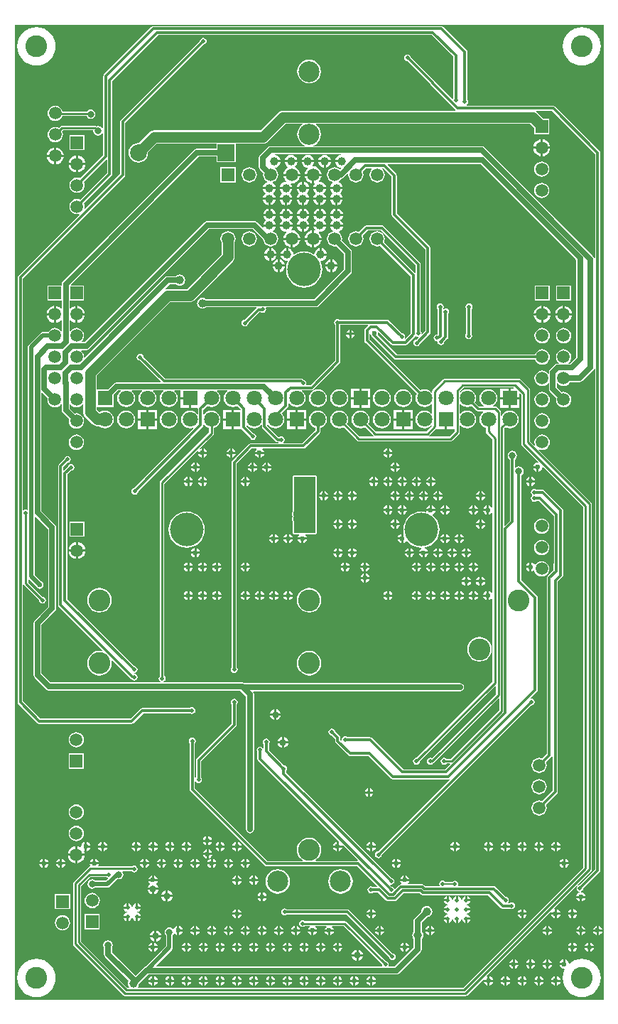
<source format=gbl>
G04*
G04 #@! TF.GenerationSoftware,Altium Limited,Altium Designer,19.1.7 (138)*
G04*
G04 Layer_Physical_Order=2*
G04 Layer_Color=16711680*
%FSLAX44Y44*%
%MOMM*%
G71*
G01*
G75*
%ADD12C,0.2540*%
%ADD90C,0.3048*%
%ADD91C,0.5080*%
%ADD92C,1.2700*%
%ADD93C,0.6350*%
%ADD94C,0.2032*%
%ADD96R,1.5000X1.5000*%
%ADD97C,1.5000*%
%ADD98C,2.0000*%
%ADD99R,2.0000X2.0000*%
%ADD100C,2.6000*%
%ADD101C,4.0000*%
%ADD102C,2.5000*%
%ADD103R,1.8000X1.8000*%
%ADD104C,1.8000*%
%ADD105C,0.8128*%
%ADD106C,0.5000*%
%ADD107C,0.6000*%
%ADD108C,1.0000*%
G36*
X706885Y5122D02*
X5122D01*
Y1166885D01*
X706885D01*
Y5122D01*
D02*
G37*
%LPC*%
G36*
X681003Y1163838D02*
X676549Y1163399D01*
X672265Y1162099D01*
X668318Y1159989D01*
X664857Y1157150D01*
X662018Y1153689D01*
X659908Y1149742D01*
X658608Y1145458D01*
X658170Y1141004D01*
X658608Y1136549D01*
X659908Y1132265D01*
X662018Y1128318D01*
X664857Y1124858D01*
X668318Y1122018D01*
X672265Y1119908D01*
X676549Y1118608D01*
X681003Y1118170D01*
X685458Y1118608D01*
X689742Y1119908D01*
X693689Y1122018D01*
X697150Y1124858D01*
X699989Y1128318D01*
X702099Y1132265D01*
X703399Y1136549D01*
X703838Y1141004D01*
X703399Y1145458D01*
X702099Y1149742D01*
X699989Y1153689D01*
X697150Y1157150D01*
X693689Y1159989D01*
X689742Y1162099D01*
X685458Y1163399D01*
X681003Y1163838D01*
D02*
G37*
G36*
X31004D02*
X26549Y1163399D01*
X22266Y1162099D01*
X18318Y1159989D01*
X14858Y1157150D01*
X12018Y1153689D01*
X9908Y1149742D01*
X8609Y1145458D01*
X8170Y1141004D01*
X8609Y1136549D01*
X9908Y1132265D01*
X12018Y1128318D01*
X14858Y1124858D01*
X18318Y1122018D01*
X22266Y1119908D01*
X26549Y1118608D01*
X31004Y1118170D01*
X35459Y1118608D01*
X39742Y1119908D01*
X43690Y1122018D01*
X47150Y1124858D01*
X49990Y1128318D01*
X52100Y1132265D01*
X53399Y1136549D01*
X53838Y1141004D01*
X53399Y1145458D01*
X52100Y1149742D01*
X49990Y1153689D01*
X47150Y1157150D01*
X43690Y1159989D01*
X39742Y1162099D01*
X35459Y1163399D01*
X31004Y1163838D01*
D02*
G37*
G36*
X53500Y1070252D02*
X51144Y1069942D01*
X48949Y1069033D01*
X47064Y1067586D01*
X45618Y1065701D01*
X44708Y1063506D01*
X44398Y1061150D01*
X44708Y1058794D01*
X45618Y1056599D01*
X47064Y1054714D01*
X48949Y1053268D01*
X51144Y1052358D01*
X53500Y1052048D01*
X55856Y1052358D01*
X58051Y1053268D01*
X59936Y1054714D01*
X61382Y1056599D01*
X61889Y1057822D01*
X90453D01*
X91561Y1056162D01*
X93410Y1054927D01*
X95590Y1054494D01*
X97771Y1054927D01*
X99619Y1056162D01*
X100854Y1058011D01*
X101288Y1060191D01*
X100854Y1062371D01*
X99619Y1064220D01*
X97771Y1065455D01*
X95590Y1065889D01*
X93410Y1065455D01*
X91561Y1064220D01*
X91093Y1063519D01*
X62286D01*
X61382Y1065701D01*
X59936Y1067586D01*
X58051Y1069033D01*
X55856Y1069942D01*
X53500Y1070252D01*
D02*
G37*
G36*
X513774Y1165180D02*
X173106D01*
X171971Y1164954D01*
X170154D01*
X168965Y1164717D01*
X167956Y1164044D01*
X111579Y1107666D01*
X110905Y1106658D01*
X110668Y1105468D01*
Y1042354D01*
X109768Y1042265D01*
X109725Y1042481D01*
X108490Y1044330D01*
X106642Y1045565D01*
X104462Y1045998D01*
X103041Y1045716D01*
X102220Y1046264D01*
X101130Y1046481D01*
X101130Y1046481D01*
X61612D01*
X61612Y1046481D01*
X60522Y1046264D01*
X59598Y1045647D01*
X59598Y1045647D01*
X57720Y1043769D01*
X55856Y1044542D01*
X53500Y1044852D01*
X51144Y1044542D01*
X48949Y1043633D01*
X47064Y1042186D01*
X45618Y1040301D01*
X44708Y1038106D01*
X44398Y1035750D01*
X44708Y1033394D01*
X45618Y1031199D01*
X47064Y1029314D01*
X48949Y1027868D01*
X51144Y1026958D01*
X53500Y1026648D01*
X55856Y1026958D01*
X58051Y1027868D01*
X59936Y1029314D01*
X61382Y1031199D01*
X62292Y1033394D01*
X62602Y1035750D01*
X62292Y1038106D01*
X61654Y1039645D01*
X62792Y1040784D01*
X98368D01*
X98764Y1040301D01*
X99198Y1038121D01*
X100433Y1036272D01*
X102281Y1035037D01*
X104462Y1034604D01*
X106642Y1035037D01*
X108490Y1036272D01*
X109725Y1038121D01*
X109768Y1038336D01*
X110668Y1038248D01*
Y1011223D01*
X83039Y983594D01*
X81596Y984192D01*
X79240Y984502D01*
X76884Y984192D01*
X74689Y983282D01*
X72804Y981836D01*
X71358Y979951D01*
X70448Y977756D01*
X70138Y975400D01*
X70448Y973044D01*
X71358Y970849D01*
X72804Y968964D01*
X74689Y967518D01*
X76884Y966608D01*
X79240Y966298D01*
X81596Y966608D01*
X83791Y967518D01*
X85676Y968964D01*
X87122Y970849D01*
X88032Y973044D01*
X88342Y975400D01*
X88032Y977756D01*
X87434Y979199D01*
X114409Y1006174D01*
X115240Y1005829D01*
Y990395D01*
X83039Y958194D01*
X81596Y958792D01*
X79240Y959102D01*
X76884Y958792D01*
X74689Y957882D01*
X72804Y956436D01*
X71358Y954551D01*
X70448Y952356D01*
X70138Y950000D01*
X70448Y947644D01*
X71358Y945449D01*
X72804Y943564D01*
X74689Y942118D01*
X76884Y941208D01*
X79240Y940898D01*
X81596Y941208D01*
X81928Y941346D01*
X82438Y940583D01*
X9553Y867698D01*
X8879Y866689D01*
X8642Y865500D01*
Y359500D01*
X8879Y358311D01*
X9553Y357303D01*
X32302Y334552D01*
X33311Y333879D01*
X34500Y333642D01*
X144250D01*
X145439Y333879D01*
X146447Y334552D01*
X158287Y346392D01*
X213658D01*
X214680Y345709D01*
X216250Y345397D01*
X217820Y345709D01*
X219151Y346599D01*
X220040Y347930D01*
X220353Y349500D01*
X220040Y351070D01*
X219151Y352401D01*
X217820Y353290D01*
X216250Y353603D01*
X214680Y353290D01*
X213658Y352608D01*
X157000D01*
X155811Y352371D01*
X154803Y351698D01*
X142963Y339858D01*
X35787D01*
X14858Y360787D01*
Y499482D01*
X15758Y499712D01*
X16236Y498997D01*
X34171Y481062D01*
X34159Y481000D01*
X34471Y479430D01*
X35361Y478099D01*
X36692Y477210D01*
X38262Y476897D01*
X39832Y477210D01*
X41163Y478099D01*
X42052Y479430D01*
X42365Y481000D01*
X42052Y482570D01*
X41163Y483901D01*
X39832Y484790D01*
X38262Y485103D01*
X38200Y485090D01*
X21099Y502192D01*
Y506154D01*
X21999Y506427D01*
X22070Y506320D01*
X30697Y497693D01*
X30738Y497485D01*
X31738Y495988D01*
X33235Y494989D01*
X35000Y494637D01*
X36765Y494989D01*
X38262Y495988D01*
X39262Y497485D01*
X39613Y499250D01*
X39262Y501015D01*
X38262Y502512D01*
X36765Y503512D01*
X36557Y503553D01*
X29144Y510966D01*
Y580405D01*
X29975Y580749D01*
X45000Y565724D01*
Y473026D01*
X28862Y456888D01*
X27824Y455334D01*
X27459Y453500D01*
Y391671D01*
X27824Y389838D01*
X28862Y388283D01*
X30783Y386362D01*
X42283Y374862D01*
X43838Y373824D01*
X45671Y373459D01*
X274016Y373459D01*
X280709Y366766D01*
Y208000D01*
X281074Y206166D01*
X282112Y204612D01*
X283666Y203574D01*
X285500Y203209D01*
X287333Y203574D01*
X288888Y204612D01*
X289926Y206166D01*
X290291Y208000D01*
Y368750D01*
X289926Y370583D01*
X289107Y371809D01*
X289530Y372709D01*
X534743D01*
X536000Y372459D01*
X537834Y372824D01*
X539388Y373862D01*
X540426Y375416D01*
X540791Y377250D01*
X540426Y379084D01*
X539388Y380638D01*
X539138Y380888D01*
X537584Y381926D01*
X535750Y382291D01*
X278410D01*
X277833Y382676D01*
X276000Y383041D01*
X182316D01*
X182227Y383941D01*
X182320Y383960D01*
X183651Y384849D01*
X184541Y386180D01*
X184853Y387750D01*
X184541Y389320D01*
X183651Y390651D01*
X183349Y390853D01*
Y619820D01*
X223412Y659883D01*
X224111Y659309D01*
X223731Y658741D01*
X223554Y657850D01*
X227680D01*
Y661975D01*
X226788Y661798D01*
X226220Y661419D01*
X225646Y662118D01*
X241514Y677986D01*
X241514Y677986D01*
X242132Y678910D01*
X242349Y680000D01*
X242349Y680000D01*
Y686139D01*
X244807Y687157D01*
X247006Y688844D01*
X248693Y691043D01*
X249753Y693603D01*
X250115Y696350D01*
X249753Y699097D01*
X248693Y701657D01*
X247006Y703856D01*
X244807Y705543D01*
X242247Y706603D01*
X239500Y706965D01*
X236753Y706603D01*
X234193Y705543D01*
X231994Y703856D01*
X230758Y702244D01*
X229858Y702550D01*
Y707713D01*
X234553Y712408D01*
X236753Y711497D01*
X239500Y711135D01*
X242247Y711497D01*
X244807Y712557D01*
X247006Y714244D01*
X248693Y716443D01*
X249753Y719003D01*
X250115Y721750D01*
X249753Y724497D01*
X248693Y727057D01*
X247006Y729256D01*
X245959Y730059D01*
X246265Y730959D01*
X258135D01*
X258441Y730059D01*
X257394Y729256D01*
X255707Y727057D01*
X254647Y724497D01*
X254285Y721750D01*
X254647Y719003D01*
X255707Y716443D01*
X257394Y714244D01*
X259593Y712557D01*
X262153Y711497D01*
X264900Y711135D01*
X267647Y711497D01*
X270207Y712557D01*
X270400Y712705D01*
X274315Y708790D01*
X273942Y707890D01*
X266170D01*
Y696350D01*
Y684810D01*
X275798D01*
X275802Y684802D01*
X284970Y675635D01*
X285210Y674430D01*
X286099Y673099D01*
X287430Y672209D01*
X289000Y671897D01*
X290570Y672209D01*
X291901Y673099D01*
X292791Y674430D01*
X293103Y676000D01*
X292791Y677570D01*
X291901Y678901D01*
X290570Y679790D01*
X289365Y680030D01*
X281108Y688287D01*
Y689642D01*
X281960Y689931D01*
X282794Y688844D01*
X284993Y687157D01*
X287553Y686097D01*
X290300Y685735D01*
X293047Y686097D01*
X295607Y687157D01*
X297806Y688844D01*
X298742Y690065D01*
X299642Y689759D01*
Y688000D01*
X299879Y686811D01*
X300553Y685803D01*
X316303Y670052D01*
X317311Y669379D01*
X318500Y669142D01*
X319460D01*
X319559Y669008D01*
X319107Y668108D01*
X286750D01*
X285561Y667871D01*
X284552Y667197D01*
X264552Y647197D01*
X263879Y646189D01*
X263642Y645000D01*
Y401092D01*
X262959Y400070D01*
X262647Y398500D01*
X262959Y396930D01*
X263849Y395599D01*
X265180Y394710D01*
X266750Y394397D01*
X268320Y394710D01*
X269651Y395599D01*
X270541Y396930D01*
X270853Y398500D01*
X270541Y400070D01*
X269858Y401092D01*
Y643713D01*
X288037Y661892D01*
X293309D01*
X293582Y660992D01*
X292955Y660574D01*
X291731Y658741D01*
X291554Y657850D01*
X302346D01*
X302168Y658741D01*
X300944Y660574D01*
X300317Y660992D01*
X300590Y661892D01*
X349250D01*
X350439Y662129D01*
X351447Y662803D01*
X368698Y680052D01*
X369371Y681061D01*
X369608Y682250D01*
Y686246D01*
X371807Y687157D01*
X374006Y688844D01*
X375693Y691043D01*
X376753Y693603D01*
X377115Y696350D01*
X376753Y699097D01*
X375693Y701657D01*
X374006Y703856D01*
X371807Y705543D01*
X369247Y706603D01*
X366500Y706965D01*
X363753Y706603D01*
X361193Y705543D01*
X358994Y703856D01*
X357307Y701657D01*
X356247Y699097D01*
X355885Y696350D01*
X356247Y693603D01*
X357307Y691043D01*
X358994Y688844D01*
X361193Y687157D01*
X363392Y686246D01*
Y683537D01*
X347963Y668108D01*
X325414D01*
X325141Y669008D01*
X325651Y669349D01*
X326540Y670680D01*
X326853Y672250D01*
X326540Y673820D01*
X325651Y675151D01*
X324320Y676040D01*
X322750Y676353D01*
X321180Y676040D01*
X320158Y675358D01*
X319787D01*
X305858Y689287D01*
Y690411D01*
X306758Y690716D01*
X308194Y688844D01*
X310393Y687157D01*
X312953Y686097D01*
X315700Y685735D01*
X318447Y686097D01*
X321007Y687157D01*
X323206Y688844D01*
X324893Y691043D01*
X325953Y693603D01*
X326315Y696350D01*
X325953Y699097D01*
X324893Y701657D01*
X323334Y703689D01*
X330448Y710803D01*
X331121Y711811D01*
X331358Y713000D01*
Y715680D01*
X332258Y715986D01*
X333594Y714244D01*
X335793Y712557D01*
X338353Y711497D01*
X341100Y711135D01*
X343847Y711497D01*
X346407Y712557D01*
X348606Y714244D01*
X350293Y716443D01*
X351353Y719003D01*
X351715Y721750D01*
X351353Y724497D01*
X350293Y727057D01*
X348606Y729256D01*
X347383Y730194D01*
X347688Y731094D01*
X358952D01*
X360141Y731331D01*
X361149Y732004D01*
X392197Y763053D01*
X392871Y764061D01*
X393108Y765250D01*
Y808892D01*
X425821D01*
X426166Y808061D01*
X422803Y804697D01*
X422129Y803689D01*
X421892Y802500D01*
Y790250D01*
X422129Y789061D01*
X422803Y788053D01*
X484158Y726697D01*
X483247Y724497D01*
X482885Y721750D01*
X483247Y719003D01*
X484307Y716443D01*
X485994Y714244D01*
X488193Y712557D01*
X490753Y711497D01*
X493500Y711135D01*
X496247Y711497D01*
X498807Y712557D01*
X501006Y714244D01*
X501802Y715282D01*
X502702Y714977D01*
Y703123D01*
X501802Y702818D01*
X501006Y703856D01*
X498807Y705543D01*
X496247Y706603D01*
X493500Y706965D01*
X490753Y706603D01*
X488193Y705543D01*
X485994Y703856D01*
X484307Y701657D01*
X483247Y699097D01*
X482885Y696350D01*
X483247Y693603D01*
X484307Y691043D01*
X485994Y688844D01*
X488193Y687157D01*
X490753Y686097D01*
X493500Y685735D01*
X496247Y686097D01*
X498807Y687157D01*
X501006Y688844D01*
X501534Y689532D01*
X502475Y689281D01*
X502548Y688733D01*
X495664Y681849D01*
X435830D01*
X426535Y691144D01*
X427553Y693603D01*
X427915Y696350D01*
X427553Y699097D01*
X426493Y701657D01*
X424806Y703856D01*
X422607Y705543D01*
X420047Y706603D01*
X417300Y706965D01*
X414553Y706603D01*
X411993Y705543D01*
X409794Y703856D01*
X408107Y701657D01*
X407047Y699097D01*
X406685Y696350D01*
X407047Y693603D01*
X408107Y691043D01*
X409794Y688844D01*
X411993Y687157D01*
X414553Y686097D01*
X417300Y685735D01*
X420047Y686097D01*
X422506Y687115D01*
X432636Y676986D01*
X432636Y676986D01*
X432842Y676848D01*
X432569Y675948D01*
X416331D01*
X401135Y691144D01*
X402153Y693603D01*
X402515Y696350D01*
X402153Y699097D01*
X401093Y701657D01*
X399406Y703856D01*
X397207Y705543D01*
X394647Y706603D01*
X391900Y706965D01*
X389153Y706603D01*
X386593Y705543D01*
X384394Y703856D01*
X382707Y701657D01*
X381647Y699097D01*
X381285Y696350D01*
X381647Y693603D01*
X382707Y691043D01*
X384394Y688844D01*
X386593Y687157D01*
X389153Y686097D01*
X391900Y685735D01*
X394647Y686097D01*
X397106Y687115D01*
X413137Y671085D01*
X413137Y671085D01*
X414061Y670467D01*
X415151Y670250D01*
X415151Y670250D01*
X524538D01*
X524538Y670250D01*
X525628Y670467D01*
X526553Y671085D01*
X534514Y679046D01*
X535132Y679970D01*
X535349Y681061D01*
X535349Y681061D01*
Y689328D01*
X536201Y689617D01*
X536794Y688844D01*
X538993Y687157D01*
X541553Y686097D01*
X544300Y685735D01*
X547047Y686097D01*
X549607Y687157D01*
X551806Y688844D01*
X553493Y691043D01*
X554553Y693603D01*
X554915Y696350D01*
X554553Y699097D01*
X553493Y701657D01*
X551806Y703856D01*
X549607Y705543D01*
X547047Y706603D01*
X544300Y706965D01*
X541553Y706603D01*
X538993Y705543D01*
X536794Y703856D01*
X536201Y703083D01*
X535349Y703372D01*
Y714728D01*
X536201Y715017D01*
X536794Y714244D01*
X538993Y712557D01*
X541553Y711497D01*
X544300Y711135D01*
X547047Y711497D01*
X549506Y712515D01*
X555036Y706986D01*
X555960Y706368D01*
X557050Y706151D01*
X557050Y706151D01*
X563707D01*
X564013Y705251D01*
X562194Y703856D01*
X560507Y701657D01*
X559447Y699097D01*
X559085Y696350D01*
X559447Y693603D01*
X560507Y691043D01*
X562194Y688844D01*
X564393Y687157D01*
X566851Y686139D01*
Y681800D01*
X566851Y681800D01*
X567068Y680710D01*
X567686Y679786D01*
X574552Y672919D01*
Y591786D01*
X573652Y591513D01*
X572944Y592574D01*
X571111Y593798D01*
X570219Y593975D01*
Y588579D01*
Y583184D01*
X571111Y583361D01*
X572944Y584585D01*
X573652Y585646D01*
X574552Y585373D01*
Y489786D01*
X573652Y489513D01*
X572944Y490574D01*
X571111Y491798D01*
X570219Y491976D01*
Y486580D01*
Y481184D01*
X571111Y481361D01*
X572944Y482585D01*
X573652Y483646D01*
X574552Y483373D01*
Y383970D01*
X483923Y293341D01*
X483861Y293353D01*
X482291Y293041D01*
X480960Y292151D01*
X480071Y290820D01*
X479759Y289250D01*
X480071Y287680D01*
X480960Y286349D01*
X482291Y285459D01*
X483861Y285147D01*
X485432Y285459D01*
X486763Y286349D01*
X487652Y287680D01*
X487964Y289250D01*
X487952Y289312D01*
X577894Y379254D01*
X578725Y378909D01*
Y369338D01*
X502229Y292842D01*
X501931Y293041D01*
X500361Y293353D01*
X498791Y293041D01*
X497460Y292151D01*
X496571Y290820D01*
X496259Y289250D01*
X496571Y287680D01*
X497460Y286349D01*
X498791Y285459D01*
X500361Y285147D01*
X501931Y285459D01*
X503262Y286349D01*
X503394Y286546D01*
X503756Y286618D01*
X504680Y287236D01*
X581958Y364514D01*
X582789Y364169D01*
Y350068D01*
X524820Y292099D01*
X519798D01*
X519762Y292151D01*
X518432Y293041D01*
X516861Y293353D01*
X515291Y293041D01*
X513960Y292151D01*
X513071Y290820D01*
X512759Y289250D01*
X513071Y287680D01*
X513960Y286349D01*
X515291Y285459D01*
X516861Y285147D01*
X518432Y285459D01*
X519762Y286349D01*
X519798Y286401D01*
X523687D01*
X524031Y285570D01*
X517887Y279425D01*
X468464D01*
X430870Y317020D01*
X429861Y317693D01*
X428672Y317930D01*
X401462D01*
X400495Y318576D01*
X398925Y318888D01*
X397355Y318576D01*
X396024Y317686D01*
X395135Y316355D01*
X394822Y314785D01*
X394968Y314053D01*
X394138Y313610D01*
X393130Y314618D01*
Y317228D01*
X392893Y318417D01*
X392219Y319426D01*
X387280Y324365D01*
X387040Y325570D01*
X386151Y326901D01*
X384820Y327790D01*
X383250Y328103D01*
X381680Y327790D01*
X380349Y326901D01*
X379459Y325570D01*
X379147Y324000D01*
X379459Y322430D01*
X380349Y321099D01*
X381680Y320210D01*
X382885Y319970D01*
X386914Y315941D01*
Y313331D01*
X387151Y312142D01*
X387824Y311133D01*
X402874Y296084D01*
X403882Y295410D01*
X405071Y295174D01*
X426681D01*
X453302Y268552D01*
X454311Y267879D01*
X455500Y267642D01*
X522000D01*
X522819Y267805D01*
X523263Y266976D01*
X438067Y181780D01*
X436862Y181541D01*
X435531Y180651D01*
X434641Y179320D01*
X434329Y177750D01*
X434641Y176180D01*
X435531Y174849D01*
X436862Y173960D01*
X438432Y173647D01*
X440002Y173960D01*
X441333Y174849D01*
X442222Y176180D01*
X442462Y177385D01*
X620820Y355743D01*
X622252Y356028D01*
X623583Y356917D01*
X624472Y358248D01*
X624785Y359818D01*
X624472Y361388D01*
X623583Y362719D01*
X622252Y363609D01*
X620813Y363895D01*
X620347Y364702D01*
X627544Y371899D01*
X628218Y372907D01*
X628454Y374096D01*
Y484357D01*
X628218Y485546D01*
X627544Y486554D01*
X609108Y504990D01*
Y630006D01*
X610029Y630621D01*
X611264Y632470D01*
X611698Y634650D01*
X611264Y636830D01*
X610029Y638679D01*
X608180Y639914D01*
X606000Y640348D01*
X603820Y639914D01*
X602247Y638863D01*
X601347Y639240D01*
Y648617D01*
X602268Y649232D01*
X603503Y651081D01*
X603936Y653261D01*
X603503Y655441D01*
X602268Y657290D01*
X600419Y658525D01*
X598239Y658959D01*
X596059Y658525D01*
X594210Y657290D01*
X592975Y655441D01*
X592541Y653261D01*
X592975Y651081D01*
X594210Y649232D01*
X595131Y648617D01*
Y575709D01*
X589318Y569896D01*
X588487Y570241D01*
Y685708D01*
X589894Y687115D01*
X592353Y686097D01*
X595100Y685735D01*
X597847Y686097D01*
X600407Y687157D01*
X602606Y688844D01*
X604293Y691043D01*
X605353Y693603D01*
X605715Y696350D01*
X605353Y699097D01*
X604293Y701657D01*
X602606Y703856D01*
X600407Y705543D01*
X597847Y706603D01*
X595100Y706965D01*
X592353Y706603D01*
X589793Y705543D01*
X587594Y703856D01*
X585907Y701657D01*
X585323Y700246D01*
X584423Y700425D01*
Y705426D01*
X584423Y705426D01*
X584206Y706516D01*
X583588Y707440D01*
X580014Y711014D01*
X579090Y711632D01*
X578000Y711849D01*
X578000Y711849D01*
X575562D01*
X575257Y712749D01*
X577206Y714244D01*
X578893Y716443D01*
X579953Y719003D01*
X580315Y721750D01*
X579953Y724497D01*
X578893Y727057D01*
X577206Y729256D01*
X575007Y730943D01*
X572447Y732003D01*
X569700Y732365D01*
X566953Y732003D01*
X564393Y730943D01*
X562194Y729256D01*
X560507Y727057D01*
X559447Y724497D01*
X559085Y721750D01*
X559447Y719003D01*
X560507Y716443D01*
X562194Y714244D01*
X564143Y712749D01*
X563838Y711849D01*
X558230D01*
X553535Y716544D01*
X554553Y719003D01*
X554915Y721750D01*
X554553Y724497D01*
X553493Y727057D01*
X551806Y729256D01*
X549607Y730943D01*
X547047Y732003D01*
X544300Y732365D01*
X541553Y732003D01*
X538993Y730943D01*
X536794Y729256D01*
X536201Y728483D01*
X535349Y728772D01*
Y729637D01*
X540173Y734461D01*
X599818D01*
X600017Y734190D01*
X599562Y733290D01*
X596370D01*
Y723020D01*
X606640D01*
Y726957D01*
X607472Y727301D01*
X608849Y725924D01*
Y667288D01*
X608849Y667288D01*
X609066Y666198D01*
X609683Y665274D01*
X628950Y646006D01*
X628526Y645213D01*
X628450Y645228D01*
X626288Y644798D01*
X624455Y643574D01*
X623231Y641741D01*
X623054Y640850D01*
X628450D01*
Y639580D01*
X629720D01*
Y634184D01*
X630611Y634361D01*
X632444Y635585D01*
X633668Y637418D01*
X634098Y639580D01*
X634083Y639656D01*
X634877Y640080D01*
X682609Y592347D01*
Y162386D01*
X539387Y19163D01*
X152021D01*
X151577Y20063D01*
X152265Y20960D01*
X152922Y22547D01*
X153117Y24025D01*
X164252Y35160D01*
X460201D01*
X462034Y35524D01*
X463589Y36563D01*
X488819Y61794D01*
X489858Y63348D01*
X490223Y65181D01*
Y77527D01*
X491130Y78710D01*
X491787Y80297D01*
X492012Y82000D01*
X491787Y83703D01*
X491130Y85290D01*
X490223Y86473D01*
Y97197D01*
X496475Y103449D01*
X497953Y103644D01*
X499540Y104301D01*
X500903Y105347D01*
X501949Y106710D01*
X502606Y108297D01*
X502830Y110000D01*
X502606Y111703D01*
X501949Y113290D01*
X500903Y114653D01*
X499540Y115699D01*
X497953Y116356D01*
X496250Y116580D01*
X494547Y116356D01*
X492960Y115699D01*
X491597Y114653D01*
X490551Y113290D01*
X489894Y111703D01*
X489699Y110225D01*
X482044Y102569D01*
X481005Y101015D01*
X480640Y99181D01*
Y86473D01*
X479733Y85290D01*
X479075Y83703D01*
X478851Y82000D01*
X479075Y80297D01*
X479733Y78710D01*
X480640Y77527D01*
Y67166D01*
X458216Y44742D01*
X451185D01*
X450811Y45442D01*
X450803Y45642D01*
X451103Y47150D01*
X450790Y48720D01*
X449901Y50051D01*
X448570Y50940D01*
X447000Y51253D01*
X446938Y51240D01*
X400401Y97777D01*
X399477Y98395D01*
X398387Y98612D01*
X398387Y98612D01*
X351162D01*
X351127Y98664D01*
X349796Y99554D01*
X348226Y99866D01*
X346656Y99554D01*
X345325Y98664D01*
X344436Y97333D01*
X344123Y95763D01*
X344436Y94193D01*
X345325Y92862D01*
X346656Y91973D01*
X348226Y91660D01*
X349796Y91973D01*
X351127Y92862D01*
X351162Y92914D01*
X356342D01*
X356615Y92014D01*
X355956Y91574D01*
X354732Y89742D01*
X354554Y88850D01*
X365346D01*
X365169Y89742D01*
X363945Y91574D01*
X363286Y92014D01*
X363559Y92914D01*
X376342D01*
X376615Y92014D01*
X375956Y91574D01*
X374732Y89742D01*
X374554Y88850D01*
X385346D01*
X385169Y89742D01*
X383945Y91574D01*
X383286Y92014D01*
X383559Y92914D01*
X397207D01*
X442910Y47212D01*
X442897Y47150D01*
X443197Y45642D01*
X443189Y45442D01*
X442815Y44742D01*
X174094D01*
X173750Y45573D01*
X192430Y64254D01*
X193328Y65598D01*
X193644Y67184D01*
Y81769D01*
X194764Y83446D01*
X194830Y83776D01*
X195712Y83951D01*
X195956Y83586D01*
X197789Y82362D01*
X198680Y82184D01*
Y87580D01*
Y92976D01*
X197789Y92799D01*
X195956Y91574D01*
X194732Y89742D01*
X194672Y89440D01*
X193789Y89265D01*
X193529Y89655D01*
X191680Y90890D01*
X189500Y91323D01*
X187320Y90890D01*
X185471Y89655D01*
X184236Y87806D01*
X183803Y85626D01*
X184236Y83446D01*
X185356Y81769D01*
Y68900D01*
X160933Y44476D01*
X160434Y44377D01*
X158879Y43339D01*
X149033Y33492D01*
X121086Y61439D01*
Y67112D01*
X121559Y67820D01*
X121993Y70000D01*
X121559Y72180D01*
X120324Y74029D01*
X118475Y75264D01*
X116295Y75697D01*
X114115Y75264D01*
X112266Y74029D01*
X111031Y72180D01*
X110598Y70000D01*
X111031Y67820D01*
X111504Y67112D01*
Y59455D01*
X111869Y57621D01*
X112907Y56067D01*
X141114Y27861D01*
X140868Y27540D01*
X140210Y25953D01*
X139986Y24250D01*
X140210Y22547D01*
X140868Y20960D01*
X141556Y20063D01*
X141112Y19163D01*
X139474D01*
X84349Y74288D01*
Y140446D01*
X95159Y151256D01*
X114092D01*
X114127Y151204D01*
X115458Y150314D01*
X115874Y150232D01*
X116135Y149370D01*
X113658Y146894D01*
X101357D01*
X99680Y148014D01*
X97500Y148448D01*
X95320Y148014D01*
X93471Y146779D01*
X92236Y144930D01*
X91803Y142750D01*
X92236Y140570D01*
X93471Y138721D01*
X95320Y137486D01*
X97500Y137052D01*
X99680Y137486D01*
X101357Y138606D01*
X115374D01*
X116960Y138922D01*
X118304Y139820D01*
X127370Y148886D01*
X129006Y148560D01*
X131187Y148994D01*
X133035Y150229D01*
X134270Y152077D01*
X134704Y154257D01*
X134270Y156438D01*
X133578Y157473D01*
X134003Y158267D01*
X144270D01*
X144599Y157775D01*
X145930Y156885D01*
X147500Y156573D01*
X149070Y156885D01*
X150401Y157775D01*
X151291Y159106D01*
X151603Y160676D01*
X151291Y162246D01*
X150401Y163577D01*
X149070Y164466D01*
X147500Y164779D01*
X145930Y164466D01*
X145178Y163964D01*
X105152D01*
X104727Y164758D01*
X105169Y165419D01*
X105346Y166310D01*
X94554D01*
X94732Y165419D01*
X95121Y164836D01*
X94694Y163855D01*
X94152Y163747D01*
X93228Y163130D01*
X93228Y163130D01*
X75422Y145324D01*
X74804Y144399D01*
X74587Y143309D01*
X74587Y143309D01*
Y71425D01*
X74587Y71424D01*
X74804Y70334D01*
X75422Y69410D01*
X134596Y10236D01*
X134596Y10236D01*
X135520Y9618D01*
X136610Y9401D01*
X136611Y9401D01*
X542250D01*
X542250Y9401D01*
X543340Y9618D01*
X544264Y10236D01*
X563825Y29796D01*
X564655Y29353D01*
X564555Y28850D01*
X568680D01*
Y32976D01*
X568178Y32876D01*
X567734Y33705D01*
X643825Y109796D01*
X644655Y109353D01*
X644555Y108850D01*
X648681D01*
Y112976D01*
X648178Y112876D01*
X647734Y113706D01*
X674941Y140912D01*
X674984Y140876D01*
X674984Y140876D01*
X675640Y140338D01*
X675570Y140234D01*
X674959Y139320D01*
X674647Y137750D01*
X674959Y136180D01*
X675849Y134849D01*
X677180Y133960D01*
X678095Y133777D01*
Y132860D01*
X677789Y132799D01*
X675956Y131574D01*
X674732Y129742D01*
X674555Y128850D01*
X685347D01*
X685169Y129742D01*
X683945Y131574D01*
X682112Y132799D01*
X680546Y133110D01*
X680439Y133514D01*
X680451Y134047D01*
X681651Y134849D01*
X682541Y136180D01*
X682780Y137385D01*
X702187Y156792D01*
X702860Y157800D01*
X703097Y158989D01*
X703097Y1014011D01*
X702860Y1015200D01*
X702187Y1016208D01*
X648948Y1069447D01*
X647939Y1070121D01*
X646750Y1070358D01*
X543704D01*
X543605Y1070502D01*
X543841Y1071725D01*
X544401Y1072099D01*
X545290Y1073430D01*
X545603Y1075000D01*
X545290Y1076570D01*
X544608Y1077592D01*
Y1134346D01*
X544371Y1135536D01*
X543698Y1136544D01*
X515972Y1164269D01*
X514963Y1164943D01*
X513774Y1165180D01*
D02*
G37*
G36*
X88264Y1035224D02*
X70216D01*
Y1017176D01*
X88264D01*
Y1035224D01*
D02*
G37*
G36*
X54770Y1020309D02*
Y1011620D01*
X63459D01*
X63282Y1012971D01*
X62270Y1015413D01*
X60661Y1017511D01*
X58563Y1019120D01*
X56121Y1020132D01*
X54770Y1020309D01*
D02*
G37*
G36*
X52230D02*
X50879Y1020132D01*
X48437Y1019120D01*
X46339Y1017511D01*
X44730Y1015413D01*
X43718Y1012971D01*
X43541Y1011620D01*
X52230D01*
Y1020309D01*
D02*
G37*
G36*
X80510Y1010759D02*
Y1002070D01*
X89199D01*
X89022Y1003421D01*
X88010Y1005863D01*
X86401Y1007961D01*
X84303Y1009570D01*
X81861Y1010582D01*
X80510Y1010759D01*
D02*
G37*
G36*
X77970Y1010759D02*
X76619Y1010582D01*
X74177Y1009570D01*
X72079Y1007961D01*
X70470Y1005863D01*
X69458Y1003421D01*
X69281Y1002070D01*
X77970D01*
Y1010759D01*
D02*
G37*
G36*
X63459Y1009080D02*
X54770D01*
Y1000391D01*
X56121Y1000568D01*
X58563Y1001580D01*
X60661Y1003189D01*
X62270Y1005287D01*
X63282Y1007729D01*
X63459Y1009080D01*
D02*
G37*
G36*
X52230D02*
X43541D01*
X43718Y1007729D01*
X44730Y1005287D01*
X46339Y1003189D01*
X48437Y1001580D01*
X50879Y1000568D01*
X52230Y1000391D01*
Y1009080D01*
D02*
G37*
G36*
X77970Y999530D02*
X69281D01*
X69458Y998179D01*
X70470Y995737D01*
X72079Y993639D01*
X74177Y992030D01*
X76619Y991018D01*
X77970Y990841D01*
Y999530D01*
D02*
G37*
G36*
X89199D02*
X80510D01*
Y990841D01*
X81861Y991018D01*
X84303Y992030D01*
X86401Y993639D01*
X88010Y995737D01*
X89022Y998179D01*
X89199Y999530D01*
D02*
G37*
G36*
X406270Y803136D02*
Y799520D01*
X409886D01*
X409748Y800217D01*
X408634Y801884D01*
X406967Y802998D01*
X406270Y803136D01*
D02*
G37*
G36*
X403730D02*
X403033Y802998D01*
X401366Y801884D01*
X400252Y800217D01*
X400114Y799520D01*
X403730D01*
Y803136D01*
D02*
G37*
G36*
X409886Y796980D02*
X406270D01*
Y793364D01*
X406967Y793502D01*
X408634Y794616D01*
X409748Y796283D01*
X409886Y796980D01*
D02*
G37*
G36*
X403730D02*
X400114D01*
X400252Y796283D01*
X401366Y794616D01*
X403033Y793502D01*
X403730Y793364D01*
Y796980D01*
D02*
G37*
G36*
X593830Y733290D02*
X583560D01*
Y723020D01*
X593830D01*
Y733290D01*
D02*
G37*
G36*
X428840D02*
X418570D01*
Y723020D01*
X428840D01*
Y733290D01*
D02*
G37*
G36*
X416030D02*
X405760D01*
Y723020D01*
X416030D01*
Y733290D01*
D02*
G37*
G36*
X468100Y732365D02*
X465353Y732003D01*
X462793Y730943D01*
X460594Y729256D01*
X458907Y727057D01*
X457847Y724497D01*
X457485Y721750D01*
X457847Y719003D01*
X458907Y716443D01*
X460594Y714244D01*
X462793Y712557D01*
X465353Y711497D01*
X468100Y711135D01*
X470847Y711497D01*
X473407Y712557D01*
X475606Y714244D01*
X477293Y716443D01*
X478353Y719003D01*
X478715Y721750D01*
X478353Y724497D01*
X477293Y727057D01*
X475606Y729256D01*
X473407Y730943D01*
X470847Y732003D01*
X468100Y732365D01*
D02*
G37*
G36*
X442700D02*
X439953Y732003D01*
X437393Y730943D01*
X435194Y729256D01*
X433507Y727057D01*
X432447Y724497D01*
X432085Y721750D01*
X432447Y719003D01*
X433507Y716443D01*
X435194Y714244D01*
X437393Y712557D01*
X439953Y711497D01*
X442700Y711135D01*
X445447Y711497D01*
X448007Y712557D01*
X450206Y714244D01*
X451893Y716443D01*
X452953Y719003D01*
X453315Y721750D01*
X452953Y724497D01*
X451893Y727057D01*
X450206Y729256D01*
X448007Y730943D01*
X445447Y732003D01*
X442700Y732365D01*
D02*
G37*
G36*
X391900D02*
X389153Y732003D01*
X386593Y730943D01*
X384394Y729256D01*
X382707Y727057D01*
X381647Y724497D01*
X381285Y721750D01*
X381647Y719003D01*
X382707Y716443D01*
X384394Y714244D01*
X386593Y712557D01*
X389153Y711497D01*
X391900Y711135D01*
X394647Y711497D01*
X397207Y712557D01*
X399406Y714244D01*
X401093Y716443D01*
X402153Y719003D01*
X402515Y721750D01*
X402153Y724497D01*
X401093Y727057D01*
X399406Y729256D01*
X397207Y730943D01*
X394647Y732003D01*
X391900Y732365D01*
D02*
G37*
G36*
X366500D02*
X363753Y732003D01*
X361193Y730943D01*
X358994Y729256D01*
X357307Y727057D01*
X356247Y724497D01*
X355885Y721750D01*
X356247Y719003D01*
X357307Y716443D01*
X358994Y714244D01*
X361193Y712557D01*
X363753Y711497D01*
X366500Y711135D01*
X369247Y711497D01*
X371807Y712557D01*
X374006Y714244D01*
X375693Y716443D01*
X376753Y719003D01*
X377115Y721750D01*
X376753Y724497D01*
X375693Y727057D01*
X374006Y729256D01*
X371807Y730943D01*
X369247Y732003D01*
X366500Y732365D01*
D02*
G37*
G36*
X606640Y720480D02*
X596370D01*
Y710210D01*
X606640D01*
Y720480D01*
D02*
G37*
G36*
X593830D02*
X583560D01*
Y710210D01*
X593830D01*
Y720480D01*
D02*
G37*
G36*
X428840D02*
X418570D01*
Y710210D01*
X428840D01*
Y720480D01*
D02*
G37*
G36*
X416030D02*
X405760D01*
Y710210D01*
X416030D01*
Y720480D01*
D02*
G37*
G36*
X479640Y707890D02*
X469370D01*
Y697620D01*
X479640D01*
Y707890D01*
D02*
G37*
G36*
X466830D02*
X456560D01*
Y697620D01*
X466830D01*
Y707890D01*
D02*
G37*
G36*
X352640D02*
X342370D01*
Y697620D01*
X352640D01*
Y707890D01*
D02*
G37*
G36*
X339830D02*
X329560D01*
Y697620D01*
X339830D01*
Y707890D01*
D02*
G37*
G36*
X263630D02*
X253360D01*
Y697620D01*
X263630D01*
Y707890D01*
D02*
G37*
G36*
X442700Y706965D02*
X439953Y706603D01*
X437393Y705543D01*
X435194Y703856D01*
X433507Y701657D01*
X432447Y699097D01*
X432085Y696350D01*
X432447Y693603D01*
X433507Y691043D01*
X435194Y688844D01*
X437393Y687157D01*
X439953Y686097D01*
X442700Y685735D01*
X445447Y686097D01*
X448007Y687157D01*
X450206Y688844D01*
X451893Y691043D01*
X452953Y693603D01*
X453315Y696350D01*
X452953Y699097D01*
X451893Y701657D01*
X450206Y703856D01*
X448007Y705543D01*
X445447Y706603D01*
X442700Y706965D01*
D02*
G37*
G36*
X479640Y695080D02*
X469370D01*
Y684810D01*
X479640D01*
Y695080D01*
D02*
G37*
G36*
X466830D02*
X456560D01*
Y684810D01*
X466830D01*
Y695080D01*
D02*
G37*
G36*
X352640D02*
X342370D01*
Y684810D01*
X352640D01*
Y695080D01*
D02*
G37*
G36*
X339830D02*
X329560D01*
Y684810D01*
X339830D01*
Y695080D01*
D02*
G37*
G36*
X263630D02*
X253360D01*
Y684810D01*
X263630D01*
Y695080D01*
D02*
G37*
G36*
X451220Y661975D02*
Y657850D01*
X455345D01*
X455168Y658741D01*
X453944Y660574D01*
X452111Y661798D01*
X451220Y661975D01*
D02*
G37*
G36*
X448680D02*
X447788Y661798D01*
X445955Y660574D01*
X444731Y658741D01*
X444554Y657850D01*
X448680D01*
Y661975D01*
D02*
G37*
G36*
X264220D02*
Y657850D01*
X268346D01*
X268168Y658741D01*
X266944Y660574D01*
X265111Y661798D01*
X264220Y661975D01*
D02*
G37*
G36*
X261680D02*
X260788Y661798D01*
X258955Y660574D01*
X257731Y658741D01*
X257554Y657850D01*
X261680D01*
Y661975D01*
D02*
G37*
G36*
X230220D02*
Y657850D01*
X234346D01*
X234168Y658741D01*
X232944Y660574D01*
X231111Y661798D01*
X230220Y661975D01*
D02*
G37*
G36*
X455345Y655310D02*
X451220D01*
Y651184D01*
X452111Y651361D01*
X453944Y652585D01*
X455168Y654418D01*
X455345Y655310D01*
D02*
G37*
G36*
X448680D02*
X444554D01*
X444731Y654418D01*
X445955Y652585D01*
X447788Y651361D01*
X448680Y651184D01*
Y655310D01*
D02*
G37*
G36*
X302346D02*
X298220D01*
Y651184D01*
X299111Y651361D01*
X300944Y652585D01*
X302168Y654418D01*
X302346Y655310D01*
D02*
G37*
G36*
X295680D02*
X291554D01*
X291731Y654418D01*
X292955Y652585D01*
X294788Y651361D01*
X295680Y651184D01*
Y655310D01*
D02*
G37*
G36*
X268346D02*
X264220D01*
Y651184D01*
X265111Y651361D01*
X266944Y652585D01*
X268168Y654418D01*
X268346Y655310D01*
D02*
G37*
G36*
X261680D02*
X257554D01*
X257731Y654418D01*
X258955Y652585D01*
X260788Y651361D01*
X261680Y651184D01*
Y655310D01*
D02*
G37*
G36*
X234346D02*
X230220D01*
Y651184D01*
X231111Y651361D01*
X232944Y652585D01*
X234168Y654418D01*
X234346Y655310D01*
D02*
G37*
G36*
X227680D02*
X223554D01*
X223731Y654418D01*
X224956Y652585D01*
X226788Y651361D01*
X227680Y651184D01*
Y655310D01*
D02*
G37*
G36*
X459720Y644975D02*
Y640850D01*
X463845D01*
X463668Y641741D01*
X462444Y643574D01*
X460611Y644798D01*
X459720Y644975D01*
D02*
G37*
G36*
X457180D02*
X456288Y644798D01*
X454455Y643574D01*
X453231Y641741D01*
X453054Y640850D01*
X457180D01*
Y644975D01*
D02*
G37*
G36*
X306720D02*
Y640850D01*
X310846D01*
X310668Y641741D01*
X309444Y643574D01*
X307611Y644798D01*
X306720Y644975D01*
D02*
G37*
G36*
X304180D02*
X303288Y644798D01*
X301455Y643574D01*
X300231Y641741D01*
X300054Y640850D01*
X304180D01*
Y644975D01*
D02*
G37*
G36*
X289720D02*
Y640850D01*
X293846D01*
X293668Y641741D01*
X292444Y643574D01*
X290611Y644798D01*
X289720Y644975D01*
D02*
G37*
G36*
X287180D02*
X286288Y644798D01*
X284456Y643574D01*
X283231Y641741D01*
X283054Y640850D01*
X287180D01*
Y644975D01*
D02*
G37*
G36*
X221720D02*
Y640850D01*
X225846D01*
X225668Y641741D01*
X224444Y643574D01*
X222611Y644798D01*
X221720Y644975D01*
D02*
G37*
G36*
X219180D02*
X218288Y644798D01*
X216455Y643574D01*
X215231Y641741D01*
X215054Y640850D01*
X219180D01*
Y644975D01*
D02*
G37*
G36*
X627179Y638310D02*
X623054D01*
X623231Y637418D01*
X624455Y635585D01*
X626288Y634361D01*
X627179Y634184D01*
Y638310D01*
D02*
G37*
G36*
X463845D02*
X459720D01*
Y634184D01*
X460611Y634361D01*
X462444Y635585D01*
X463668Y637418D01*
X463845Y638310D01*
D02*
G37*
G36*
X457180D02*
X453054D01*
X453231Y637418D01*
X454455Y635585D01*
X456288Y634361D01*
X457180Y634184D01*
Y638310D01*
D02*
G37*
G36*
X310846D02*
X306720D01*
Y634184D01*
X307611Y634361D01*
X309444Y635585D01*
X310668Y637418D01*
X310846Y638310D01*
D02*
G37*
G36*
X304180D02*
X300054D01*
X300231Y637418D01*
X301455Y635585D01*
X303288Y634361D01*
X304180Y634184D01*
Y638310D01*
D02*
G37*
G36*
X293846D02*
X289720D01*
Y634184D01*
X290611Y634361D01*
X292444Y635585D01*
X293668Y637418D01*
X293846Y638310D01*
D02*
G37*
G36*
X287180D02*
X283054D01*
X283231Y637418D01*
X284456Y635585D01*
X286288Y634361D01*
X287180Y634184D01*
Y638310D01*
D02*
G37*
G36*
X225846D02*
X221720D01*
Y634184D01*
X222611Y634361D01*
X224444Y635585D01*
X225668Y637418D01*
X225846Y638310D01*
D02*
G37*
G36*
X219180D02*
X215054D01*
X215231Y637418D01*
X216455Y635585D01*
X218288Y634361D01*
X219180Y634184D01*
Y638310D01*
D02*
G37*
G36*
X621219Y627975D02*
Y623849D01*
X625345D01*
X625168Y624741D01*
X623944Y626574D01*
X622111Y627798D01*
X621219Y627975D01*
D02*
G37*
G36*
X618680D02*
X617788Y627798D01*
X615955Y626574D01*
X614731Y624741D01*
X614554Y623849D01*
X618680D01*
Y627975D01*
D02*
G37*
G36*
X502220D02*
Y623849D01*
X506345D01*
X506168Y624741D01*
X504944Y626574D01*
X503111Y627798D01*
X502220Y627975D01*
D02*
G37*
G36*
X499679D02*
X498788Y627798D01*
X496955Y626574D01*
X495731Y624741D01*
X495554Y623849D01*
X499679D01*
Y627975D01*
D02*
G37*
G36*
X485220D02*
Y623849D01*
X489346D01*
X489168Y624741D01*
X487944Y626574D01*
X486111Y627798D01*
X485220Y627975D01*
D02*
G37*
G36*
X482680D02*
X481788Y627798D01*
X479955Y626574D01*
X478731Y624741D01*
X478554Y623849D01*
X482680D01*
Y627975D01*
D02*
G37*
G36*
X468220D02*
Y623849D01*
X472346D01*
X472168Y624741D01*
X470944Y626574D01*
X469111Y627798D01*
X468220Y627975D01*
D02*
G37*
G36*
X465680D02*
X464788Y627798D01*
X462955Y626574D01*
X461731Y624741D01*
X461554Y623849D01*
X465680D01*
Y627975D01*
D02*
G37*
G36*
X451220D02*
Y623849D01*
X455345D01*
X455168Y624741D01*
X453944Y626574D01*
X452111Y627798D01*
X451220Y627975D01*
D02*
G37*
G36*
X448680D02*
X447788Y627798D01*
X445955Y626574D01*
X444731Y624741D01*
X444554Y623849D01*
X448680D01*
Y627975D01*
D02*
G37*
G36*
X434220D02*
Y623849D01*
X438345D01*
X438168Y624741D01*
X436944Y626574D01*
X435111Y627798D01*
X434220Y627975D01*
D02*
G37*
G36*
X431680D02*
X430788Y627798D01*
X428955Y626574D01*
X427731Y624741D01*
X427554Y623849D01*
X431680D01*
Y627975D01*
D02*
G37*
G36*
X281220D02*
Y623849D01*
X285346D01*
X285168Y624741D01*
X283944Y626574D01*
X282111Y627798D01*
X281220Y627975D01*
D02*
G37*
G36*
X278680D02*
X277788Y627798D01*
X275956Y626574D01*
X274731Y624741D01*
X274554Y623849D01*
X278680D01*
Y627975D01*
D02*
G37*
G36*
X230220D02*
Y623849D01*
X234346D01*
X234168Y624741D01*
X232944Y626574D01*
X231111Y627798D01*
X230220Y627975D01*
D02*
G37*
G36*
X227680D02*
X226788Y627798D01*
X224956Y626574D01*
X223731Y624741D01*
X223554Y623849D01*
X227680D01*
Y627975D01*
D02*
G37*
G36*
X213220D02*
Y623849D01*
X217346D01*
X217168Y624741D01*
X215944Y626574D01*
X214111Y627798D01*
X213220Y627975D01*
D02*
G37*
G36*
X210680D02*
X209788Y627798D01*
X207956Y626574D01*
X206731Y624741D01*
X206554Y623849D01*
X210680D01*
Y627975D01*
D02*
G37*
G36*
X625345Y621310D02*
X621219D01*
Y617184D01*
X622111Y617361D01*
X623944Y618585D01*
X625168Y620418D01*
X625345Y621310D01*
D02*
G37*
G36*
X618680D02*
X614554D01*
X614731Y620418D01*
X615955Y618585D01*
X617788Y617361D01*
X618680Y617184D01*
Y621310D01*
D02*
G37*
G36*
X506345D02*
X502220D01*
Y617184D01*
X503111Y617361D01*
X504944Y618585D01*
X506168Y620418D01*
X506345Y621310D01*
D02*
G37*
G36*
X499679D02*
X495554D01*
X495731Y620418D01*
X496955Y618585D01*
X498788Y617361D01*
X499679Y617184D01*
Y621310D01*
D02*
G37*
G36*
X489346D02*
X485220D01*
Y617184D01*
X486111Y617361D01*
X487944Y618585D01*
X489168Y620418D01*
X489346Y621310D01*
D02*
G37*
G36*
X482680D02*
X478554D01*
X478731Y620418D01*
X479955Y618585D01*
X481788Y617361D01*
X482680Y617184D01*
Y621310D01*
D02*
G37*
G36*
X472346D02*
X468220D01*
Y617184D01*
X469111Y617361D01*
X470944Y618585D01*
X472168Y620418D01*
X472346Y621310D01*
D02*
G37*
G36*
X465680D02*
X461554D01*
X461731Y620418D01*
X462955Y618585D01*
X464788Y617361D01*
X465680Y617184D01*
Y621310D01*
D02*
G37*
G36*
X455345D02*
X451220D01*
Y617184D01*
X452111Y617361D01*
X453944Y618585D01*
X455168Y620418D01*
X455345Y621310D01*
D02*
G37*
G36*
X448680D02*
X444554D01*
X444731Y620418D01*
X445955Y618585D01*
X447788Y617361D01*
X448680Y617184D01*
Y621310D01*
D02*
G37*
G36*
X438345D02*
X434220D01*
Y617184D01*
X435111Y617361D01*
X436944Y618585D01*
X438168Y620418D01*
X438345Y621310D01*
D02*
G37*
G36*
X431680D02*
X427554D01*
X427731Y620418D01*
X428955Y618585D01*
X430788Y617361D01*
X431680Y617184D01*
Y621310D01*
D02*
G37*
G36*
X285346D02*
X281220D01*
Y617184D01*
X282111Y617361D01*
X283944Y618585D01*
X285168Y620418D01*
X285346Y621310D01*
D02*
G37*
G36*
X278680D02*
X274554D01*
X274731Y620418D01*
X275956Y618585D01*
X277788Y617361D01*
X278680Y617184D01*
Y621310D01*
D02*
G37*
G36*
X234346D02*
X230220D01*
Y617184D01*
X231111Y617361D01*
X232944Y618585D01*
X234168Y620418D01*
X234346Y621310D01*
D02*
G37*
G36*
X227680D02*
X223554D01*
X223731Y620418D01*
X224956Y618585D01*
X226788Y617361D01*
X227680Y617184D01*
Y621310D01*
D02*
G37*
G36*
X217346D02*
X213220D01*
Y617184D01*
X214111Y617361D01*
X215944Y618585D01*
X217168Y620418D01*
X217346Y621310D01*
D02*
G37*
G36*
X210680D02*
X206554D01*
X206731Y620418D01*
X207956Y618585D01*
X209788Y617361D01*
X210680Y617184D01*
Y621310D01*
D02*
G37*
G36*
X561720Y610975D02*
Y606850D01*
X565845D01*
X565668Y607741D01*
X564444Y609574D01*
X562611Y610798D01*
X561720Y610975D01*
D02*
G37*
G36*
X559179D02*
X558288Y610798D01*
X556455Y609574D01*
X555231Y607741D01*
X555054Y606850D01*
X559179D01*
Y610975D01*
D02*
G37*
G36*
X510719D02*
Y606850D01*
X514845D01*
X514668Y607741D01*
X513444Y609574D01*
X511611Y610798D01*
X510719Y610975D01*
D02*
G37*
G36*
X508180D02*
X507288Y610798D01*
X505455Y609574D01*
X504231Y607741D01*
X504054Y606850D01*
X508180D01*
Y610975D01*
D02*
G37*
G36*
X493719D02*
Y606850D01*
X497845D01*
X497668Y607741D01*
X496444Y609574D01*
X494611Y610798D01*
X493719Y610975D01*
D02*
G37*
G36*
X491180D02*
X490288Y610798D01*
X488455Y609574D01*
X487231Y607741D01*
X487054Y606850D01*
X491180D01*
Y610975D01*
D02*
G37*
G36*
X476720D02*
Y606850D01*
X480845D01*
X480668Y607741D01*
X479444Y609574D01*
X477611Y610798D01*
X476720Y610975D01*
D02*
G37*
G36*
X474179D02*
X473288Y610798D01*
X471455Y609574D01*
X470231Y607741D01*
X470054Y606850D01*
X474179D01*
Y610975D01*
D02*
G37*
G36*
X459720D02*
Y606850D01*
X463845D01*
X463668Y607741D01*
X462444Y609574D01*
X460611Y610798D01*
X459720Y610975D01*
D02*
G37*
G36*
X457180D02*
X456288Y610798D01*
X454455Y609574D01*
X453231Y607741D01*
X453054Y606850D01*
X457180D01*
Y610975D01*
D02*
G37*
G36*
X408720D02*
Y606850D01*
X412845D01*
X412668Y607741D01*
X411444Y609574D01*
X409611Y610798D01*
X408720Y610975D01*
D02*
G37*
G36*
X406180D02*
X405288Y610798D01*
X403456Y609574D01*
X402231Y607741D01*
X402054Y606850D01*
X406180D01*
Y610975D01*
D02*
G37*
G36*
X391720D02*
Y606850D01*
X395845D01*
X395668Y607741D01*
X394444Y609574D01*
X392611Y610798D01*
X391720Y610975D01*
D02*
G37*
G36*
X389180D02*
X388288Y610798D01*
X386455Y609574D01*
X385231Y607741D01*
X385054Y606850D01*
X389180D01*
Y610975D01*
D02*
G37*
G36*
X374720D02*
Y606850D01*
X378845D01*
X378668Y607741D01*
X377444Y609574D01*
X375611Y610798D01*
X374720Y610975D01*
D02*
G37*
G36*
X372180D02*
X371288Y610798D01*
X369455Y609574D01*
X368231Y607741D01*
X368054Y606850D01*
X372180D01*
Y610975D01*
D02*
G37*
G36*
X565845Y604310D02*
X561720D01*
Y600184D01*
X562611Y600361D01*
X564444Y601585D01*
X565668Y603418D01*
X565845Y604310D01*
D02*
G37*
G36*
X559179D02*
X555054D01*
X555231Y603418D01*
X556455Y601585D01*
X558288Y600361D01*
X559179Y600184D01*
Y604310D01*
D02*
G37*
G36*
X514845D02*
X510719D01*
Y600184D01*
X511611Y600361D01*
X513444Y601585D01*
X514668Y603418D01*
X514845Y604310D01*
D02*
G37*
G36*
X508180D02*
X504054D01*
X504231Y603418D01*
X505455Y601585D01*
X507288Y600361D01*
X508180Y600184D01*
Y604310D01*
D02*
G37*
G36*
X497845D02*
X493719D01*
Y600184D01*
X494611Y600361D01*
X496444Y601585D01*
X497668Y603418D01*
X497845Y604310D01*
D02*
G37*
G36*
X491180D02*
X487054D01*
X487231Y603418D01*
X488455Y601585D01*
X490288Y600361D01*
X491180Y600184D01*
Y604310D01*
D02*
G37*
G36*
X480845D02*
X476720D01*
Y600184D01*
X477611Y600361D01*
X479444Y601585D01*
X480668Y603418D01*
X480845Y604310D01*
D02*
G37*
G36*
X474179D02*
X470054D01*
X470231Y603418D01*
X471455Y601585D01*
X473288Y600361D01*
X474179Y600184D01*
Y604310D01*
D02*
G37*
G36*
X463845D02*
X459720D01*
Y600184D01*
X460611Y600361D01*
X462444Y601585D01*
X463668Y603418D01*
X463845Y604310D01*
D02*
G37*
G36*
X457180D02*
X453054D01*
X453231Y603418D01*
X454455Y601585D01*
X456288Y600361D01*
X457180Y600184D01*
Y604310D01*
D02*
G37*
G36*
X412845D02*
X408720D01*
Y600184D01*
X409611Y600361D01*
X411444Y601585D01*
X412668Y603418D01*
X412845Y604310D01*
D02*
G37*
G36*
X406180D02*
X402054D01*
X402231Y603418D01*
X403456Y601585D01*
X405288Y600361D01*
X406180Y600184D01*
Y604310D01*
D02*
G37*
G36*
X395845D02*
X391720D01*
Y600184D01*
X392611Y600361D01*
X394444Y601585D01*
X395668Y603418D01*
X395845Y604310D01*
D02*
G37*
G36*
X389180D02*
X385054D01*
X385231Y603418D01*
X386455Y601585D01*
X388288Y600361D01*
X389180Y600184D01*
Y604310D01*
D02*
G37*
G36*
X378845D02*
X374720D01*
Y600184D01*
X375611Y600361D01*
X377444Y601585D01*
X378668Y603418D01*
X378845Y604310D01*
D02*
G37*
G36*
X372180D02*
X368054D01*
X368231Y603418D01*
X369455Y601585D01*
X371288Y600361D01*
X372180Y600184D01*
Y604310D01*
D02*
G37*
G36*
X567679Y593975D02*
X566788Y593798D01*
X564955Y592574D01*
X563731Y590741D01*
X563554Y589850D01*
X567679D01*
Y593975D01*
D02*
G37*
G36*
X553219D02*
Y589850D01*
X557345D01*
X557168Y590741D01*
X555944Y592574D01*
X554111Y593798D01*
X553219Y593975D01*
D02*
G37*
G36*
X550680D02*
X549788Y593798D01*
X547955Y592574D01*
X546731Y590741D01*
X546554Y589850D01*
X550680D01*
Y593975D01*
D02*
G37*
G36*
X519220D02*
Y589850D01*
X523345D01*
X523168Y590741D01*
X521944Y592574D01*
X520111Y593798D01*
X519220Y593975D01*
D02*
G37*
G36*
X516679D02*
X515788Y593798D01*
X513955Y592574D01*
X512731Y590741D01*
X512554Y589850D01*
X516679D01*
Y593975D01*
D02*
G37*
G36*
X502220D02*
Y589850D01*
X506345D01*
X506168Y590741D01*
X504944Y592574D01*
X503111Y593798D01*
X502220Y593975D01*
D02*
G37*
G36*
X499679D02*
X498788Y593798D01*
X496955Y592574D01*
X495731Y590741D01*
X495554Y589850D01*
X499679D01*
Y593975D01*
D02*
G37*
G36*
X468220D02*
Y589850D01*
X472346D01*
X472168Y590741D01*
X470944Y592574D01*
X469111Y593798D01*
X468220Y593975D01*
D02*
G37*
G36*
X465680D02*
X464788Y593798D01*
X462955Y592574D01*
X461731Y590741D01*
X461554Y589850D01*
X465680D01*
Y593975D01*
D02*
G37*
G36*
X451220D02*
Y589850D01*
X455345D01*
X455168Y590741D01*
X453944Y592574D01*
X452111Y593798D01*
X451220Y593975D01*
D02*
G37*
G36*
X448680D02*
X447788Y593798D01*
X445955Y592574D01*
X444731Y590741D01*
X444554Y589850D01*
X448680D01*
Y593975D01*
D02*
G37*
G36*
X506345Y587309D02*
X495554D01*
X495672Y586712D01*
X495033Y585966D01*
X494220Y586213D01*
X490000Y586628D01*
X485781Y586213D01*
X481723Y584982D01*
X477984Y582983D01*
X474707Y580293D01*
X472017Y577016D01*
X470018Y573277D01*
X468787Y569219D01*
X468372Y565000D01*
X468787Y560780D01*
X468830Y560641D01*
X468225Y559974D01*
X468220Y559976D01*
Y554580D01*
Y549184D01*
X469111Y549361D01*
X470944Y550585D01*
X471786Y551846D01*
X472905Y551901D01*
X474707Y549707D01*
X477984Y547017D01*
X481723Y545018D01*
X485781Y543787D01*
X489587Y543413D01*
X489820Y542485D01*
X488455Y541574D01*
X487231Y539741D01*
X487054Y538850D01*
X497845D01*
X497668Y539741D01*
X496444Y541574D01*
X494611Y542798D01*
X494196Y542881D01*
X494220Y543787D01*
X498277Y545018D01*
X502016Y547017D01*
X505293Y549707D01*
X507983Y552984D01*
X509982Y556723D01*
X511213Y560780D01*
X511628Y565000D01*
X511213Y569219D01*
X509982Y573277D01*
X507983Y577016D01*
X505293Y580293D01*
X502759Y582373D01*
X503001Y583339D01*
X503111Y583361D01*
X504944Y584585D01*
X506168Y586418D01*
X506345Y587309D01*
D02*
G37*
G36*
X567679D02*
X563554D01*
X563731Y586418D01*
X564955Y584585D01*
X566788Y583361D01*
X567679Y583184D01*
Y587309D01*
D02*
G37*
G36*
X557345D02*
X553219D01*
Y583184D01*
X554111Y583361D01*
X555944Y584585D01*
X557168Y586418D01*
X557345Y587309D01*
D02*
G37*
G36*
X550680D02*
X546554D01*
X546731Y586418D01*
X547955Y584585D01*
X549788Y583361D01*
X550680Y583184D01*
Y587309D01*
D02*
G37*
G36*
X523345D02*
X519220D01*
Y583184D01*
X520111Y583361D01*
X521944Y584585D01*
X523168Y586418D01*
X523345Y587309D01*
D02*
G37*
G36*
X516679D02*
X512554D01*
X512731Y586418D01*
X513955Y584585D01*
X515788Y583361D01*
X516679Y583184D01*
Y587309D01*
D02*
G37*
G36*
X472346D02*
X468220D01*
Y583184D01*
X469111Y583361D01*
X470944Y584585D01*
X472168Y586418D01*
X472346Y587309D01*
D02*
G37*
G36*
X465680D02*
X461554D01*
X461731Y586418D01*
X462955Y584585D01*
X464788Y583361D01*
X465680Y583184D01*
Y587309D01*
D02*
G37*
G36*
X455345D02*
X451220D01*
Y583184D01*
X452111Y583361D01*
X453944Y584585D01*
X455168Y586418D01*
X455345Y587309D01*
D02*
G37*
G36*
X448680D02*
X444554D01*
X444731Y586418D01*
X445955Y584585D01*
X447788Y583361D01*
X448680Y583184D01*
Y587309D01*
D02*
G37*
G36*
X561720Y576976D02*
Y572850D01*
X565845D01*
X565668Y573741D01*
X564444Y575574D01*
X562611Y576798D01*
X561720Y576976D01*
D02*
G37*
G36*
X559179D02*
X558288Y576798D01*
X556455Y575574D01*
X555231Y573741D01*
X555054Y572850D01*
X559179D01*
Y576976D01*
D02*
G37*
G36*
X459720D02*
Y572850D01*
X463845D01*
X463668Y573741D01*
X462444Y575574D01*
X460611Y576798D01*
X459720Y576976D01*
D02*
G37*
G36*
X457180D02*
X456288Y576798D01*
X454455Y575574D01*
X453231Y573741D01*
X453054Y572850D01*
X457180D01*
Y576976D01*
D02*
G37*
G36*
X408720D02*
Y572850D01*
X412845D01*
X412668Y573741D01*
X411444Y575574D01*
X409611Y576798D01*
X408720Y576976D01*
D02*
G37*
G36*
X406180D02*
X405288Y576798D01*
X403456Y575574D01*
X402231Y573741D01*
X402054Y572850D01*
X406180D01*
Y576976D01*
D02*
G37*
G36*
X391720D02*
Y572850D01*
X395845D01*
X395668Y573741D01*
X394444Y575574D01*
X392611Y576798D01*
X391720Y576976D01*
D02*
G37*
G36*
X389180D02*
X388288Y576798D01*
X386455Y575574D01*
X385231Y573741D01*
X385054Y572850D01*
X389180D01*
Y576976D01*
D02*
G37*
G36*
X565845Y570310D02*
X561720D01*
Y566184D01*
X562611Y566361D01*
X564444Y567585D01*
X565668Y569418D01*
X565845Y570310D01*
D02*
G37*
G36*
X559179D02*
X555054D01*
X555231Y569418D01*
X556455Y567585D01*
X558288Y566361D01*
X559179Y566184D01*
Y570310D01*
D02*
G37*
G36*
X463845D02*
X459720D01*
Y566184D01*
X460611Y566361D01*
X462444Y567585D01*
X463668Y569418D01*
X463845Y570310D01*
D02*
G37*
G36*
X457180D02*
X453054D01*
X453231Y569418D01*
X454455Y567585D01*
X456288Y566361D01*
X457180Y566184D01*
Y570310D01*
D02*
G37*
G36*
X412845D02*
X408720D01*
Y566184D01*
X409611Y566361D01*
X411444Y567585D01*
X412668Y569418D01*
X412845Y570310D01*
D02*
G37*
G36*
X406180D02*
X402054D01*
X402231Y569418D01*
X403456Y567585D01*
X405288Y566361D01*
X406180Y566184D01*
Y570310D01*
D02*
G37*
G36*
X395845D02*
X391720D01*
Y566184D01*
X392611Y566361D01*
X394444Y567585D01*
X395668Y569418D01*
X395845Y570310D01*
D02*
G37*
G36*
X389180D02*
X385054D01*
X385231Y569418D01*
X386455Y567585D01*
X388288Y566361D01*
X389180Y566184D01*
Y570310D01*
D02*
G37*
G36*
X633320Y578394D02*
X630964Y578084D01*
X628769Y577174D01*
X626884Y575728D01*
X625438Y573843D01*
X624528Y571648D01*
X624218Y569292D01*
X624528Y566936D01*
X625438Y564741D01*
X626884Y562856D01*
X628769Y561410D01*
X630964Y560500D01*
X633320Y560190D01*
X635676Y560500D01*
X637871Y561410D01*
X639756Y562856D01*
X641202Y564741D01*
X642112Y566936D01*
X642422Y569292D01*
X642112Y571648D01*
X641202Y573843D01*
X639756Y575728D01*
X637871Y577174D01*
X635676Y578084D01*
X633320Y578394D01*
D02*
G37*
G36*
X536219Y559976D02*
Y555850D01*
X540345D01*
X540168Y556741D01*
X538944Y558574D01*
X537111Y559798D01*
X536219Y559976D01*
D02*
G37*
G36*
X533680D02*
X532788Y559798D01*
X530955Y558574D01*
X529731Y556741D01*
X529554Y555850D01*
X533680D01*
Y559976D01*
D02*
G37*
G36*
X519220D02*
Y555850D01*
X523345D01*
X523168Y556741D01*
X521944Y558574D01*
X520111Y559798D01*
X519220Y559976D01*
D02*
G37*
G36*
X516679D02*
X515788Y559798D01*
X513955Y558574D01*
X512731Y556741D01*
X512554Y555850D01*
X516679D01*
Y559976D01*
D02*
G37*
G36*
X465680D02*
X464788Y559798D01*
X462955Y558574D01*
X461731Y556741D01*
X461554Y555850D01*
X465680D01*
Y559976D01*
D02*
G37*
G36*
X363500Y629900D02*
X338000D01*
X336834Y629416D01*
X336350Y628250D01*
Y586431D01*
X335738Y585515D01*
X335387Y583750D01*
X335738Y581985D01*
X336350Y581069D01*
Y580931D01*
X335738Y580015D01*
X335387Y578250D01*
X335738Y576485D01*
X336350Y575569D01*
Y561250D01*
X336834Y560084D01*
X338000Y559600D01*
X343942D01*
X344203Y558739D01*
X343955Y558574D01*
X342731Y556741D01*
X342554Y555850D01*
X353345D01*
X353168Y556741D01*
X351944Y558574D01*
X351696Y558739D01*
X351957Y559600D01*
X363500D01*
X364666Y560084D01*
X365150Y561250D01*
Y628250D01*
X364666Y629416D01*
X363500Y629900D01*
D02*
G37*
G36*
X332220Y559976D02*
Y555850D01*
X336345D01*
X336168Y556741D01*
X334944Y558574D01*
X333111Y559798D01*
X332220Y559976D01*
D02*
G37*
G36*
X329680D02*
X328788Y559798D01*
X326955Y558574D01*
X325731Y556741D01*
X325554Y555850D01*
X329680D01*
Y559976D01*
D02*
G37*
G36*
X315220D02*
Y555850D01*
X319345D01*
X319168Y556741D01*
X317944Y558574D01*
X316111Y559798D01*
X315220Y559976D01*
D02*
G37*
G36*
X312680D02*
X311788Y559798D01*
X309956Y558574D01*
X308731Y556741D01*
X308554Y555850D01*
X312680D01*
Y559976D01*
D02*
G37*
G36*
X540345Y553310D02*
X536219D01*
Y549184D01*
X537111Y549361D01*
X538944Y550585D01*
X540168Y552418D01*
X540345Y553310D01*
D02*
G37*
G36*
X533680D02*
X529554D01*
X529731Y552418D01*
X530955Y550585D01*
X532788Y549361D01*
X533680Y549184D01*
Y553310D01*
D02*
G37*
G36*
X523345D02*
X519220D01*
Y549184D01*
X520111Y549361D01*
X521944Y550585D01*
X523168Y552418D01*
X523345Y553310D01*
D02*
G37*
G36*
X516679D02*
X512554D01*
X512731Y552418D01*
X513955Y550585D01*
X515788Y549361D01*
X516679Y549184D01*
Y553310D01*
D02*
G37*
G36*
X465680D02*
X461554D01*
X461731Y552418D01*
X462955Y550585D01*
X464788Y549361D01*
X465680Y549184D01*
Y553310D01*
D02*
G37*
G36*
X353345D02*
X349220D01*
Y549184D01*
X350111Y549361D01*
X351944Y550585D01*
X353168Y552418D01*
X353345Y553310D01*
D02*
G37*
G36*
X346680D02*
X342554D01*
X342731Y552418D01*
X343955Y550585D01*
X345788Y549361D01*
X346680Y549184D01*
Y553310D01*
D02*
G37*
G36*
X336345D02*
X332220D01*
Y549184D01*
X333111Y549361D01*
X334944Y550585D01*
X336168Y552418D01*
X336345Y553310D01*
D02*
G37*
G36*
X329680D02*
X325554D01*
X325731Y552418D01*
X326955Y550585D01*
X328788Y549361D01*
X329680Y549184D01*
Y553310D01*
D02*
G37*
G36*
X319345D02*
X315220D01*
Y549184D01*
X316111Y549361D01*
X317944Y550585D01*
X319168Y552418D01*
X319345Y553310D01*
D02*
G37*
G36*
X312680D02*
X308554D01*
X308731Y552418D01*
X309956Y550585D01*
X311788Y549361D01*
X312680Y549184D01*
Y553310D01*
D02*
G37*
G36*
X210000Y586628D02*
X205781Y586213D01*
X201723Y584982D01*
X197984Y582983D01*
X194707Y580293D01*
X192017Y577016D01*
X190018Y573277D01*
X188787Y569219D01*
X188372Y565000D01*
X188787Y560780D01*
X190018Y556723D01*
X192017Y552984D01*
X194707Y549707D01*
X197984Y547017D01*
X201723Y545018D01*
X205781Y543787D01*
X210000Y543372D01*
X214219Y543787D01*
X218277Y545018D01*
X222016Y547017D01*
X225293Y549707D01*
X227983Y552984D01*
X229982Y556723D01*
X231213Y560780D01*
X231628Y565000D01*
X231213Y569219D01*
X229982Y573277D01*
X227983Y577016D01*
X225293Y580293D01*
X222016Y582983D01*
X218277Y584982D01*
X214219Y586213D01*
X210000Y586628D01*
D02*
G37*
G36*
X544720Y542976D02*
Y538850D01*
X548845D01*
X548668Y539741D01*
X547444Y541574D01*
X545611Y542798D01*
X544720Y542976D01*
D02*
G37*
G36*
X542179D02*
X541288Y542798D01*
X539455Y541574D01*
X538231Y539741D01*
X538054Y538850D01*
X542179D01*
Y542976D01*
D02*
G37*
G36*
X527719D02*
Y538850D01*
X531845D01*
X531668Y539741D01*
X530444Y541574D01*
X528611Y542798D01*
X527719Y542976D01*
D02*
G37*
G36*
X525179D02*
X524288Y542798D01*
X522455Y541574D01*
X521231Y539741D01*
X521054Y538850D01*
X525179D01*
Y542976D01*
D02*
G37*
G36*
X510719D02*
Y538850D01*
X514845D01*
X514668Y539741D01*
X513444Y541574D01*
X511611Y542798D01*
X510719Y542976D01*
D02*
G37*
G36*
X508180D02*
X507288Y542798D01*
X505455Y541574D01*
X504231Y539741D01*
X504054Y538850D01*
X508180D01*
Y542976D01*
D02*
G37*
G36*
X476720D02*
Y538850D01*
X480845D01*
X480668Y539741D01*
X479444Y541574D01*
X477611Y542798D01*
X476720Y542976D01*
D02*
G37*
G36*
X474179D02*
X473288Y542798D01*
X471455Y541574D01*
X470231Y539741D01*
X470054Y538850D01*
X474179D01*
Y542976D01*
D02*
G37*
G36*
X408720D02*
Y538850D01*
X412845D01*
X412668Y539741D01*
X411444Y541574D01*
X409611Y542798D01*
X408720Y542976D01*
D02*
G37*
G36*
X406180D02*
X405288Y542798D01*
X403456Y541574D01*
X402231Y539741D01*
X402054Y538850D01*
X406180D01*
Y542976D01*
D02*
G37*
G36*
X391720D02*
Y538850D01*
X395845D01*
X395668Y539741D01*
X394444Y541574D01*
X392611Y542798D01*
X391720Y542976D01*
D02*
G37*
G36*
X389180D02*
X388288Y542798D01*
X386455Y541574D01*
X385231Y539741D01*
X385054Y538850D01*
X389180D01*
Y542976D01*
D02*
G37*
G36*
X221720D02*
Y538850D01*
X225846D01*
X225668Y539741D01*
X224444Y541574D01*
X222611Y542798D01*
X221720Y542976D01*
D02*
G37*
G36*
X219180D02*
X218288Y542798D01*
X216455Y541574D01*
X215231Y539741D01*
X215054Y538850D01*
X219180D01*
Y542976D01*
D02*
G37*
G36*
X633320Y552994D02*
X630964Y552684D01*
X628769Y551774D01*
X626884Y550328D01*
X625438Y548443D01*
X624528Y546248D01*
X624218Y543892D01*
X624528Y541536D01*
X625438Y539341D01*
X626884Y537456D01*
X628769Y536010D01*
X630964Y535100D01*
X633320Y534790D01*
X635676Y535100D01*
X637871Y536010D01*
X639756Y537456D01*
X641202Y539341D01*
X642112Y541536D01*
X642422Y543892D01*
X642112Y546248D01*
X641202Y548443D01*
X639756Y550328D01*
X637871Y551774D01*
X635676Y552684D01*
X633320Y552994D01*
D02*
G37*
G36*
X548845Y536310D02*
X544720D01*
Y532184D01*
X545611Y532361D01*
X547444Y533585D01*
X548668Y535418D01*
X548845Y536310D01*
D02*
G37*
G36*
X542179D02*
X538054D01*
X538231Y535418D01*
X539455Y533585D01*
X541288Y532361D01*
X542179Y532184D01*
Y536310D01*
D02*
G37*
G36*
X531845D02*
X527719D01*
Y532184D01*
X528611Y532361D01*
X530444Y533585D01*
X531668Y535418D01*
X531845Y536310D01*
D02*
G37*
G36*
X525179D02*
X521054D01*
X521231Y535418D01*
X522455Y533585D01*
X524288Y532361D01*
X525179Y532184D01*
Y536310D01*
D02*
G37*
G36*
X514845D02*
X510719D01*
Y532184D01*
X511611Y532361D01*
X513444Y533585D01*
X514668Y535418D01*
X514845Y536310D01*
D02*
G37*
G36*
X508180D02*
X504054D01*
X504231Y535418D01*
X505455Y533585D01*
X507288Y532361D01*
X508180Y532184D01*
Y536310D01*
D02*
G37*
G36*
X497845D02*
X493719D01*
Y532184D01*
X494611Y532361D01*
X496444Y533585D01*
X497668Y535418D01*
X497845Y536310D01*
D02*
G37*
G36*
X491180D02*
X487054D01*
X487231Y535418D01*
X488455Y533585D01*
X490288Y532361D01*
X491180Y532184D01*
Y536310D01*
D02*
G37*
G36*
X480845D02*
X476720D01*
Y532184D01*
X477611Y532361D01*
X479444Y533585D01*
X480668Y535418D01*
X480845Y536310D01*
D02*
G37*
G36*
X474179D02*
X470054D01*
X470231Y535418D01*
X471455Y533585D01*
X473288Y532361D01*
X474179Y532184D01*
Y536310D01*
D02*
G37*
G36*
X412845D02*
X408720D01*
Y532184D01*
X409611Y532361D01*
X411444Y533585D01*
X412668Y535418D01*
X412845Y536310D01*
D02*
G37*
G36*
X406180D02*
X402054D01*
X402231Y535418D01*
X403456Y533585D01*
X405288Y532361D01*
X406180Y532184D01*
Y536310D01*
D02*
G37*
G36*
X395845D02*
X391720D01*
Y532184D01*
X392611Y532361D01*
X394444Y533585D01*
X395668Y535418D01*
X395845Y536310D01*
D02*
G37*
G36*
X389180D02*
X385054D01*
X385231Y535418D01*
X386455Y533585D01*
X388288Y532361D01*
X389180Y532184D01*
Y536310D01*
D02*
G37*
G36*
X225846D02*
X221720D01*
Y532184D01*
X222611Y532361D01*
X224444Y533585D01*
X225668Y535418D01*
X225846Y536310D01*
D02*
G37*
G36*
X219180D02*
X215054D01*
X215231Y535418D01*
X216455Y533585D01*
X218288Y532361D01*
X219180Y532184D01*
Y536310D01*
D02*
G37*
G36*
X633320Y527594D02*
X630964Y527284D01*
X628769Y526374D01*
X626884Y524928D01*
X625764Y523469D01*
X624695Y523459D01*
X624684Y523465D01*
X623944Y524574D01*
X622111Y525798D01*
X621219Y525975D01*
Y520580D01*
Y515184D01*
X622111Y515361D01*
X623592Y516351D01*
X624128Y516228D01*
X624546Y516041D01*
X624580Y516011D01*
X625438Y513941D01*
X626884Y512056D01*
X628769Y510610D01*
X630964Y509700D01*
X633320Y509390D01*
X635676Y509700D01*
X637871Y510610D01*
X639756Y512056D01*
X641202Y513941D01*
X642112Y516136D01*
X642422Y518492D01*
X642112Y520848D01*
X641202Y523043D01*
X639756Y524928D01*
X637871Y526374D01*
X635676Y527284D01*
X633320Y527594D01*
D02*
G37*
G36*
X423770Y526146D02*
Y522020D01*
X427896D01*
X427719Y522912D01*
X426494Y524744D01*
X424662Y525969D01*
X423770Y526146D01*
D02*
G37*
G36*
X421230D02*
X420338Y525969D01*
X418506Y524744D01*
X417281Y522912D01*
X417104Y522020D01*
X421230D01*
Y526146D01*
D02*
G37*
G36*
X618680Y525975D02*
X617788Y525798D01*
X615955Y524574D01*
X614731Y522741D01*
X614554Y521850D01*
X618680D01*
Y525975D01*
D02*
G37*
G36*
X553219D02*
Y521850D01*
X557345D01*
X557168Y522741D01*
X555944Y524574D01*
X554111Y525798D01*
X553219Y525975D01*
D02*
G37*
G36*
X550680D02*
X549788Y525798D01*
X547955Y524574D01*
X546731Y522741D01*
X546554Y521850D01*
X550680D01*
Y525975D01*
D02*
G37*
G36*
X536219D02*
Y521850D01*
X540345D01*
X540168Y522741D01*
X538944Y524574D01*
X537111Y525798D01*
X536219Y525975D01*
D02*
G37*
G36*
X533680D02*
X532788Y525798D01*
X530955Y524574D01*
X529731Y522741D01*
X529554Y521850D01*
X533680D01*
Y525975D01*
D02*
G37*
G36*
X519220D02*
Y521850D01*
X523345D01*
X523168Y522741D01*
X521944Y524574D01*
X520111Y525798D01*
X519220Y525975D01*
D02*
G37*
G36*
X516679D02*
X515788Y525798D01*
X513955Y524574D01*
X512731Y522741D01*
X512554Y521850D01*
X516679D01*
Y525975D01*
D02*
G37*
G36*
X502220D02*
Y521850D01*
X506345D01*
X506168Y522741D01*
X504944Y524574D01*
X503111Y525798D01*
X502220Y525975D01*
D02*
G37*
G36*
X499679D02*
X498788Y525798D01*
X496955Y524574D01*
X495731Y522741D01*
X495554Y521850D01*
X499679D01*
Y525975D01*
D02*
G37*
G36*
X485220D02*
Y521850D01*
X489346D01*
X489168Y522741D01*
X487944Y524574D01*
X486111Y525798D01*
X485220Y525975D01*
D02*
G37*
G36*
X482680D02*
X481788Y525798D01*
X479955Y524574D01*
X478731Y522741D01*
X478554Y521850D01*
X482680D01*
Y525975D01*
D02*
G37*
G36*
X400220D02*
Y521850D01*
X404346D01*
X404168Y522741D01*
X402944Y524574D01*
X401111Y525798D01*
X400220Y525975D01*
D02*
G37*
G36*
X397680D02*
X396788Y525798D01*
X394955Y524574D01*
X393731Y522741D01*
X393554Y521850D01*
X397680D01*
Y525975D01*
D02*
G37*
G36*
X281220D02*
Y521850D01*
X285346D01*
X285168Y522741D01*
X283944Y524574D01*
X282111Y525798D01*
X281220Y525975D01*
D02*
G37*
G36*
X278680D02*
X277788Y525798D01*
X275956Y524574D01*
X274731Y522741D01*
X274554Y521850D01*
X278680D01*
Y525975D01*
D02*
G37*
G36*
X247220D02*
Y521850D01*
X251346D01*
X251168Y522741D01*
X249944Y524574D01*
X248111Y525798D01*
X247220Y525975D01*
D02*
G37*
G36*
X244680D02*
X243788Y525798D01*
X241956Y524574D01*
X240731Y522741D01*
X240554Y521850D01*
X244680D01*
Y525975D01*
D02*
G37*
G36*
X230220D02*
Y521850D01*
X234346D01*
X234168Y522741D01*
X232944Y524574D01*
X231111Y525798D01*
X230220Y525975D01*
D02*
G37*
G36*
X227680D02*
X226788Y525798D01*
X224956Y524574D01*
X223731Y522741D01*
X223554Y521850D01*
X227680D01*
Y525975D01*
D02*
G37*
G36*
X213220D02*
Y521850D01*
X217346D01*
X217168Y522741D01*
X215944Y524574D01*
X214111Y525798D01*
X213220Y525975D01*
D02*
G37*
G36*
X210680D02*
X209788Y525798D01*
X207956Y524574D01*
X206731Y522741D01*
X206554Y521850D01*
X210680D01*
Y525975D01*
D02*
G37*
G36*
X427896Y519480D02*
X423770D01*
Y515354D01*
X424662Y515532D01*
X426494Y516756D01*
X427719Y518588D01*
X427896Y519480D01*
D02*
G37*
G36*
X421230D02*
X417104D01*
X417281Y518588D01*
X418506Y516756D01*
X420338Y515532D01*
X421230Y515354D01*
Y519480D01*
D02*
G37*
G36*
X618680Y519310D02*
X614554D01*
X614731Y518418D01*
X615955Y516586D01*
X617788Y515361D01*
X618680Y515184D01*
Y519310D01*
D02*
G37*
G36*
X557345D02*
X553219D01*
Y515184D01*
X554111Y515361D01*
X555944Y516586D01*
X557168Y518418D01*
X557345Y519310D01*
D02*
G37*
G36*
X550680D02*
X546554D01*
X546731Y518418D01*
X547955Y516586D01*
X549788Y515361D01*
X550680Y515184D01*
Y519310D01*
D02*
G37*
G36*
X540345D02*
X536219D01*
Y515184D01*
X537111Y515361D01*
X538944Y516586D01*
X540168Y518418D01*
X540345Y519310D01*
D02*
G37*
G36*
X533680D02*
X529554D01*
X529731Y518418D01*
X530955Y516586D01*
X532788Y515361D01*
X533680Y515184D01*
Y519310D01*
D02*
G37*
G36*
X523345D02*
X519220D01*
Y515184D01*
X520111Y515361D01*
X521944Y516586D01*
X523168Y518418D01*
X523345Y519310D01*
D02*
G37*
G36*
X516679D02*
X512554D01*
X512731Y518418D01*
X513955Y516586D01*
X515788Y515361D01*
X516679Y515184D01*
Y519310D01*
D02*
G37*
G36*
X506345D02*
X502220D01*
Y515184D01*
X503111Y515361D01*
X504944Y516586D01*
X506168Y518418D01*
X506345Y519310D01*
D02*
G37*
G36*
X499679D02*
X495554D01*
X495731Y518418D01*
X496955Y516586D01*
X498788Y515361D01*
X499679Y515184D01*
Y519310D01*
D02*
G37*
G36*
X489346D02*
X485220D01*
Y515184D01*
X486111Y515361D01*
X487944Y516586D01*
X489168Y518418D01*
X489346Y519310D01*
D02*
G37*
G36*
X482680D02*
X478554D01*
X478731Y518418D01*
X479955Y516586D01*
X481788Y515361D01*
X482680Y515184D01*
Y519310D01*
D02*
G37*
G36*
X404346D02*
X400220D01*
Y515184D01*
X401111Y515361D01*
X402944Y516586D01*
X404168Y518418D01*
X404346Y519310D01*
D02*
G37*
G36*
X397680D02*
X393554D01*
X393731Y518418D01*
X394955Y516586D01*
X396788Y515361D01*
X397680Y515184D01*
Y519310D01*
D02*
G37*
G36*
X285346D02*
X281220D01*
Y515184D01*
X282111Y515361D01*
X283944Y516586D01*
X285168Y518418D01*
X285346Y519310D01*
D02*
G37*
G36*
X278680D02*
X274554D01*
X274731Y518418D01*
X275956Y516586D01*
X277788Y515361D01*
X278680Y515184D01*
Y519310D01*
D02*
G37*
G36*
X251346D02*
X247220D01*
Y515184D01*
X248111Y515361D01*
X249944Y516586D01*
X251168Y518418D01*
X251346Y519310D01*
D02*
G37*
G36*
X244680D02*
X240554D01*
X240731Y518418D01*
X241956Y516586D01*
X243788Y515361D01*
X244680Y515184D01*
Y519310D01*
D02*
G37*
G36*
X234346D02*
X230220D01*
Y515184D01*
X231111Y515361D01*
X232944Y516586D01*
X234168Y518418D01*
X234346Y519310D01*
D02*
G37*
G36*
X227680D02*
X223554D01*
X223731Y518418D01*
X224956Y516586D01*
X226788Y515361D01*
X227680Y515184D01*
Y519310D01*
D02*
G37*
G36*
X217346D02*
X213220D01*
Y515184D01*
X214111Y515361D01*
X215944Y516586D01*
X217168Y518418D01*
X217346Y519310D01*
D02*
G37*
G36*
X210680D02*
X206554D01*
X206731Y518418D01*
X207956Y516586D01*
X209788Y515361D01*
X210680Y515184D01*
Y519310D01*
D02*
G37*
G36*
X424020Y512896D02*
Y508770D01*
X428146D01*
X427969Y509662D01*
X426744Y511494D01*
X424912Y512719D01*
X424020Y512896D01*
D02*
G37*
G36*
X421480D02*
X420588Y512719D01*
X418756Y511494D01*
X417531Y509662D01*
X417354Y508770D01*
X421480D01*
Y512896D01*
D02*
G37*
G36*
X561720Y508975D02*
Y504850D01*
X565845D01*
X565668Y505741D01*
X564444Y507574D01*
X562611Y508798D01*
X561720Y508975D01*
D02*
G37*
G36*
X559179D02*
X558288Y508798D01*
X556455Y507574D01*
X555231Y505741D01*
X555054Y504850D01*
X559179D01*
Y508975D01*
D02*
G37*
G36*
X544720D02*
Y504850D01*
X548845D01*
X548668Y505741D01*
X547444Y507574D01*
X545611Y508798D01*
X544720Y508975D01*
D02*
G37*
G36*
X542179D02*
X541288Y508798D01*
X539455Y507574D01*
X538231Y505741D01*
X538054Y504850D01*
X542179D01*
Y508975D01*
D02*
G37*
G36*
X428146Y506230D02*
X424020D01*
Y502104D01*
X424912Y502281D01*
X426744Y503506D01*
X427969Y505338D01*
X428146Y506230D01*
D02*
G37*
G36*
X421480D02*
X417354D01*
X417531Y505338D01*
X418756Y503506D01*
X420588Y502281D01*
X421480Y502104D01*
Y506230D01*
D02*
G37*
G36*
X565845Y502310D02*
X561720D01*
Y498184D01*
X562611Y498361D01*
X564444Y499585D01*
X565668Y501418D01*
X565845Y502310D01*
D02*
G37*
G36*
X559179D02*
X555054D01*
X555231Y501418D01*
X556455Y499585D01*
X558288Y498361D01*
X559179Y498184D01*
Y502310D01*
D02*
G37*
G36*
X548845D02*
X544720D01*
Y498184D01*
X545611Y498361D01*
X547444Y499585D01*
X548668Y501418D01*
X548845Y502310D01*
D02*
G37*
G36*
X542179D02*
X538054D01*
X538231Y501418D01*
X539455Y499585D01*
X541288Y498361D01*
X542179Y498184D01*
Y502310D01*
D02*
G37*
G36*
X567679Y491976D02*
X566788Y491798D01*
X564955Y490574D01*
X563731Y488741D01*
X563554Y487850D01*
X567679D01*
Y491976D01*
D02*
G37*
G36*
X553219D02*
Y487850D01*
X557345D01*
X557168Y488741D01*
X555944Y490574D01*
X554111Y491798D01*
X553219Y491976D01*
D02*
G37*
G36*
X550680D02*
X549788Y491798D01*
X547955Y490574D01*
X546731Y488741D01*
X546554Y487850D01*
X550680D01*
Y491976D01*
D02*
G37*
G36*
X536219D02*
Y487850D01*
X540345D01*
X540168Y488741D01*
X538944Y490574D01*
X537111Y491798D01*
X536219Y491976D01*
D02*
G37*
G36*
X533680D02*
X532788Y491798D01*
X530955Y490574D01*
X529731Y488741D01*
X529554Y487850D01*
X533680D01*
Y491976D01*
D02*
G37*
G36*
X519220D02*
Y487850D01*
X523345D01*
X523168Y488741D01*
X521944Y490574D01*
X520111Y491798D01*
X519220Y491976D01*
D02*
G37*
G36*
X516679D02*
X515788Y491798D01*
X513955Y490574D01*
X512731Y488741D01*
X512554Y487850D01*
X516679D01*
Y491976D01*
D02*
G37*
G36*
X502220D02*
Y487850D01*
X506345D01*
X506168Y488741D01*
X504944Y490574D01*
X503111Y491798D01*
X502220Y491976D01*
D02*
G37*
G36*
X499679D02*
X498788Y491798D01*
X496955Y490574D01*
X495731Y488741D01*
X495554Y487850D01*
X499679D01*
Y491976D01*
D02*
G37*
G36*
X485220D02*
Y487850D01*
X489346D01*
X489168Y488741D01*
X487944Y490574D01*
X486111Y491798D01*
X485220Y491976D01*
D02*
G37*
G36*
X482680D02*
X481788Y491798D01*
X479955Y490574D01*
X478731Y488741D01*
X478554Y487850D01*
X482680D01*
Y491976D01*
D02*
G37*
G36*
X451220D02*
Y487850D01*
X455345D01*
X455168Y488741D01*
X453944Y490574D01*
X452111Y491798D01*
X451220Y491976D01*
D02*
G37*
G36*
X448680D02*
X447788Y491798D01*
X445955Y490574D01*
X444731Y488741D01*
X444554Y487850D01*
X448680D01*
Y491976D01*
D02*
G37*
G36*
X332220D02*
Y487850D01*
X336345D01*
X336168Y488741D01*
X334944Y490574D01*
X333111Y491798D01*
X332220Y491976D01*
D02*
G37*
G36*
X329680D02*
X328788Y491798D01*
X326955Y490574D01*
X325731Y488741D01*
X325554Y487850D01*
X329680D01*
Y491976D01*
D02*
G37*
G36*
X315220D02*
Y487850D01*
X319345D01*
X319168Y488741D01*
X317944Y490574D01*
X316111Y491798D01*
X315220Y491976D01*
D02*
G37*
G36*
X312680D02*
X311788Y491798D01*
X309956Y490574D01*
X308731Y488741D01*
X308554Y487850D01*
X312680D01*
Y491976D01*
D02*
G37*
G36*
X298220D02*
Y487850D01*
X302346D01*
X302168Y488741D01*
X300944Y490574D01*
X299111Y491798D01*
X298220Y491976D01*
D02*
G37*
G36*
X295680D02*
X294788Y491798D01*
X292955Y490574D01*
X291731Y488741D01*
X291554Y487850D01*
X295680D01*
Y491976D01*
D02*
G37*
G36*
X281220D02*
Y487850D01*
X285346D01*
X285168Y488741D01*
X283944Y490574D01*
X282111Y491798D01*
X281220Y491976D01*
D02*
G37*
G36*
X278680D02*
X277788Y491798D01*
X275956Y490574D01*
X274731Y488741D01*
X274554Y487850D01*
X278680D01*
Y491976D01*
D02*
G37*
G36*
X247220D02*
Y487850D01*
X251346D01*
X251168Y488741D01*
X249944Y490574D01*
X248111Y491798D01*
X247220Y491976D01*
D02*
G37*
G36*
X244680D02*
X243788Y491798D01*
X241956Y490574D01*
X240731Y488741D01*
X240554Y487850D01*
X244680D01*
Y491976D01*
D02*
G37*
G36*
X230220D02*
Y487850D01*
X234346D01*
X234168Y488741D01*
X232944Y490574D01*
X231111Y491798D01*
X230220Y491976D01*
D02*
G37*
G36*
X227680D02*
X226788Y491798D01*
X224956Y490574D01*
X223731Y488741D01*
X223554Y487850D01*
X227680D01*
Y491976D01*
D02*
G37*
G36*
X213220D02*
Y487850D01*
X217346D01*
X217168Y488741D01*
X215944Y490574D01*
X214111Y491798D01*
X213220Y491976D01*
D02*
G37*
G36*
X210680D02*
X209788Y491798D01*
X207956Y490574D01*
X206731Y488741D01*
X206554Y487850D01*
X210680D01*
Y491976D01*
D02*
G37*
G36*
X567679Y485310D02*
X563554D01*
X563731Y484418D01*
X564955Y482585D01*
X566788Y481361D01*
X567679Y481184D01*
Y485310D01*
D02*
G37*
G36*
X557345D02*
X553219D01*
Y481184D01*
X554111Y481361D01*
X555944Y482585D01*
X557168Y484418D01*
X557345Y485310D01*
D02*
G37*
G36*
X550680D02*
X546554D01*
X546731Y484418D01*
X547955Y482585D01*
X549788Y481361D01*
X550680Y481184D01*
Y485310D01*
D02*
G37*
G36*
X540345D02*
X536219D01*
Y481184D01*
X537111Y481361D01*
X538944Y482585D01*
X540168Y484418D01*
X540345Y485310D01*
D02*
G37*
G36*
X533680D02*
X529554D01*
X529731Y484418D01*
X530955Y482585D01*
X532788Y481361D01*
X533680Y481184D01*
Y485310D01*
D02*
G37*
G36*
X523345D02*
X519220D01*
Y481184D01*
X520111Y481361D01*
X521944Y482585D01*
X523168Y484418D01*
X523345Y485310D01*
D02*
G37*
G36*
X516679D02*
X512554D01*
X512731Y484418D01*
X513955Y482585D01*
X515788Y481361D01*
X516679Y481184D01*
Y485310D01*
D02*
G37*
G36*
X506345D02*
X502220D01*
Y481184D01*
X503111Y481361D01*
X504944Y482585D01*
X506168Y484418D01*
X506345Y485310D01*
D02*
G37*
G36*
X499679D02*
X495554D01*
X495731Y484418D01*
X496955Y482585D01*
X498788Y481361D01*
X499679Y481184D01*
Y485310D01*
D02*
G37*
G36*
X489346D02*
X485220D01*
Y481184D01*
X486111Y481361D01*
X487944Y482585D01*
X489168Y484418D01*
X489346Y485310D01*
D02*
G37*
G36*
X482680D02*
X478554D01*
X478731Y484418D01*
X479955Y482585D01*
X481788Y481361D01*
X482680Y481184D01*
Y485310D01*
D02*
G37*
G36*
X455345D02*
X451220D01*
Y481184D01*
X452111Y481361D01*
X453944Y482585D01*
X455168Y484418D01*
X455345Y485310D01*
D02*
G37*
G36*
X448680D02*
X444554D01*
X444731Y484418D01*
X445955Y482585D01*
X447788Y481361D01*
X448680Y481184D01*
Y485310D01*
D02*
G37*
G36*
X336345D02*
X332220D01*
Y481184D01*
X333111Y481361D01*
X334944Y482585D01*
X336168Y484418D01*
X336345Y485310D01*
D02*
G37*
G36*
X329680D02*
X325554D01*
X325731Y484418D01*
X326955Y482585D01*
X328788Y481361D01*
X329680Y481184D01*
Y485310D01*
D02*
G37*
G36*
X319345D02*
X315220D01*
Y481184D01*
X316111Y481361D01*
X317944Y482585D01*
X319168Y484418D01*
X319345Y485310D01*
D02*
G37*
G36*
X312680D02*
X308554D01*
X308731Y484418D01*
X309956Y482585D01*
X311788Y481361D01*
X312680Y481184D01*
Y485310D01*
D02*
G37*
G36*
X302346D02*
X298220D01*
Y481184D01*
X299111Y481361D01*
X300944Y482585D01*
X302168Y484418D01*
X302346Y485310D01*
D02*
G37*
G36*
X295680D02*
X291554D01*
X291731Y484418D01*
X292955Y482585D01*
X294788Y481361D01*
X295680Y481184D01*
Y485310D01*
D02*
G37*
G36*
X285346D02*
X281220D01*
Y481184D01*
X282111Y481361D01*
X283944Y482585D01*
X285168Y484418D01*
X285346Y485310D01*
D02*
G37*
G36*
X278680D02*
X274554D01*
X274731Y484418D01*
X275956Y482585D01*
X277788Y481361D01*
X278680Y481184D01*
Y485310D01*
D02*
G37*
G36*
X251346D02*
X247220D01*
Y481184D01*
X248111Y481361D01*
X249944Y482585D01*
X251168Y484418D01*
X251346Y485310D01*
D02*
G37*
G36*
X244680D02*
X240554D01*
X240731Y484418D01*
X241956Y482585D01*
X243788Y481361D01*
X244680Y481184D01*
Y485310D01*
D02*
G37*
G36*
X234346D02*
X230220D01*
Y481184D01*
X231111Y481361D01*
X232944Y482585D01*
X234168Y484418D01*
X234346Y485310D01*
D02*
G37*
G36*
X227680D02*
X223554D01*
X223731Y484418D01*
X224956Y482585D01*
X226788Y481361D01*
X227680Y481184D01*
Y485310D01*
D02*
G37*
G36*
X217346D02*
X213220D01*
Y481184D01*
X214111Y481361D01*
X215944Y482585D01*
X217168Y484418D01*
X217346Y485310D01*
D02*
G37*
G36*
X210680D02*
X206554D01*
X206731Y484418D01*
X207956Y482585D01*
X209788Y481361D01*
X210680Y481184D01*
Y485310D01*
D02*
G37*
G36*
X356004Y495653D02*
X352212Y495154D01*
X348679Y493691D01*
X345645Y491362D01*
X343317Y488329D01*
X341854Y484795D01*
X341355Y481004D01*
X341854Y477212D01*
X343317Y473679D01*
X345645Y470645D01*
X348679Y468317D01*
X352212Y466854D01*
X356004Y466355D01*
X359795Y466854D01*
X363329Y468317D01*
X366362Y470645D01*
X368691Y473679D01*
X370154Y477212D01*
X370653Y481004D01*
X370154Y484795D01*
X368691Y488329D01*
X366362Y491362D01*
X363329Y493691D01*
X359795Y495154D01*
X356004Y495653D01*
D02*
G37*
G36*
X559004Y437153D02*
X555212Y436654D01*
X551679Y435190D01*
X548645Y432862D01*
X546317Y429828D01*
X544854Y426295D01*
X544354Y422504D01*
X544854Y418712D01*
X546317Y415179D01*
X548645Y412145D01*
X551679Y409817D01*
X555212Y408354D01*
X559004Y407854D01*
X562795Y408354D01*
X566328Y409817D01*
X569362Y412145D01*
X571690Y415179D01*
X573154Y418712D01*
X573653Y422504D01*
X573154Y426295D01*
X571690Y429828D01*
X569362Y432862D01*
X566328Y435190D01*
X562795Y436654D01*
X559004Y437153D01*
D02*
G37*
G36*
X356004Y420653D02*
X352212Y420154D01*
X348679Y418690D01*
X345645Y416362D01*
X343317Y413329D01*
X341854Y409795D01*
X341355Y406004D01*
X341854Y402212D01*
X343317Y398679D01*
X345645Y395645D01*
X348679Y393317D01*
X352212Y391854D01*
X356004Y391354D01*
X359795Y391854D01*
X363329Y393317D01*
X366362Y395645D01*
X368691Y398679D01*
X370154Y402212D01*
X370653Y406004D01*
X370154Y409795D01*
X368691Y413329D01*
X366362Y416362D01*
X363329Y418690D01*
X359795Y420154D01*
X356004Y420653D01*
D02*
G37*
G36*
X317020Y351244D02*
Y346020D01*
X322244D01*
X322184Y346474D01*
X321519Y348080D01*
X320460Y349460D01*
X319081Y350519D01*
X317474Y351184D01*
X317020Y351244D01*
D02*
G37*
G36*
X314480D02*
X314026Y351184D01*
X312419Y350519D01*
X311040Y349460D01*
X309981Y348080D01*
X309316Y346474D01*
X309256Y346020D01*
X314480D01*
Y351244D01*
D02*
G37*
G36*
X322244Y343480D02*
X317020D01*
Y338256D01*
X317474Y338316D01*
X319081Y338981D01*
X320460Y340040D01*
X321519Y341419D01*
X322184Y343026D01*
X322244Y343480D01*
D02*
G37*
G36*
X314480D02*
X309256D01*
X309316Y343026D01*
X309981Y341419D01*
X311040Y340040D01*
X312419Y338981D01*
X314026Y338316D01*
X314480Y338256D01*
Y343480D01*
D02*
G37*
G36*
X326020Y318136D02*
Y312912D01*
X331244D01*
X331184Y313366D01*
X330519Y314973D01*
X329460Y316352D01*
X328080Y317411D01*
X326474Y318076D01*
X326020Y318136D01*
D02*
G37*
G36*
X323480D02*
X323026Y318076D01*
X321419Y317411D01*
X320040Y316352D01*
X318981Y314973D01*
X318316Y313366D01*
X318256Y312912D01*
X323480D01*
Y318136D01*
D02*
G37*
G36*
X78500Y323852D02*
X76144Y323542D01*
X73949Y322632D01*
X72064Y321186D01*
X70618Y319301D01*
X69708Y317106D01*
X69398Y314750D01*
X69708Y312394D01*
X70618Y310199D01*
X72064Y308314D01*
X73949Y306868D01*
X76144Y305958D01*
X78500Y305648D01*
X80856Y305958D01*
X83051Y306868D01*
X84936Y308314D01*
X86382Y310199D01*
X87292Y312394D01*
X87602Y314750D01*
X87292Y317106D01*
X86382Y319301D01*
X84936Y321186D01*
X83051Y322632D01*
X80856Y323542D01*
X78500Y323852D01*
D02*
G37*
G36*
X331244Y310372D02*
X326020D01*
Y305149D01*
X326474Y305208D01*
X328080Y305874D01*
X329460Y306932D01*
X330519Y308312D01*
X331184Y309918D01*
X331244Y310372D01*
D02*
G37*
G36*
X323480D02*
X318256D01*
X318316Y309918D01*
X318981Y308312D01*
X320040Y306932D01*
X321419Y305874D01*
X323026Y305208D01*
X323480Y305149D01*
Y310372D01*
D02*
G37*
G36*
X87524Y298374D02*
X69476D01*
Y280326D01*
X87524D01*
Y298374D01*
D02*
G37*
G36*
X266750Y363603D02*
X265180Y363290D01*
X263849Y362401D01*
X262959Y361070D01*
X262647Y359500D01*
X262959Y357930D01*
X263642Y356908D01*
Y333941D01*
X222052Y292351D01*
X221379Y291343D01*
X221142Y290154D01*
Y270026D01*
X220758Y269663D01*
X219858Y270050D01*
Y310658D01*
X220541Y311680D01*
X220853Y313250D01*
X220541Y314820D01*
X219651Y316151D01*
X218320Y317041D01*
X216750Y317353D01*
X215180Y317041D01*
X213849Y316151D01*
X212959Y314820D01*
X212647Y313250D01*
X212959Y311680D01*
X213642Y310658D01*
Y255882D01*
X213879Y254693D01*
X214552Y253685D01*
X303185Y165053D01*
X304193Y164379D01*
X305382Y164142D01*
X413367D01*
X437570Y139939D01*
X437225Y139108D01*
X432342D01*
X431320Y139790D01*
X429750Y140103D01*
X428180Y139790D01*
X426849Y138901D01*
X425960Y137570D01*
X425647Y136000D01*
X425960Y134430D01*
X426849Y133099D01*
X428180Y132210D01*
X429750Y131897D01*
X431320Y132210D01*
X432342Y132892D01*
X438151D01*
X447611Y123433D01*
X448619Y122759D01*
X449808Y122522D01*
X458192D01*
X459381Y122759D01*
X460389Y123433D01*
X468671Y131714D01*
X487988D01*
X489270Y130433D01*
X490278Y129759D01*
X491467Y129522D01*
X569525D01*
X584857Y114191D01*
X585865Y113517D01*
X587054Y113280D01*
X592946D01*
X594135Y113517D01*
X594138Y113519D01*
X595217D01*
X595680Y113209D01*
X597250Y112897D01*
X598820Y113209D01*
X600151Y114099D01*
X601040Y115430D01*
X601353Y117000D01*
X601040Y118570D01*
X600151Y119901D01*
X598820Y120791D01*
X597250Y121103D01*
X595680Y120791D01*
X594349Y119901D01*
X594237Y119734D01*
X593227D01*
X593163Y119799D01*
X592894Y120594D01*
X592901Y120599D01*
X593791Y121930D01*
X594103Y123500D01*
X593791Y125070D01*
X592901Y126401D01*
X591570Y127290D01*
X590365Y127530D01*
X578495Y139399D01*
X577487Y140073D01*
X576298Y140310D01*
X534016D01*
X533525Y141049D01*
X533546Y141210D01*
X533853Y142750D01*
X533540Y144320D01*
X532651Y145651D01*
X531320Y146540D01*
X529750Y146853D01*
X528180Y146540D01*
X526849Y145651D01*
X526641Y145340D01*
X518474D01*
X517932Y146151D01*
X516601Y147041D01*
X515031Y147353D01*
X513461Y147041D01*
X512130Y146151D01*
X511240Y144820D01*
X510928Y143250D01*
X511240Y141680D01*
X511554Y141210D01*
X511073Y140310D01*
X494648D01*
X493367Y141592D01*
X492358Y142265D01*
X491169Y142502D01*
X473872D01*
X473611Y143363D01*
X473945Y143586D01*
X475169Y145419D01*
X475346Y146310D01*
X464555D01*
X464732Y145419D01*
X465956Y143586D01*
X466290Y143363D01*
X466029Y142502D01*
X465394D01*
X464205Y142265D01*
X463196Y141592D01*
X458654Y137049D01*
X457972Y137256D01*
X457735Y137403D01*
X456901Y138651D01*
X455570Y139541D01*
X454365Y139780D01*
X452708Y141437D01*
X453152Y142266D01*
X453750Y142147D01*
X455320Y142459D01*
X456651Y143349D01*
X457541Y144680D01*
X457853Y146250D01*
X457541Y147820D01*
X456651Y149151D01*
X455320Y150041D01*
X454115Y150280D01*
X328794Y275601D01*
Y277734D01*
X329477Y278756D01*
X329789Y280326D01*
X329477Y281896D01*
X328587Y283227D01*
X327256Y284116D01*
X326051Y284356D01*
X308108Y302299D01*
Y309408D01*
X308790Y310430D01*
X309103Y312000D01*
X308790Y313570D01*
X307901Y314901D01*
X306570Y315791D01*
X305000Y316103D01*
X303430Y315791D01*
X302099Y314901D01*
X301210Y313570D01*
X300897Y312000D01*
X301210Y310430D01*
X301892Y309408D01*
Y304789D01*
X300992Y304516D01*
X300401Y305401D01*
X299070Y306290D01*
X297500Y306603D01*
X295930Y306290D01*
X294599Y305401D01*
X293710Y304070D01*
X293397Y302500D01*
X293710Y300930D01*
X294392Y299908D01*
Y292250D01*
X294629Y291061D01*
X295303Y290053D01*
X391521Y193834D01*
X391220Y193272D01*
Y188850D01*
X395642D01*
X396204Y189151D01*
X414097Y171258D01*
X413725Y170358D01*
X364078D01*
X363773Y171258D01*
X366362Y173245D01*
X368691Y176279D01*
X370154Y179812D01*
X370653Y183603D01*
X370154Y187395D01*
X368691Y190928D01*
X366362Y193962D01*
X363329Y196290D01*
X359795Y197754D01*
X356004Y198253D01*
X352212Y197754D01*
X348679Y196290D01*
X345645Y193962D01*
X343317Y190928D01*
X341854Y187395D01*
X341355Y183603D01*
X341854Y179812D01*
X343317Y176279D01*
X345645Y173245D01*
X348235Y171258D01*
X347929Y170358D01*
X306670D01*
X219858Y257170D01*
Y264961D01*
X220758Y265234D01*
X221349Y264349D01*
X222680Y263459D01*
X224250Y263147D01*
X225820Y263459D01*
X227151Y264349D01*
X228041Y265680D01*
X228353Y267250D01*
X228041Y268820D01*
X227358Y269842D01*
Y288867D01*
X268948Y330457D01*
X269621Y331465D01*
X269858Y332654D01*
Y356908D01*
X270541Y357930D01*
X270853Y359500D01*
X270541Y361070D01*
X269651Y362401D01*
X268320Y363290D01*
X266750Y363603D01*
D02*
G37*
G36*
X428520Y256886D02*
Y253270D01*
X432136D01*
X431998Y253967D01*
X430884Y255634D01*
X429216Y256748D01*
X428520Y256886D01*
D02*
G37*
G36*
X425980D02*
X425284Y256748D01*
X423616Y255634D01*
X422502Y253967D01*
X422364Y253270D01*
X425980D01*
Y256886D01*
D02*
G37*
G36*
X630200Y267902D02*
X627844Y267592D01*
X625649Y266682D01*
X623764Y265236D01*
X622318Y263351D01*
X621408Y261156D01*
X621098Y258800D01*
X621408Y256444D01*
X622318Y254249D01*
X623764Y252364D01*
X625649Y250918D01*
X627844Y250008D01*
X630200Y249698D01*
X632556Y250008D01*
X634751Y250918D01*
X636636Y252364D01*
X638082Y254249D01*
X638992Y256444D01*
X639302Y258800D01*
X638992Y261156D01*
X638082Y263351D01*
X636636Y265236D01*
X634751Y266682D01*
X632556Y267592D01*
X630200Y267902D01*
D02*
G37*
G36*
X432136Y250730D02*
X428520D01*
Y247114D01*
X429216Y247252D01*
X430884Y248366D01*
X431998Y250033D01*
X432136Y250730D01*
D02*
G37*
G36*
X425980D02*
X422364D01*
X422502Y250033D01*
X423616Y248366D01*
X425284Y247252D01*
X425980Y247114D01*
Y250730D01*
D02*
G37*
G36*
X624500Y613853D02*
X622930Y613540D01*
X621599Y612651D01*
X620709Y611320D01*
X620397Y609750D01*
X620709Y608180D01*
X621599Y606849D01*
X622009Y606575D01*
Y605675D01*
X621599Y605401D01*
X620709Y604070D01*
X620397Y602500D01*
X620709Y600930D01*
X621599Y599599D01*
X622930Y598709D01*
X624500Y598397D01*
X626070Y598709D01*
X627092Y599392D01*
X629713D01*
X647642Y581463D01*
Y525210D01*
X647627Y525188D01*
X647391Y523998D01*
Y517039D01*
X640052Y509701D01*
X639379Y508692D01*
X639142Y507503D01*
Y297537D01*
X633999Y292394D01*
X632556Y292992D01*
X630200Y293302D01*
X627844Y292992D01*
X625649Y292082D01*
X623764Y290636D01*
X622318Y288751D01*
X621408Y286556D01*
X621098Y284200D01*
X621408Y281844D01*
X622318Y279649D01*
X623764Y277764D01*
X625649Y276318D01*
X627844Y275408D01*
X630200Y275098D01*
X632556Y275408D01*
X634751Y276318D01*
X636636Y277764D01*
X638082Y279649D01*
X638992Y281844D01*
X639302Y284200D01*
X638992Y286556D01*
X638394Y287999D01*
X644447Y294053D01*
X645121Y295061D01*
X645358Y296250D01*
Y506216D01*
X651023Y511881D01*
X652000Y511585D01*
X652032Y511427D01*
X647302Y506698D01*
X646629Y505689D01*
X646392Y504500D01*
Y253987D01*
X633999Y241594D01*
X632556Y242192D01*
X630200Y242502D01*
X627844Y242192D01*
X625649Y241282D01*
X623764Y239836D01*
X622318Y237951D01*
X621408Y235756D01*
X621098Y233400D01*
X621408Y231044D01*
X622318Y228849D01*
X623764Y226964D01*
X625649Y225518D01*
X627844Y224608D01*
X630200Y224298D01*
X632556Y224608D01*
X634751Y225518D01*
X636636Y226964D01*
X638082Y228849D01*
X638992Y231044D01*
X639302Y233400D01*
X638992Y235756D01*
X638394Y237199D01*
X651697Y250502D01*
X652371Y251511D01*
X652608Y252700D01*
Y503213D01*
X657822Y508428D01*
X658496Y509436D01*
X658733Y510625D01*
Y517912D01*
X658748Y517934D01*
X658984Y519123D01*
Y587877D01*
X658748Y589066D01*
X658074Y590074D01*
X636200Y611948D01*
X635192Y612621D01*
X634003Y612858D01*
X627092D01*
X626070Y613540D01*
X624500Y613853D01*
D02*
G37*
G36*
X78500Y237602D02*
X76144Y237292D01*
X73949Y236382D01*
X72064Y234936D01*
X70618Y233051D01*
X69708Y230856D01*
X69398Y228500D01*
X69708Y226144D01*
X70618Y223949D01*
X72064Y222064D01*
X73949Y220618D01*
X76144Y219708D01*
X78500Y219398D01*
X80856Y219708D01*
X83051Y220618D01*
X84936Y222064D01*
X86382Y223949D01*
X87292Y226144D01*
X87602Y228500D01*
X87292Y230856D01*
X86382Y233051D01*
X84936Y234936D01*
X83051Y236382D01*
X80856Y237292D01*
X78500Y237602D01*
D02*
G37*
G36*
X236020Y199896D02*
Y195770D01*
X240146D01*
X239969Y196662D01*
X238744Y198494D01*
X236912Y199718D01*
X236020Y199896D01*
D02*
G37*
G36*
X233480D02*
X232588Y199718D01*
X230756Y198494D01*
X229531Y196662D01*
X229354Y195770D01*
X233480D01*
Y199896D01*
D02*
G37*
G36*
X78500Y212202D02*
X76144Y211892D01*
X73949Y210982D01*
X72064Y209536D01*
X70618Y207651D01*
X69708Y205456D01*
X69398Y203100D01*
X69708Y200744D01*
X70618Y198549D01*
X72064Y196664D01*
X73949Y195218D01*
X76144Y194308D01*
X78500Y193998D01*
X80856Y194308D01*
X83051Y195218D01*
X84936Y196664D01*
X86382Y198549D01*
X87292Y200744D01*
X87602Y203100D01*
X87292Y205456D01*
X86382Y207651D01*
X84936Y209536D01*
X83051Y210982D01*
X80856Y211892D01*
X78500Y212202D01*
D02*
G37*
G36*
X240146Y193230D02*
X236020D01*
Y189104D01*
X236912Y189281D01*
X238744Y190506D01*
X239969Y192338D01*
X240146Y193230D01*
D02*
G37*
G36*
X233480D02*
X229354D01*
X229531Y192338D01*
X230756Y190506D01*
X232588Y189281D01*
X233480Y189104D01*
Y193230D01*
D02*
G37*
G36*
X651221Y192976D02*
Y188850D01*
X655347D01*
X655169Y189742D01*
X653945Y191574D01*
X652112Y192799D01*
X651221Y192976D01*
D02*
G37*
G36*
X648681D02*
X647789Y192799D01*
X645956Y191574D01*
X644732Y189742D01*
X644555Y188850D01*
X648681D01*
Y192976D01*
D02*
G37*
G36*
X631221D02*
Y188850D01*
X635346D01*
X635169Y189742D01*
X633945Y191574D01*
X632112Y192799D01*
X631221Y192976D01*
D02*
G37*
G36*
X628681D02*
X627789Y192799D01*
X625956Y191574D01*
X624732Y189742D01*
X624555Y188850D01*
X628681D01*
Y192976D01*
D02*
G37*
G36*
X611221D02*
Y188850D01*
X615346D01*
X615169Y189742D01*
X613945Y191574D01*
X612112Y192799D01*
X611221Y192976D01*
D02*
G37*
G36*
X608680D02*
X607789Y192799D01*
X605956Y191574D01*
X604732Y189742D01*
X604555Y188850D01*
X608680D01*
Y192976D01*
D02*
G37*
G36*
X591221D02*
Y188850D01*
X595346D01*
X595169Y189742D01*
X593945Y191574D01*
X592112Y192799D01*
X591221Y192976D01*
D02*
G37*
G36*
X588680D02*
X587789Y192799D01*
X585956Y191574D01*
X584732Y189742D01*
X584555Y188850D01*
X588680D01*
Y192976D01*
D02*
G37*
G36*
X571221D02*
Y188850D01*
X575346D01*
X575169Y189742D01*
X573945Y191574D01*
X572112Y192799D01*
X571221Y192976D01*
D02*
G37*
G36*
X568680D02*
X567789Y192799D01*
X565956Y191574D01*
X564732Y189742D01*
X564555Y188850D01*
X568680D01*
Y192976D01*
D02*
G37*
G36*
X531221D02*
Y188850D01*
X535346D01*
X535169Y189742D01*
X533945Y191574D01*
X532112Y192799D01*
X531221Y192976D01*
D02*
G37*
G36*
X528680D02*
X527789Y192799D01*
X525956Y191574D01*
X524732Y189742D01*
X524555Y188850D01*
X528680D01*
Y192976D01*
D02*
G37*
G36*
X431220D02*
Y188850D01*
X435346D01*
X435169Y189742D01*
X433945Y191574D01*
X432112Y192799D01*
X431220Y192976D01*
D02*
G37*
G36*
X428680D02*
X427789Y192799D01*
X425956Y191574D01*
X424732Y189742D01*
X424554Y188850D01*
X428680D01*
Y192976D01*
D02*
G37*
G36*
X388680D02*
X387789Y192799D01*
X385956Y191574D01*
X384732Y189742D01*
X384554Y188850D01*
X388680D01*
Y192976D01*
D02*
G37*
G36*
X271220D02*
Y188850D01*
X275346D01*
X275169Y189742D01*
X273944Y191574D01*
X272112Y192799D01*
X271220Y192976D01*
D02*
G37*
G36*
X268680D02*
X267789Y192799D01*
X265956Y191574D01*
X264732Y189742D01*
X264555Y188850D01*
X268680D01*
Y192976D01*
D02*
G37*
G36*
X251220D02*
Y188850D01*
X255346D01*
X255169Y189742D01*
X253944Y191574D01*
X252112Y192799D01*
X251220Y192976D01*
D02*
G37*
G36*
X248680D02*
X247789Y192799D01*
X245956Y191574D01*
X244732Y189742D01*
X244555Y188850D01*
X248680D01*
Y192976D01*
D02*
G37*
G36*
X211220D02*
Y188850D01*
X215346D01*
X215169Y189742D01*
X213944Y191574D01*
X212112Y192799D01*
X211220Y192976D01*
D02*
G37*
G36*
X208680D02*
X207789Y192799D01*
X205956Y191574D01*
X204732Y189742D01*
X204554Y188850D01*
X208680D01*
Y192976D01*
D02*
G37*
G36*
X191220D02*
Y188850D01*
X195346D01*
X195169Y189742D01*
X193944Y191574D01*
X192112Y192799D01*
X191220Y192976D01*
D02*
G37*
G36*
X188680D02*
X187789Y192799D01*
X185956Y191574D01*
X184732Y189742D01*
X184554Y188850D01*
X188680D01*
Y192976D01*
D02*
G37*
G36*
X171220D02*
Y188850D01*
X175346D01*
X175169Y189742D01*
X173944Y191574D01*
X172112Y192799D01*
X171220Y192976D01*
D02*
G37*
G36*
X168680D02*
X167789Y192799D01*
X165956Y191574D01*
X164732Y189742D01*
X164554Y188850D01*
X168680D01*
Y192976D01*
D02*
G37*
G36*
X151220D02*
Y188850D01*
X155346D01*
X155169Y189742D01*
X153944Y191574D01*
X152112Y192799D01*
X151220Y192976D01*
D02*
G37*
G36*
X148680D02*
X147789Y192799D01*
X145956Y191574D01*
X144732Y189742D01*
X144554Y188850D01*
X148680D01*
Y192976D01*
D02*
G37*
G36*
X111220D02*
Y188850D01*
X115346D01*
X115169Y189742D01*
X113944Y191574D01*
X112112Y192799D01*
X111220Y192976D01*
D02*
G37*
G36*
X108680D02*
X107789Y192799D01*
X105956Y191574D01*
X104732Y189742D01*
X104554Y188850D01*
X108680D01*
Y192976D01*
D02*
G37*
G36*
X91220D02*
Y188850D01*
X95346D01*
X95169Y189742D01*
X93944Y191574D01*
X92112Y192799D01*
X91220Y192976D01*
D02*
G37*
G36*
X88680D02*
X87789Y192799D01*
X85956Y191574D01*
X84732Y189742D01*
X84302Y187580D01*
X84446Y186854D01*
X83682Y186379D01*
X83563Y186470D01*
X81121Y187482D01*
X79770Y187659D01*
Y178970D01*
X88459D01*
X88282Y180321D01*
X87819Y181438D01*
X88466Y182227D01*
X88680Y182184D01*
Y187580D01*
Y192976D01*
D02*
G37*
G36*
X655347Y186310D02*
X651221D01*
Y182184D01*
X652112Y182362D01*
X653945Y183586D01*
X655169Y185419D01*
X655347Y186310D01*
D02*
G37*
G36*
X648681D02*
X644555D01*
X644732Y185419D01*
X645956Y183586D01*
X647789Y182362D01*
X648681Y182184D01*
Y186310D01*
D02*
G37*
G36*
X635346D02*
X631221D01*
Y182184D01*
X632112Y182362D01*
X633945Y183586D01*
X635169Y185419D01*
X635346Y186310D01*
D02*
G37*
G36*
X628681D02*
X624555D01*
X624732Y185419D01*
X625956Y183586D01*
X627789Y182362D01*
X628681Y182184D01*
Y186310D01*
D02*
G37*
G36*
X615346D02*
X611221D01*
Y182184D01*
X612112Y182362D01*
X613945Y183586D01*
X615169Y185419D01*
X615346Y186310D01*
D02*
G37*
G36*
X608680D02*
X604555D01*
X604732Y185419D01*
X605956Y183586D01*
X607789Y182362D01*
X608680Y182184D01*
Y186310D01*
D02*
G37*
G36*
X595346D02*
X591221D01*
Y182184D01*
X592112Y182362D01*
X593945Y183586D01*
X595169Y185419D01*
X595346Y186310D01*
D02*
G37*
G36*
X588680D02*
X584555D01*
X584732Y185419D01*
X585956Y183586D01*
X587789Y182362D01*
X588680Y182184D01*
Y186310D01*
D02*
G37*
G36*
X575346D02*
X571221D01*
Y182184D01*
X572112Y182362D01*
X573945Y183586D01*
X575169Y185419D01*
X575346Y186310D01*
D02*
G37*
G36*
X568680D02*
X564555D01*
X564732Y185419D01*
X565956Y183586D01*
X567789Y182362D01*
X568680Y182184D01*
Y186310D01*
D02*
G37*
G36*
X535346D02*
X531221D01*
Y182184D01*
X532112Y182362D01*
X533945Y183586D01*
X535169Y185419D01*
X535346Y186310D01*
D02*
G37*
G36*
X528680D02*
X524555D01*
X524732Y185419D01*
X525956Y183586D01*
X527789Y182362D01*
X528680Y182184D01*
Y186310D01*
D02*
G37*
G36*
X435346D02*
X431220D01*
Y182184D01*
X432112Y182362D01*
X433945Y183586D01*
X435169Y185419D01*
X435346Y186310D01*
D02*
G37*
G36*
X428680D02*
X424554D01*
X424732Y185419D01*
X425956Y183586D01*
X427789Y182362D01*
X428680Y182184D01*
Y186310D01*
D02*
G37*
G36*
X395346D02*
X391220D01*
Y182184D01*
X392112Y182362D01*
X393945Y183586D01*
X395169Y185419D01*
X395346Y186310D01*
D02*
G37*
G36*
X388680D02*
X384554D01*
X384732Y185419D01*
X385956Y183586D01*
X387789Y182362D01*
X388680Y182184D01*
Y186310D01*
D02*
G37*
G36*
X275346D02*
X271220D01*
Y182184D01*
X272112Y182362D01*
X273944Y183586D01*
X275169Y185419D01*
X275346Y186310D01*
D02*
G37*
G36*
X268680D02*
X264555D01*
X264732Y185419D01*
X265956Y183586D01*
X267789Y182362D01*
X268680Y182184D01*
Y186310D01*
D02*
G37*
G36*
X255346D02*
X251220D01*
Y182184D01*
X252112Y182362D01*
X253944Y183586D01*
X255169Y185419D01*
X255346Y186310D01*
D02*
G37*
G36*
X248680D02*
X244555D01*
X244732Y185419D01*
X245956Y183586D01*
X247789Y182362D01*
X248680Y182184D01*
Y186310D01*
D02*
G37*
G36*
X215346D02*
X211220D01*
Y182184D01*
X212112Y182362D01*
X213944Y183586D01*
X215169Y185419D01*
X215346Y186310D01*
D02*
G37*
G36*
X208680D02*
X204554D01*
X204732Y185419D01*
X205956Y183586D01*
X207789Y182362D01*
X208680Y182184D01*
Y186310D01*
D02*
G37*
G36*
X195346D02*
X191220D01*
Y182184D01*
X192112Y182362D01*
X193944Y183586D01*
X195169Y185419D01*
X195346Y186310D01*
D02*
G37*
G36*
X188680D02*
X184554D01*
X184732Y185419D01*
X185956Y183586D01*
X187789Y182362D01*
X188680Y182184D01*
Y186310D01*
D02*
G37*
G36*
X175346D02*
X171220D01*
Y182184D01*
X172112Y182362D01*
X173944Y183586D01*
X175169Y185419D01*
X175346Y186310D01*
D02*
G37*
G36*
X168680D02*
X164554D01*
X164732Y185419D01*
X165956Y183586D01*
X167789Y182362D01*
X168680Y182184D01*
Y186310D01*
D02*
G37*
G36*
X155346D02*
X151220D01*
Y182184D01*
X152112Y182362D01*
X153944Y183586D01*
X155169Y185419D01*
X155346Y186310D01*
D02*
G37*
G36*
X148680D02*
X144554D01*
X144732Y185419D01*
X145956Y183586D01*
X147789Y182362D01*
X148680Y182184D01*
Y186310D01*
D02*
G37*
G36*
X115346D02*
X111220D01*
Y182184D01*
X112112Y182362D01*
X113944Y183586D01*
X115169Y185419D01*
X115346Y186310D01*
D02*
G37*
G36*
X108680D02*
X104554D01*
X104732Y185419D01*
X105956Y183586D01*
X107789Y182362D01*
X108680Y182184D01*
Y186310D01*
D02*
G37*
G36*
X95346D02*
X91220D01*
Y182184D01*
X92112Y182362D01*
X93944Y183586D01*
X95169Y185419D01*
X95346Y186310D01*
D02*
G37*
G36*
X236270Y184146D02*
Y180020D01*
X240396D01*
X240219Y180912D01*
X238994Y182744D01*
X237162Y183969D01*
X236270Y184146D01*
D02*
G37*
G36*
X233730D02*
X232838Y183969D01*
X231006Y182744D01*
X229781Y180912D01*
X229604Y180020D01*
X233730D01*
Y184146D01*
D02*
G37*
G36*
X77230Y187659D02*
X75879Y187482D01*
X73437Y186470D01*
X71339Y184861D01*
X69730Y182763D01*
X68718Y180321D01*
X68541Y178970D01*
X77230D01*
Y187659D01*
D02*
G37*
G36*
X240396Y177480D02*
X236270D01*
Y173354D01*
X237162Y173531D01*
X238994Y174756D01*
X240219Y176588D01*
X240396Y177480D01*
D02*
G37*
G36*
X233730D02*
X229604D01*
X229781Y176588D01*
X231006Y174756D01*
X232838Y173531D01*
X233730Y173354D01*
Y177480D01*
D02*
G37*
G36*
X661221Y172976D02*
Y168850D01*
X665347D01*
X665169Y169742D01*
X663945Y171574D01*
X662112Y172799D01*
X661221Y172976D01*
D02*
G37*
G36*
X658681D02*
X657789Y172799D01*
X655956Y171574D01*
X654732Y169742D01*
X654555Y168850D01*
X658681D01*
Y172976D01*
D02*
G37*
G36*
X461221D02*
Y168850D01*
X465346D01*
X465169Y169742D01*
X463945Y171574D01*
X462112Y172799D01*
X461221Y172976D01*
D02*
G37*
G36*
X458680D02*
X457789Y172799D01*
X455956Y171574D01*
X454732Y169742D01*
X454555Y168850D01*
X458680D01*
Y172976D01*
D02*
G37*
G36*
X281220D02*
Y168850D01*
X285346D01*
X285169Y169742D01*
X283944Y171574D01*
X282112Y172799D01*
X281220Y172976D01*
D02*
G37*
G36*
X278680D02*
X277789Y172799D01*
X275956Y171574D01*
X274732Y169742D01*
X274555Y168850D01*
X278680D01*
Y172976D01*
D02*
G37*
G36*
X261220D02*
Y168850D01*
X265346D01*
X265169Y169742D01*
X263944Y171574D01*
X262112Y172799D01*
X261220Y172976D01*
D02*
G37*
G36*
X258680D02*
X257789Y172799D01*
X255956Y171574D01*
X254732Y169742D01*
X254555Y168850D01*
X258680D01*
Y172976D01*
D02*
G37*
G36*
X241220D02*
Y168850D01*
X245346D01*
X245169Y169742D01*
X243944Y171574D01*
X242112Y172799D01*
X241220Y172976D01*
D02*
G37*
G36*
X238680D02*
X237789Y172799D01*
X235956Y171574D01*
X234732Y169742D01*
X234554Y168850D01*
X238680D01*
Y172976D01*
D02*
G37*
G36*
X221220D02*
Y168850D01*
X225346D01*
X225169Y169742D01*
X223944Y171574D01*
X222112Y172799D01*
X221220Y172976D01*
D02*
G37*
G36*
X218680D02*
X217789Y172799D01*
X215956Y171574D01*
X214732Y169742D01*
X214554Y168850D01*
X218680D01*
Y172976D01*
D02*
G37*
G36*
X201220D02*
Y168850D01*
X205346D01*
X205169Y169742D01*
X203944Y171574D01*
X202112Y172799D01*
X201220Y172976D01*
D02*
G37*
G36*
X198680D02*
X197789Y172799D01*
X195956Y171574D01*
X194732Y169742D01*
X194554Y168850D01*
X198680D01*
Y172976D01*
D02*
G37*
G36*
X181220D02*
Y168850D01*
X185346D01*
X185169Y169742D01*
X183944Y171574D01*
X182112Y172799D01*
X181220Y172976D01*
D02*
G37*
G36*
X178680D02*
X177789Y172799D01*
X175956Y171574D01*
X174732Y169742D01*
X174554Y168850D01*
X178680D01*
Y172976D01*
D02*
G37*
G36*
X161220D02*
Y168850D01*
X165346D01*
X165169Y169742D01*
X163944Y171574D01*
X162112Y172799D01*
X161220Y172976D01*
D02*
G37*
G36*
X158680D02*
X157789Y172799D01*
X155956Y171574D01*
X154732Y169742D01*
X154554Y168850D01*
X158680D01*
Y172976D01*
D02*
G37*
G36*
X101220D02*
Y168850D01*
X105346D01*
X105169Y169742D01*
X103944Y171574D01*
X102112Y172799D01*
X101220Y172976D01*
D02*
G37*
G36*
X98680D02*
X97789Y172799D01*
X95956Y171574D01*
X94732Y169742D01*
X94554Y168850D01*
X98680D01*
Y172976D01*
D02*
G37*
G36*
X61220D02*
Y168850D01*
X65346D01*
X65169Y169742D01*
X63944Y171574D01*
X62112Y172799D01*
X61220Y172976D01*
D02*
G37*
G36*
X58680D02*
X57789Y172799D01*
X55956Y171574D01*
X54732Y169742D01*
X54554Y168850D01*
X58680D01*
Y172976D01*
D02*
G37*
G36*
X41220D02*
Y168850D01*
X45346D01*
X45169Y169742D01*
X43944Y171574D01*
X42112Y172799D01*
X41220Y172976D01*
D02*
G37*
G36*
X38680D02*
X37789Y172799D01*
X35956Y171574D01*
X34732Y169742D01*
X34554Y168850D01*
X38680D01*
Y172976D01*
D02*
G37*
G36*
X88459Y176430D02*
X79770D01*
Y167741D01*
X81121Y167918D01*
X83563Y168930D01*
X85661Y170539D01*
X87270Y172637D01*
X88282Y175079D01*
X88459Y176430D01*
D02*
G37*
G36*
X77230D02*
X68541D01*
X68718Y175079D01*
X69730Y172637D01*
X71339Y170539D01*
X73437Y168930D01*
X75879Y167918D01*
X77230Y167741D01*
Y176430D01*
D02*
G37*
G36*
X665347Y166310D02*
X661221D01*
Y162184D01*
X662112Y162362D01*
X663945Y163586D01*
X665169Y165419D01*
X665347Y166310D01*
D02*
G37*
G36*
X658681D02*
X654555D01*
X654732Y165419D01*
X655956Y163586D01*
X657789Y162362D01*
X658681Y162184D01*
Y166310D01*
D02*
G37*
G36*
X465346D02*
X461221D01*
Y162184D01*
X462112Y162362D01*
X463945Y163586D01*
X465169Y165419D01*
X465346Y166310D01*
D02*
G37*
G36*
X458680D02*
X454555D01*
X454732Y165419D01*
X455956Y163586D01*
X457789Y162362D01*
X458680Y162184D01*
Y166310D01*
D02*
G37*
G36*
X285346D02*
X281220D01*
Y162184D01*
X282112Y162362D01*
X283944Y163586D01*
X285169Y165419D01*
X285346Y166310D01*
D02*
G37*
G36*
X278680D02*
X274555D01*
X274732Y165419D01*
X275956Y163586D01*
X277789Y162362D01*
X278680Y162184D01*
Y166310D01*
D02*
G37*
G36*
X265346D02*
X261220D01*
Y162184D01*
X262112Y162362D01*
X263944Y163586D01*
X265169Y165419D01*
X265346Y166310D01*
D02*
G37*
G36*
X258680D02*
X254555D01*
X254732Y165419D01*
X255956Y163586D01*
X257789Y162362D01*
X258680Y162184D01*
Y166310D01*
D02*
G37*
G36*
X245346D02*
X241220D01*
Y162184D01*
X242112Y162362D01*
X243944Y163586D01*
X245169Y165419D01*
X245346Y166310D01*
D02*
G37*
G36*
X238680D02*
X234554D01*
X234732Y165419D01*
X235956Y163586D01*
X237789Y162362D01*
X238680Y162184D01*
Y166310D01*
D02*
G37*
G36*
X225346D02*
X221220D01*
Y162184D01*
X222112Y162362D01*
X223944Y163586D01*
X225169Y165419D01*
X225346Y166310D01*
D02*
G37*
G36*
X218680D02*
X214554D01*
X214732Y165419D01*
X215956Y163586D01*
X217789Y162362D01*
X218680Y162184D01*
Y166310D01*
D02*
G37*
G36*
X205346D02*
X201220D01*
Y162184D01*
X202112Y162362D01*
X203944Y163586D01*
X205169Y165419D01*
X205346Y166310D01*
D02*
G37*
G36*
X198680D02*
X194554D01*
X194732Y165419D01*
X195956Y163586D01*
X197789Y162362D01*
X198680Y162184D01*
Y166310D01*
D02*
G37*
G36*
X185346D02*
X181220D01*
Y162184D01*
X182112Y162362D01*
X183944Y163586D01*
X185169Y165419D01*
X185346Y166310D01*
D02*
G37*
G36*
X178680D02*
X174554D01*
X174732Y165419D01*
X175956Y163586D01*
X177789Y162362D01*
X178680Y162184D01*
Y166310D01*
D02*
G37*
G36*
X165346D02*
X161220D01*
Y162184D01*
X162112Y162362D01*
X163944Y163586D01*
X165169Y165419D01*
X165346Y166310D01*
D02*
G37*
G36*
X158680D02*
X154554D01*
X154732Y165419D01*
X155956Y163586D01*
X157789Y162362D01*
X158680Y162184D01*
Y166310D01*
D02*
G37*
G36*
X65346D02*
X61220D01*
Y162184D01*
X62112Y162362D01*
X63944Y163586D01*
X65169Y165419D01*
X65346Y166310D01*
D02*
G37*
G36*
X58680D02*
X54554D01*
X54732Y165419D01*
X55956Y163586D01*
X57789Y162362D01*
X58680Y162184D01*
Y166310D01*
D02*
G37*
G36*
X45346D02*
X41220D01*
Y162184D01*
X42112Y162362D01*
X43944Y163586D01*
X45169Y165419D01*
X45346Y166310D01*
D02*
G37*
G36*
X38680D02*
X34554D01*
X34732Y165419D01*
X35956Y163586D01*
X37789Y162362D01*
X38680Y162184D01*
Y166310D01*
D02*
G37*
G36*
X471221Y152976D02*
Y148850D01*
X475346D01*
X475169Y149742D01*
X473945Y151574D01*
X472112Y152799D01*
X471221Y152976D01*
D02*
G37*
G36*
X468680D02*
X467789Y152799D01*
X465956Y151574D01*
X464732Y149742D01*
X464555Y148850D01*
X468680D01*
Y152976D01*
D02*
G37*
G36*
X291220D02*
Y148850D01*
X295346D01*
X295169Y149742D01*
X293944Y151574D01*
X292112Y152799D01*
X291220Y152976D01*
D02*
G37*
G36*
X288680D02*
X287789Y152799D01*
X285956Y151574D01*
X284732Y149742D01*
X284555Y148850D01*
X288680D01*
Y152976D01*
D02*
G37*
G36*
X271220D02*
Y148850D01*
X275346D01*
X275169Y149742D01*
X273944Y151574D01*
X272112Y152799D01*
X271220Y152976D01*
D02*
G37*
G36*
X268680D02*
X267789Y152799D01*
X265956Y151574D01*
X264732Y149742D01*
X264555Y148850D01*
X268680D01*
Y152976D01*
D02*
G37*
G36*
X171220D02*
Y148850D01*
X175346D01*
X175169Y149742D01*
X173944Y151574D01*
X172112Y152799D01*
X171220Y152976D01*
D02*
G37*
G36*
X168680D02*
X167789Y152799D01*
X165956Y151574D01*
X164732Y149742D01*
X164554Y148850D01*
X168680D01*
Y152976D01*
D02*
G37*
G36*
X295346Y146310D02*
X291220D01*
Y142184D01*
X292112Y142362D01*
X293944Y143586D01*
X295169Y145419D01*
X295346Y146310D01*
D02*
G37*
G36*
X288680D02*
X284555D01*
X284732Y145419D01*
X285956Y143586D01*
X287789Y142362D01*
X288680Y142184D01*
Y146310D01*
D02*
G37*
G36*
X275346D02*
X271220D01*
Y142184D01*
X272112Y142362D01*
X273944Y143586D01*
X275169Y145419D01*
X275346Y146310D01*
D02*
G37*
G36*
X268680D02*
X264555D01*
X264732Y145419D01*
X265956Y143586D01*
X267789Y142362D01*
X268680Y142184D01*
Y146310D01*
D02*
G37*
G36*
X175346D02*
X164554D01*
X164732Y145419D01*
X165956Y143586D01*
X166001Y143556D01*
X166037Y142450D01*
X165274Y141864D01*
X164215Y140485D01*
X163550Y138878D01*
X163490Y138424D01*
X176478D01*
X176418Y138878D01*
X175753Y140485D01*
X174694Y141864D01*
X173900Y142474D01*
X173936Y143580D01*
X173944Y143586D01*
X175169Y145419D01*
X175346Y146310D01*
D02*
G37*
G36*
X393503Y160653D02*
X389712Y160154D01*
X386179Y158691D01*
X383145Y156362D01*
X380817Y153329D01*
X379353Y149795D01*
X378854Y146004D01*
X379353Y142212D01*
X380817Y138679D01*
X383145Y135645D01*
X386179Y133317D01*
X389712Y131854D01*
X393503Y131355D01*
X397295Y131854D01*
X400828Y133317D01*
X403862Y135645D01*
X406190Y138679D01*
X407654Y142212D01*
X408153Y146004D01*
X407654Y149795D01*
X406190Y153329D01*
X403862Y156362D01*
X400828Y158691D01*
X397295Y160154D01*
X393503Y160653D01*
D02*
G37*
G36*
X318504D02*
X314712Y160154D01*
X311179Y158691D01*
X308145Y156362D01*
X305817Y153329D01*
X304354Y149795D01*
X303855Y146004D01*
X304354Y142212D01*
X305817Y138679D01*
X308145Y135645D01*
X311179Y133317D01*
X314712Y131854D01*
X318504Y131355D01*
X322295Y131854D01*
X325829Y133317D01*
X328862Y135645D01*
X331190Y138679D01*
X332654Y142212D01*
X333153Y146004D01*
X332654Y149795D01*
X331190Y153329D01*
X328862Y156362D01*
X325829Y158691D01*
X322295Y160154D01*
X318504Y160653D01*
D02*
G37*
G36*
X176478Y135884D02*
X171254D01*
Y130660D01*
X171708Y130720D01*
X173314Y131385D01*
X174694Y132444D01*
X175753Y133823D01*
X176418Y135430D01*
X176478Y135884D01*
D02*
G37*
G36*
X168714D02*
X163490D01*
X163550Y135430D01*
X164215Y133823D01*
X165274Y132444D01*
X166653Y131385D01*
X168260Y130720D01*
X168714Y130660D01*
Y135884D01*
D02*
G37*
G36*
X187770Y135057D02*
Y129833D01*
X192994D01*
X192934Y130287D01*
X192269Y131894D01*
X191210Y133273D01*
X189830Y134332D01*
X188224Y134997D01*
X187770Y135057D01*
D02*
G37*
G36*
X185230D02*
X184776Y134997D01*
X183169Y134332D01*
X181790Y133273D01*
X180731Y131894D01*
X180066Y130287D01*
X180006Y129833D01*
X185230D01*
Y135057D01*
D02*
G37*
G36*
X301220Y132976D02*
Y128850D01*
X305346D01*
X305169Y129742D01*
X303944Y131574D01*
X302112Y132799D01*
X301220Y132976D01*
D02*
G37*
G36*
X298680D02*
X297789Y132799D01*
X295956Y131574D01*
X294732Y129742D01*
X294555Y128850D01*
X298680D01*
Y132976D01*
D02*
G37*
G36*
X544520Y128386D02*
Y124770D01*
X548136D01*
X547998Y125466D01*
X546884Y127134D01*
X545216Y128248D01*
X544520Y128386D01*
D02*
G37*
G36*
X519980D02*
X519283Y128248D01*
X517616Y127134D01*
X516502Y125466D01*
X516364Y124770D01*
X519980D01*
Y128386D01*
D02*
G37*
G36*
X541980D02*
X541283Y128248D01*
X539616Y127134D01*
X538502Y125466D01*
X538209Y123990D01*
X537291D01*
X536998Y125466D01*
X535884Y127134D01*
X534216Y128248D01*
X533520Y128386D01*
Y123500D01*
X530980D01*
Y128386D01*
X530284Y128248D01*
X528616Y127134D01*
X527503Y125466D01*
X527209Y123990D01*
X526291D01*
X525998Y125466D01*
X524884Y127134D01*
X523217Y128248D01*
X522520Y128386D01*
Y123500D01*
X521250D01*
Y122230D01*
X516364D01*
X516502Y121533D01*
X517616Y119866D01*
X519283Y118752D01*
X520760Y118459D01*
Y117541D01*
X519283Y117248D01*
X517616Y116134D01*
X516502Y114466D01*
X516364Y113770D01*
X521250D01*
Y111230D01*
X516364D01*
X516502Y110534D01*
X517616Y108866D01*
X519283Y107752D01*
X520760Y107459D01*
Y106541D01*
X519283Y106248D01*
X517616Y105134D01*
X516502Y103467D01*
X516364Y102770D01*
X521250D01*
Y101500D01*
X522520D01*
Y96614D01*
X523217Y96753D01*
X524884Y97866D01*
X525998Y99534D01*
X526291Y101010D01*
X527209D01*
X527503Y99534D01*
X528616Y97866D01*
X530284Y96753D01*
X530980Y96614D01*
Y101500D01*
X533520D01*
Y96614D01*
X534216Y96753D01*
X535884Y97866D01*
X536998Y99534D01*
X537291Y101010D01*
X538209D01*
X538502Y99534D01*
X539616Y97866D01*
X541283Y96753D01*
X541980Y96614D01*
Y101500D01*
X543250D01*
Y102770D01*
X548136D01*
X547998Y103467D01*
X546884Y105134D01*
X545216Y106248D01*
X543740Y106541D01*
Y107459D01*
X545216Y107752D01*
X546884Y108866D01*
X547998Y110534D01*
X548136Y111230D01*
X543250D01*
Y113770D01*
X548136D01*
X547998Y114466D01*
X546884Y116134D01*
X545216Y117248D01*
X543740Y117541D01*
Y118459D01*
X545216Y118752D01*
X546884Y119866D01*
X547998Y121533D01*
X548136Y122230D01*
X543250D01*
Y123500D01*
X541980D01*
Y128386D01*
D02*
G37*
G36*
X685347Y126310D02*
X681221D01*
Y122184D01*
X682112Y122362D01*
X683945Y123586D01*
X685169Y125419D01*
X685347Y126310D01*
D02*
G37*
G36*
X678681D02*
X674555D01*
X674732Y125419D01*
X675956Y123586D01*
X677789Y122362D01*
X678681Y122184D01*
Y126310D01*
D02*
G37*
G36*
X305346D02*
X301220D01*
Y122184D01*
X302112Y122362D01*
X303944Y123586D01*
X305169Y125419D01*
X305346Y126310D01*
D02*
G37*
G36*
X298680D02*
X294555D01*
X294732Y125419D01*
X295956Y123586D01*
X297789Y122362D01*
X298680Y122184D01*
Y126310D01*
D02*
G37*
G36*
X192994Y127293D02*
X187770D01*
Y122070D01*
X188224Y122129D01*
X189830Y122795D01*
X191210Y123853D01*
X192269Y125233D01*
X192934Y126839D01*
X192994Y127293D01*
D02*
G37*
G36*
X185230D02*
X180006D01*
X180066Y126839D01*
X180731Y125233D01*
X181790Y123853D01*
X183169Y122795D01*
X184776Y122129D01*
X185230Y122070D01*
Y127293D01*
D02*
G37*
G36*
X152020Y119727D02*
Y116111D01*
X155636D01*
X155498Y116807D01*
X154384Y118475D01*
X152717Y119588D01*
X152020Y119727D01*
D02*
G37*
G36*
X138480D02*
X137783Y119588D01*
X136116Y118475D01*
X135002Y116807D01*
X134864Y116111D01*
X138480D01*
Y119727D01*
D02*
G37*
G36*
X149480D02*
X148784Y119588D01*
X147116Y118475D01*
X146003Y116807D01*
X145709Y115331D01*
X144791D01*
X144498Y116807D01*
X143384Y118475D01*
X141716Y119588D01*
X141020Y119727D01*
Y114841D01*
X139750D01*
Y113571D01*
X134864D01*
X135002Y112874D01*
X136116Y111207D01*
X137783Y110093D01*
X139260Y109800D01*
Y108882D01*
X137783Y108588D01*
X136116Y107474D01*
X135002Y105807D01*
X134864Y105111D01*
X139750D01*
Y103841D01*
X141020D01*
Y98955D01*
X141716Y99093D01*
X143384Y100207D01*
X144498Y101874D01*
X144791Y103350D01*
X145709D01*
X146003Y101874D01*
X147116Y100207D01*
X148784Y99093D01*
X149480Y98955D01*
Y103841D01*
X150750D01*
Y105111D01*
X155636D01*
X155498Y105807D01*
X154384Y107474D01*
X152717Y108588D01*
X151240Y108882D01*
Y109800D01*
X152717Y110093D01*
X154384Y111207D01*
X155498Y112874D01*
X155636Y113571D01*
X150750D01*
Y114841D01*
X149480D01*
Y119727D01*
D02*
G37*
G36*
X97500Y132372D02*
X95144Y132062D01*
X92949Y131152D01*
X91064Y129706D01*
X89618Y127821D01*
X88708Y125626D01*
X88398Y123270D01*
X88708Y120914D01*
X89618Y118719D01*
X91064Y116834D01*
X92949Y115388D01*
X95144Y114478D01*
X97500Y114168D01*
X99856Y114478D01*
X102051Y115388D01*
X103936Y116834D01*
X105382Y118719D01*
X106292Y120914D01*
X106602Y123270D01*
X106292Y125626D01*
X105382Y127821D01*
X103936Y129706D01*
X102051Y131152D01*
X99856Y132062D01*
X97500Y132372D01*
D02*
G37*
G36*
X71024Y131024D02*
X52976D01*
Y112976D01*
X71024D01*
Y131024D01*
D02*
G37*
G36*
X671221Y112976D02*
Y108850D01*
X675347D01*
X675169Y109742D01*
X673945Y111574D01*
X672112Y112799D01*
X671221Y112976D01*
D02*
G37*
G36*
X668681D02*
X667789Y112799D01*
X665956Y111574D01*
X664732Y109742D01*
X664555Y108850D01*
X668681D01*
Y112976D01*
D02*
G37*
G36*
X651221D02*
Y108850D01*
X655347D01*
X655169Y109742D01*
X653945Y111574D01*
X652112Y112799D01*
X651221Y112976D01*
D02*
G37*
G36*
X611221D02*
Y108850D01*
X615346D01*
X615169Y109742D01*
X613945Y111574D01*
X612112Y112799D01*
X611221Y112976D01*
D02*
G37*
G36*
X608680D02*
X607789Y112799D01*
X605956Y111574D01*
X604732Y109742D01*
X604555Y108850D01*
X608680D01*
Y112976D01*
D02*
G37*
G36*
X431220D02*
Y108850D01*
X435346D01*
X435169Y109742D01*
X433945Y111574D01*
X432112Y112799D01*
X431220Y112976D01*
D02*
G37*
G36*
X428680D02*
X427789Y112799D01*
X425956Y111574D01*
X424732Y109742D01*
X424554Y108850D01*
X428680D01*
Y112976D01*
D02*
G37*
G36*
X271220D02*
Y108850D01*
X275346D01*
X275169Y109742D01*
X273944Y111574D01*
X272112Y112799D01*
X271220Y112976D01*
D02*
G37*
G36*
X268680D02*
X267789Y112799D01*
X265956Y111574D01*
X264732Y109742D01*
X264555Y108850D01*
X268680D01*
Y112976D01*
D02*
G37*
G36*
X675347Y106310D02*
X671221D01*
Y102184D01*
X672112Y102362D01*
X673945Y103586D01*
X675169Y105419D01*
X675347Y106310D01*
D02*
G37*
G36*
X668681D02*
X664555D01*
X664732Y105419D01*
X665956Y103586D01*
X667789Y102362D01*
X668681Y102184D01*
Y106310D01*
D02*
G37*
G36*
X655347D02*
X651221D01*
Y102184D01*
X652112Y102362D01*
X653945Y103586D01*
X655169Y105419D01*
X655347Y106310D01*
D02*
G37*
G36*
X648681D02*
X644555D01*
X644732Y105419D01*
X645956Y103586D01*
X647789Y102362D01*
X648681Y102184D01*
Y106310D01*
D02*
G37*
G36*
X615346D02*
X611221D01*
Y102184D01*
X612112Y102362D01*
X613945Y103586D01*
X615169Y105419D01*
X615346Y106310D01*
D02*
G37*
G36*
X608680D02*
X604555D01*
X604732Y105419D01*
X605956Y103586D01*
X607789Y102362D01*
X608680Y102184D01*
Y106310D01*
D02*
G37*
G36*
X435346D02*
X431220D01*
Y102184D01*
X432112Y102362D01*
X433945Y103586D01*
X435169Y105419D01*
X435346Y106310D01*
D02*
G37*
G36*
X428680D02*
X424554D01*
X424732Y105419D01*
X425956Y103586D01*
X427789Y102362D01*
X428680Y102184D01*
Y106310D01*
D02*
G37*
G36*
X275346D02*
X271220D01*
Y102184D01*
X272112Y102362D01*
X273944Y103586D01*
X275169Y105419D01*
X275346Y106310D01*
D02*
G37*
G36*
X268680D02*
X264555D01*
X264732Y105419D01*
X265956Y103586D01*
X267789Y102362D01*
X268680Y102184D01*
Y106310D01*
D02*
G37*
G36*
X155636Y102571D02*
X152020D01*
Y98955D01*
X152717Y99093D01*
X154384Y100207D01*
X155498Y101874D01*
X155636Y102571D01*
D02*
G37*
G36*
X138480D02*
X134864D01*
X135002Y101874D01*
X136116Y100207D01*
X137783Y99093D01*
X138480Y98955D01*
Y102571D01*
D02*
G37*
G36*
X548136Y100230D02*
X544520D01*
Y96614D01*
X545216Y96753D01*
X546884Y97866D01*
X547998Y99534D01*
X548136Y100230D01*
D02*
G37*
G36*
X519980D02*
X516364D01*
X516502Y99534D01*
X517616Y97866D01*
X519283Y96753D01*
X519980Y96614D01*
Y100230D01*
D02*
G37*
G36*
X701221Y92976D02*
Y88850D01*
X705347D01*
X705169Y89742D01*
X703945Y91574D01*
X702112Y92799D01*
X701221Y92976D01*
D02*
G37*
G36*
X698681D02*
X697789Y92799D01*
X695956Y91574D01*
X694732Y89742D01*
X694555Y88850D01*
X698681D01*
Y92976D01*
D02*
G37*
G36*
X681221D02*
Y88850D01*
X685347D01*
X685169Y89742D01*
X683945Y91574D01*
X682112Y92799D01*
X681221Y92976D01*
D02*
G37*
G36*
X678681D02*
X677789Y92799D01*
X675956Y91574D01*
X674732Y89742D01*
X674555Y88850D01*
X678681D01*
Y92976D01*
D02*
G37*
G36*
X641221D02*
Y88850D01*
X645347D01*
X645169Y89742D01*
X643945Y91574D01*
X642112Y92799D01*
X641221Y92976D01*
D02*
G37*
G36*
X638681D02*
X637789Y92799D01*
X635956Y91574D01*
X634732Y89742D01*
X634555Y88850D01*
X638681D01*
Y92976D01*
D02*
G37*
G36*
X501221D02*
Y88850D01*
X505346D01*
X505169Y89742D01*
X503945Y91574D01*
X502112Y92799D01*
X501221Y92976D01*
D02*
G37*
G36*
X498680D02*
X497789Y92799D01*
X495956Y91574D01*
X494732Y89742D01*
X494555Y88850D01*
X498680D01*
Y92976D01*
D02*
G37*
G36*
X441221D02*
Y88850D01*
X445346D01*
X445169Y89742D01*
X443945Y91574D01*
X442112Y92799D01*
X441221Y92976D01*
D02*
G37*
G36*
X438680D02*
X437789Y92799D01*
X435956Y91574D01*
X434732Y89742D01*
X434555Y88850D01*
X438680D01*
Y92976D01*
D02*
G37*
G36*
X341220D02*
Y88850D01*
X345346D01*
X345169Y89742D01*
X343945Y91574D01*
X342112Y92799D01*
X341220Y92976D01*
D02*
G37*
G36*
X338680D02*
X337789Y92799D01*
X335956Y91574D01*
X334732Y89742D01*
X334554Y88850D01*
X338680D01*
Y92976D01*
D02*
G37*
G36*
X321220D02*
Y88850D01*
X325346D01*
X325169Y89742D01*
X323945Y91574D01*
X322112Y92799D01*
X321220Y92976D01*
D02*
G37*
G36*
X318680D02*
X317789Y92799D01*
X315956Y91574D01*
X314732Y89742D01*
X314555Y88850D01*
X318680D01*
Y92976D01*
D02*
G37*
G36*
X301220D02*
Y88850D01*
X305346D01*
X305169Y89742D01*
X303944Y91574D01*
X302112Y92799D01*
X301220Y92976D01*
D02*
G37*
G36*
X298680D02*
X297789Y92799D01*
X295956Y91574D01*
X294732Y89742D01*
X294555Y88850D01*
X298680D01*
Y92976D01*
D02*
G37*
G36*
X281220D02*
Y88850D01*
X285346D01*
X285169Y89742D01*
X283944Y91574D01*
X282112Y92799D01*
X281220Y92976D01*
D02*
G37*
G36*
X278680D02*
X277789Y92799D01*
X275956Y91574D01*
X274732Y89742D01*
X274555Y88850D01*
X278680D01*
Y92976D01*
D02*
G37*
G36*
X261220D02*
Y88850D01*
X265346D01*
X265169Y89742D01*
X263944Y91574D01*
X262112Y92799D01*
X261220Y92976D01*
D02*
G37*
G36*
X258680D02*
X257789Y92799D01*
X255956Y91574D01*
X254732Y89742D01*
X254555Y88850D01*
X258680D01*
Y92976D01*
D02*
G37*
G36*
X241220D02*
Y88850D01*
X245346D01*
X245169Y89742D01*
X243944Y91574D01*
X242112Y92799D01*
X241220Y92976D01*
D02*
G37*
G36*
X238680D02*
X237789Y92799D01*
X235956Y91574D01*
X234732Y89742D01*
X234554Y88850D01*
X238680D01*
Y92976D01*
D02*
G37*
G36*
X221220D02*
Y88850D01*
X225346D01*
X225169Y89742D01*
X223944Y91574D01*
X222112Y92799D01*
X221220Y92976D01*
D02*
G37*
G36*
X218680D02*
X217789Y92799D01*
X215956Y91574D01*
X214732Y89742D01*
X214554Y88850D01*
X218680D01*
Y92976D01*
D02*
G37*
G36*
X201220D02*
Y88850D01*
X205346D01*
X205169Y89742D01*
X203944Y91574D01*
X202112Y92799D01*
X201220Y92976D01*
D02*
G37*
G36*
X106524Y106894D02*
X88476D01*
Y88846D01*
X106524D01*
Y106894D01*
D02*
G37*
G36*
X62000Y105702D02*
X59644Y105392D01*
X57449Y104482D01*
X55564Y103036D01*
X54118Y101151D01*
X53208Y98956D01*
X52898Y96600D01*
X53208Y94244D01*
X54118Y92049D01*
X55564Y90164D01*
X57449Y88718D01*
X59644Y87808D01*
X62000Y87498D01*
X64356Y87808D01*
X66551Y88718D01*
X68436Y90164D01*
X69882Y92049D01*
X70792Y94244D01*
X71102Y96600D01*
X70792Y98956D01*
X69882Y101151D01*
X68436Y103036D01*
X66551Y104482D01*
X64356Y105392D01*
X62000Y105702D01*
D02*
G37*
G36*
X174230Y87410D02*
Y82186D01*
X179454D01*
X179394Y82640D01*
X178729Y84246D01*
X177670Y85626D01*
X176290Y86684D01*
X174684Y87350D01*
X174230Y87410D01*
D02*
G37*
G36*
X171690D02*
X171236Y87350D01*
X169629Y86684D01*
X168250Y85626D01*
X167191Y84246D01*
X166526Y82640D01*
X166466Y82186D01*
X171690D01*
Y87410D01*
D02*
G37*
G36*
X705347Y86310D02*
X701221D01*
Y82184D01*
X702112Y82362D01*
X703945Y83586D01*
X705169Y85419D01*
X705347Y86310D01*
D02*
G37*
G36*
X698681D02*
X694555D01*
X694732Y85419D01*
X695956Y83586D01*
X697789Y82362D01*
X698681Y82184D01*
Y86310D01*
D02*
G37*
G36*
X685347D02*
X681221D01*
Y82184D01*
X682112Y82362D01*
X683945Y83586D01*
X685169Y85419D01*
X685347Y86310D01*
D02*
G37*
G36*
X678681D02*
X674555D01*
X674732Y85419D01*
X675956Y83586D01*
X677789Y82362D01*
X678681Y82184D01*
Y86310D01*
D02*
G37*
G36*
X645347D02*
X641221D01*
Y82184D01*
X642112Y82362D01*
X643945Y83586D01*
X645169Y85419D01*
X645347Y86310D01*
D02*
G37*
G36*
X638681D02*
X634555D01*
X634732Y85419D01*
X635956Y83586D01*
X637789Y82362D01*
X638681Y82184D01*
Y86310D01*
D02*
G37*
G36*
X505346D02*
X501221D01*
Y82184D01*
X502112Y82362D01*
X503945Y83586D01*
X505169Y85419D01*
X505346Y86310D01*
D02*
G37*
G36*
X498680D02*
X494555D01*
X494732Y85419D01*
X495956Y83586D01*
X497789Y82362D01*
X498680Y82184D01*
Y86310D01*
D02*
G37*
G36*
X445346D02*
X441221D01*
Y82184D01*
X442112Y82362D01*
X443945Y83586D01*
X445169Y85419D01*
X445346Y86310D01*
D02*
G37*
G36*
X438680D02*
X434555D01*
X434732Y85419D01*
X435956Y83586D01*
X437789Y82362D01*
X438680Y82184D01*
Y86310D01*
D02*
G37*
G36*
X385346D02*
X381220D01*
Y82184D01*
X382112Y82362D01*
X383945Y83586D01*
X385169Y85419D01*
X385346Y86310D01*
D02*
G37*
G36*
X378680D02*
X374554D01*
X374732Y85419D01*
X375956Y83586D01*
X377789Y82362D01*
X378680Y82184D01*
Y86310D01*
D02*
G37*
G36*
X365346D02*
X361220D01*
Y82184D01*
X362112Y82362D01*
X363945Y83586D01*
X365169Y85419D01*
X365346Y86310D01*
D02*
G37*
G36*
X358680D02*
X354554D01*
X354732Y85419D01*
X355956Y83586D01*
X357789Y82362D01*
X358680Y82184D01*
Y86310D01*
D02*
G37*
G36*
X345346D02*
X341220D01*
Y82184D01*
X342112Y82362D01*
X343945Y83586D01*
X345169Y85419D01*
X345346Y86310D01*
D02*
G37*
G36*
X338680D02*
X334554D01*
X334732Y85419D01*
X335956Y83586D01*
X337789Y82362D01*
X338680Y82184D01*
Y86310D01*
D02*
G37*
G36*
X325346D02*
X321220D01*
Y82184D01*
X322112Y82362D01*
X323945Y83586D01*
X325169Y85419D01*
X325346Y86310D01*
D02*
G37*
G36*
X318680D02*
X314555D01*
X314732Y85419D01*
X315956Y83586D01*
X317789Y82362D01*
X318680Y82184D01*
Y86310D01*
D02*
G37*
G36*
X305346D02*
X301220D01*
Y82184D01*
X302112Y82362D01*
X303944Y83586D01*
X305169Y85419D01*
X305346Y86310D01*
D02*
G37*
G36*
X298680D02*
X294555D01*
X294732Y85419D01*
X295956Y83586D01*
X297789Y82362D01*
X298680Y82184D01*
Y86310D01*
D02*
G37*
G36*
X285346D02*
X281220D01*
Y82184D01*
X282112Y82362D01*
X283944Y83586D01*
X285169Y85419D01*
X285346Y86310D01*
D02*
G37*
G36*
X278680D02*
X274555D01*
X274732Y85419D01*
X275956Y83586D01*
X277789Y82362D01*
X278680Y82184D01*
Y86310D01*
D02*
G37*
G36*
X265346D02*
X261220D01*
Y82184D01*
X262112Y82362D01*
X263944Y83586D01*
X265169Y85419D01*
X265346Y86310D01*
D02*
G37*
G36*
X258680D02*
X254555D01*
X254732Y85419D01*
X255956Y83586D01*
X257789Y82362D01*
X258680Y82184D01*
Y86310D01*
D02*
G37*
G36*
X245346D02*
X241220D01*
Y82184D01*
X242112Y82362D01*
X243944Y83586D01*
X245169Y85419D01*
X245346Y86310D01*
D02*
G37*
G36*
X238680D02*
X234554D01*
X234732Y85419D01*
X235956Y83586D01*
X237789Y82362D01*
X238680Y82184D01*
Y86310D01*
D02*
G37*
G36*
X225346D02*
X221220D01*
Y82184D01*
X222112Y82362D01*
X223944Y83586D01*
X225169Y85419D01*
X225346Y86310D01*
D02*
G37*
G36*
X218680D02*
X214554D01*
X214732Y85419D01*
X215956Y83586D01*
X217789Y82362D01*
X218680Y82184D01*
Y86310D01*
D02*
G37*
G36*
X205346D02*
X201220D01*
Y82184D01*
X202112Y82362D01*
X203944Y83586D01*
X205169Y85419D01*
X205346Y86310D01*
D02*
G37*
G36*
X179454Y79646D02*
X174230D01*
Y74422D01*
X174684Y74482D01*
X176290Y75147D01*
X177670Y76206D01*
X178729Y77585D01*
X179394Y79192D01*
X179454Y79646D01*
D02*
G37*
G36*
X171690D02*
X166466D01*
X166526Y79192D01*
X167191Y77585D01*
X168250Y76206D01*
X169629Y75147D01*
X171236Y74482D01*
X171690Y74422D01*
Y79646D01*
D02*
G37*
G36*
X691221Y72976D02*
Y68850D01*
X695347D01*
X695169Y69742D01*
X693945Y71574D01*
X692112Y72799D01*
X691221Y72976D01*
D02*
G37*
G36*
X688681D02*
X687789Y72799D01*
X685956Y71574D01*
X684732Y69742D01*
X684555Y68850D01*
X688681D01*
Y72976D01*
D02*
G37*
G36*
X671221D02*
Y68850D01*
X675347D01*
X675169Y69742D01*
X673945Y71574D01*
X672112Y72799D01*
X671221Y72976D01*
D02*
G37*
G36*
X668681D02*
X667789Y72799D01*
X665956Y71574D01*
X664732Y69742D01*
X664555Y68850D01*
X668681D01*
Y72976D01*
D02*
G37*
G36*
X471221D02*
Y68850D01*
X475346D01*
X475169Y69742D01*
X473945Y71574D01*
X472112Y72799D01*
X471221Y72976D01*
D02*
G37*
G36*
X468680D02*
X467789Y72799D01*
X465956Y71574D01*
X464732Y69742D01*
X464555Y68850D01*
X468680D01*
Y72976D01*
D02*
G37*
G36*
X391220D02*
Y68850D01*
X395346D01*
X395169Y69742D01*
X393945Y71574D01*
X392112Y72799D01*
X391220Y72976D01*
D02*
G37*
G36*
X388680D02*
X387789Y72799D01*
X385956Y71574D01*
X384732Y69742D01*
X384554Y68850D01*
X388680D01*
Y72976D01*
D02*
G37*
G36*
X371220D02*
Y68850D01*
X375346D01*
X375169Y69742D01*
X373945Y71574D01*
X372112Y72799D01*
X371220Y72976D01*
D02*
G37*
G36*
X368680D02*
X367789Y72799D01*
X365956Y71574D01*
X364732Y69742D01*
X364554Y68850D01*
X368680D01*
Y72976D01*
D02*
G37*
G36*
X351220D02*
Y68850D01*
X355346D01*
X355169Y69742D01*
X353945Y71574D01*
X352112Y72799D01*
X351220Y72976D01*
D02*
G37*
G36*
X348680D02*
X347789Y72799D01*
X345956Y71574D01*
X344732Y69742D01*
X344554Y68850D01*
X348680D01*
Y72976D01*
D02*
G37*
G36*
X331220D02*
Y68850D01*
X335346D01*
X335169Y69742D01*
X333945Y71574D01*
X332112Y72799D01*
X331220Y72976D01*
D02*
G37*
G36*
X328680D02*
X327789Y72799D01*
X325956Y71574D01*
X324732Y69742D01*
X324554Y68850D01*
X328680D01*
Y72976D01*
D02*
G37*
G36*
X311220D02*
Y68850D01*
X315346D01*
X315169Y69742D01*
X313944Y71574D01*
X312112Y72799D01*
X311220Y72976D01*
D02*
G37*
G36*
X308680D02*
X307789Y72799D01*
X305956Y71574D01*
X304732Y69742D01*
X304555Y68850D01*
X308680D01*
Y72976D01*
D02*
G37*
G36*
X291220D02*
Y68850D01*
X295346D01*
X295169Y69742D01*
X293944Y71574D01*
X292112Y72799D01*
X291220Y72976D01*
D02*
G37*
G36*
X288680D02*
X287789Y72799D01*
X285956Y71574D01*
X284732Y69742D01*
X284555Y68850D01*
X288680D01*
Y72976D01*
D02*
G37*
G36*
X271220D02*
Y68850D01*
X275346D01*
X275169Y69742D01*
X273944Y71574D01*
X272112Y72799D01*
X271220Y72976D01*
D02*
G37*
G36*
X268680D02*
X267789Y72799D01*
X265956Y71574D01*
X264732Y69742D01*
X264555Y68850D01*
X268680D01*
Y72976D01*
D02*
G37*
G36*
X251220D02*
Y68850D01*
X255346D01*
X255169Y69742D01*
X253944Y71574D01*
X252112Y72799D01*
X251220Y72976D01*
D02*
G37*
G36*
X248680D02*
X247789Y72799D01*
X245956Y71574D01*
X244732Y69742D01*
X244555Y68850D01*
X248680D01*
Y72976D01*
D02*
G37*
G36*
X231220D02*
Y68850D01*
X235346D01*
X235169Y69742D01*
X233944Y71574D01*
X232112Y72799D01*
X231220Y72976D01*
D02*
G37*
G36*
X228680D02*
X227789Y72799D01*
X225956Y71574D01*
X224732Y69742D01*
X224554Y68850D01*
X228680D01*
Y72976D01*
D02*
G37*
G36*
X211220D02*
Y68850D01*
X215346D01*
X215169Y69742D01*
X213944Y71574D01*
X212112Y72799D01*
X211220Y72976D01*
D02*
G37*
G36*
X208680D02*
X207789Y72799D01*
X205956Y71574D01*
X204732Y69742D01*
X204554Y68850D01*
X208680D01*
Y72976D01*
D02*
G37*
G36*
X171220D02*
Y68850D01*
X175346D01*
X175169Y69742D01*
X173944Y71574D01*
X172112Y72799D01*
X171220Y72976D01*
D02*
G37*
G36*
X168680D02*
X167789Y72799D01*
X165956Y71574D01*
X164732Y69742D01*
X164554Y68850D01*
X168680D01*
Y72976D01*
D02*
G37*
G36*
X695347Y66310D02*
X691221D01*
Y62184D01*
X692112Y62362D01*
X693945Y63586D01*
X695169Y65419D01*
X695347Y66310D01*
D02*
G37*
G36*
X688681D02*
X684555D01*
X684732Y65419D01*
X685956Y63586D01*
X687789Y62362D01*
X688681Y62184D01*
Y66310D01*
D02*
G37*
G36*
X675347D02*
X671221D01*
Y62184D01*
X672112Y62362D01*
X673945Y63586D01*
X675169Y65419D01*
X675347Y66310D01*
D02*
G37*
G36*
X668681D02*
X664555D01*
X664732Y65419D01*
X665956Y63586D01*
X667789Y62362D01*
X668681Y62184D01*
Y66310D01*
D02*
G37*
G36*
X475346D02*
X471221D01*
Y62184D01*
X472112Y62362D01*
X473945Y63586D01*
X475169Y65419D01*
X475346Y66310D01*
D02*
G37*
G36*
X468680D02*
X464555D01*
X464732Y65419D01*
X465956Y63586D01*
X467789Y62362D01*
X468680Y62184D01*
Y66310D01*
D02*
G37*
G36*
X395346D02*
X391220D01*
Y62184D01*
X392112Y62362D01*
X393945Y63586D01*
X395169Y65419D01*
X395346Y66310D01*
D02*
G37*
G36*
X388680D02*
X384554D01*
X384732Y65419D01*
X385956Y63586D01*
X387789Y62362D01*
X388680Y62184D01*
Y66310D01*
D02*
G37*
G36*
X375346D02*
X371220D01*
Y62184D01*
X372112Y62362D01*
X373945Y63586D01*
X375169Y65419D01*
X375346Y66310D01*
D02*
G37*
G36*
X368680D02*
X364554D01*
X364732Y65419D01*
X365956Y63586D01*
X367789Y62362D01*
X368680Y62184D01*
Y66310D01*
D02*
G37*
G36*
X355346D02*
X351220D01*
Y62184D01*
X352112Y62362D01*
X353945Y63586D01*
X355169Y65419D01*
X355346Y66310D01*
D02*
G37*
G36*
X348680D02*
X344554D01*
X344732Y65419D01*
X345956Y63586D01*
X347789Y62362D01*
X348680Y62184D01*
Y66310D01*
D02*
G37*
G36*
X335346D02*
X331220D01*
Y62184D01*
X332112Y62362D01*
X333945Y63586D01*
X335169Y65419D01*
X335346Y66310D01*
D02*
G37*
G36*
X328680D02*
X324554D01*
X324732Y65419D01*
X325956Y63586D01*
X327789Y62362D01*
X328680Y62184D01*
Y66310D01*
D02*
G37*
G36*
X315346D02*
X311220D01*
Y62184D01*
X312112Y62362D01*
X313944Y63586D01*
X315169Y65419D01*
X315346Y66310D01*
D02*
G37*
G36*
X308680D02*
X304555D01*
X304732Y65419D01*
X305956Y63586D01*
X307789Y62362D01*
X308680Y62184D01*
Y66310D01*
D02*
G37*
G36*
X295346D02*
X291220D01*
Y62184D01*
X292112Y62362D01*
X293944Y63586D01*
X295169Y65419D01*
X295346Y66310D01*
D02*
G37*
G36*
X288680D02*
X284555D01*
X284732Y65419D01*
X285956Y63586D01*
X287789Y62362D01*
X288680Y62184D01*
Y66310D01*
D02*
G37*
G36*
X275346D02*
X271220D01*
Y62184D01*
X272112Y62362D01*
X273944Y63586D01*
X275169Y65419D01*
X275346Y66310D01*
D02*
G37*
G36*
X268680D02*
X264555D01*
X264732Y65419D01*
X265956Y63586D01*
X267789Y62362D01*
X268680Y62184D01*
Y66310D01*
D02*
G37*
G36*
X255346D02*
X251220D01*
Y62184D01*
X252112Y62362D01*
X253944Y63586D01*
X255169Y65419D01*
X255346Y66310D01*
D02*
G37*
G36*
X248680D02*
X244555D01*
X244732Y65419D01*
X245956Y63586D01*
X247789Y62362D01*
X248680Y62184D01*
Y66310D01*
D02*
G37*
G36*
X235346D02*
X231220D01*
Y62184D01*
X232112Y62362D01*
X233944Y63586D01*
X235169Y65419D01*
X235346Y66310D01*
D02*
G37*
G36*
X228680D02*
X224554D01*
X224732Y65419D01*
X225956Y63586D01*
X227789Y62362D01*
X228680Y62184D01*
Y66310D01*
D02*
G37*
G36*
X215346D02*
X211220D01*
Y62184D01*
X212112Y62362D01*
X213944Y63586D01*
X215169Y65419D01*
X215346Y66310D01*
D02*
G37*
G36*
X208680D02*
X204554D01*
X204732Y65419D01*
X205956Y63586D01*
X207789Y62362D01*
X208680Y62184D01*
Y66310D01*
D02*
G37*
G36*
X175346D02*
X171220D01*
Y62184D01*
X172112Y62362D01*
X173944Y63586D01*
X175169Y65419D01*
X175346Y66310D01*
D02*
G37*
G36*
X168680D02*
X164554D01*
X164732Y65419D01*
X165956Y63586D01*
X167789Y62362D01*
X168680Y62184D01*
Y66310D01*
D02*
G37*
G36*
X414770Y64494D02*
Y59270D01*
X419994D01*
X419934Y59724D01*
X419269Y61330D01*
X418210Y62710D01*
X416830Y63769D01*
X415224Y64434D01*
X414770Y64494D01*
D02*
G37*
G36*
X412230D02*
X411776Y64434D01*
X410169Y63769D01*
X408790Y62710D01*
X407731Y61330D01*
X407066Y59724D01*
X407006Y59270D01*
X412230D01*
Y64494D01*
D02*
G37*
G36*
X326682Y113680D02*
X325112Y113368D01*
X323781Y112478D01*
X322892Y111147D01*
X322579Y109577D01*
X322892Y108007D01*
X323781Y106676D01*
X325112Y105787D01*
X326682Y105474D01*
X328252Y105787D01*
X329274Y106469D01*
X400578D01*
X451290Y55757D01*
X451530Y54552D01*
X452419Y53221D01*
X453750Y52332D01*
X455320Y52019D01*
X456890Y52332D01*
X458221Y53221D01*
X459111Y54552D01*
X459423Y56122D01*
X459111Y57692D01*
X458221Y59023D01*
X456890Y59913D01*
X455685Y60153D01*
X404063Y111775D01*
X403055Y112448D01*
X401865Y112685D01*
X329274D01*
X328252Y113368D01*
X326682Y113680D01*
D02*
G37*
G36*
X419994Y56730D02*
X414770D01*
Y51506D01*
X415224Y51566D01*
X416830Y52231D01*
X418210Y53290D01*
X419269Y54669D01*
X419934Y56276D01*
X419994Y56730D01*
D02*
G37*
G36*
X412230D02*
X407006D01*
X407066Y56276D01*
X407731Y54669D01*
X408790Y53290D01*
X410169Y52231D01*
X411776Y51566D01*
X412230Y51506D01*
Y56730D01*
D02*
G37*
G36*
X658681Y52976D02*
X657789Y52799D01*
X655956Y51574D01*
X654732Y49742D01*
X654555Y48850D01*
X658681D01*
Y52976D01*
D02*
G37*
G36*
X641221D02*
Y48850D01*
X645347D01*
X645169Y49742D01*
X643945Y51574D01*
X642112Y52799D01*
X641221Y52976D01*
D02*
G37*
G36*
X638681D02*
X637789Y52799D01*
X635956Y51574D01*
X634732Y49742D01*
X634555Y48850D01*
X638681D01*
Y52976D01*
D02*
G37*
G36*
X621221D02*
Y48850D01*
X625346D01*
X625169Y49742D01*
X623945Y51574D01*
X622112Y52799D01*
X621221Y52976D01*
D02*
G37*
G36*
X618681D02*
X617789Y52799D01*
X615956Y51574D01*
X614732Y49742D01*
X614555Y48850D01*
X618681D01*
Y52976D01*
D02*
G37*
G36*
X601221D02*
Y48850D01*
X605346D01*
X605169Y49742D01*
X603945Y51574D01*
X602112Y52799D01*
X601221Y52976D01*
D02*
G37*
G36*
X598680D02*
X597789Y52799D01*
X595956Y51574D01*
X594732Y49742D01*
X594555Y48850D01*
X598680D01*
Y52976D01*
D02*
G37*
G36*
X681003Y53838D02*
X676549Y53399D01*
X672265Y52100D01*
X668318Y49990D01*
X666245Y48289D01*
X665398Y48592D01*
X665169Y49742D01*
X663945Y51574D01*
X662112Y52799D01*
X661221Y52976D01*
Y47580D01*
X659951D01*
Y46310D01*
X654555D01*
X654732Y45419D01*
X655956Y43586D01*
X657789Y42362D01*
X659951Y41932D01*
X660180Y41977D01*
X660716Y41254D01*
X659908Y39742D01*
X658608Y35459D01*
X658170Y31004D01*
X658608Y26549D01*
X659908Y22266D01*
X662018Y18318D01*
X664857Y14858D01*
X668318Y12018D01*
X672265Y9908D01*
X676549Y8609D01*
X681003Y8170D01*
X685458Y8609D01*
X689742Y9908D01*
X693689Y12018D01*
X697150Y14858D01*
X699989Y18318D01*
X702099Y22266D01*
X703399Y26549D01*
X703838Y31004D01*
X703399Y35459D01*
X702099Y39742D01*
X699989Y43690D01*
X697150Y47150D01*
X693689Y49990D01*
X689742Y52100D01*
X685458Y53399D01*
X681003Y53838D01*
D02*
G37*
G36*
X645347Y46310D02*
X641221D01*
Y42184D01*
X642112Y42362D01*
X643945Y43586D01*
X645169Y45419D01*
X645347Y46310D01*
D02*
G37*
G36*
X638681D02*
X634555D01*
X634732Y45419D01*
X635956Y43586D01*
X637789Y42362D01*
X638681Y42184D01*
Y46310D01*
D02*
G37*
G36*
X625346D02*
X621221D01*
Y42184D01*
X622112Y42362D01*
X623945Y43586D01*
X625169Y45419D01*
X625346Y46310D01*
D02*
G37*
G36*
X618681D02*
X614555D01*
X614732Y45419D01*
X615956Y43586D01*
X617789Y42362D01*
X618681Y42184D01*
Y46310D01*
D02*
G37*
G36*
X605346D02*
X601221D01*
Y42184D01*
X602112Y42362D01*
X603945Y43586D01*
X605169Y45419D01*
X605346Y46310D01*
D02*
G37*
G36*
X598680D02*
X594555D01*
X594732Y45419D01*
X595956Y43586D01*
X597789Y42362D01*
X598680Y42184D01*
Y46310D01*
D02*
G37*
G36*
X651221Y32976D02*
Y28850D01*
X655347D01*
X655169Y29742D01*
X653945Y31574D01*
X652112Y32799D01*
X651221Y32976D01*
D02*
G37*
G36*
X648681D02*
X647789Y32799D01*
X645956Y31574D01*
X644732Y29742D01*
X644555Y28850D01*
X648681D01*
Y32976D01*
D02*
G37*
G36*
X631221D02*
Y28850D01*
X635346D01*
X635169Y29742D01*
X633945Y31574D01*
X632112Y32799D01*
X631221Y32976D01*
D02*
G37*
G36*
X628681D02*
X627789Y32799D01*
X625956Y31574D01*
X624732Y29742D01*
X624555Y28850D01*
X628681D01*
Y32976D01*
D02*
G37*
G36*
X611221D02*
Y28850D01*
X615346D01*
X615169Y29742D01*
X613945Y31574D01*
X612112Y32799D01*
X611221Y32976D01*
D02*
G37*
G36*
X608680D02*
X607789Y32799D01*
X605956Y31574D01*
X604732Y29742D01*
X604555Y28850D01*
X608680D01*
Y32976D01*
D02*
G37*
G36*
X591221D02*
Y28850D01*
X595346D01*
X595169Y29742D01*
X593945Y31574D01*
X592112Y32799D01*
X591221Y32976D01*
D02*
G37*
G36*
X588680D02*
X587789Y32799D01*
X585956Y31574D01*
X584732Y29742D01*
X584555Y28850D01*
X588680D01*
Y32976D01*
D02*
G37*
G36*
X571221D02*
Y28850D01*
X575346D01*
X575169Y29742D01*
X573945Y31574D01*
X572112Y32799D01*
X571221Y32976D01*
D02*
G37*
G36*
X431220D02*
Y28850D01*
X435346D01*
X435169Y29742D01*
X433945Y31574D01*
X432112Y32799D01*
X431220Y32976D01*
D02*
G37*
G36*
X428680D02*
X427789Y32799D01*
X425956Y31574D01*
X424732Y29742D01*
X424554Y28850D01*
X428680D01*
Y32976D01*
D02*
G37*
G36*
X411220D02*
Y28850D01*
X415346D01*
X415169Y29742D01*
X413945Y31574D01*
X412112Y32799D01*
X411220Y32976D01*
D02*
G37*
G36*
X408680D02*
X407789Y32799D01*
X405956Y31574D01*
X404732Y29742D01*
X404554Y28850D01*
X408680D01*
Y32976D01*
D02*
G37*
G36*
X391220D02*
Y28850D01*
X395346D01*
X395169Y29742D01*
X393945Y31574D01*
X392112Y32799D01*
X391220Y32976D01*
D02*
G37*
G36*
X388680D02*
X387789Y32799D01*
X385956Y31574D01*
X384732Y29742D01*
X384554Y28850D01*
X388680D01*
Y32976D01*
D02*
G37*
G36*
X371220D02*
Y28850D01*
X375346D01*
X375169Y29742D01*
X373945Y31574D01*
X372112Y32799D01*
X371220Y32976D01*
D02*
G37*
G36*
X368680D02*
X367789Y32799D01*
X365956Y31574D01*
X364732Y29742D01*
X364554Y28850D01*
X368680D01*
Y32976D01*
D02*
G37*
G36*
X351220D02*
Y28850D01*
X355346D01*
X355169Y29742D01*
X353945Y31574D01*
X352112Y32799D01*
X351220Y32976D01*
D02*
G37*
G36*
X348680D02*
X347789Y32799D01*
X345956Y31574D01*
X344732Y29742D01*
X344554Y28850D01*
X348680D01*
Y32976D01*
D02*
G37*
G36*
X331220D02*
Y28850D01*
X335346D01*
X335169Y29742D01*
X333945Y31574D01*
X332112Y32799D01*
X331220Y32976D01*
D02*
G37*
G36*
X328680D02*
X327789Y32799D01*
X325956Y31574D01*
X324732Y29742D01*
X324554Y28850D01*
X328680D01*
Y32976D01*
D02*
G37*
G36*
X311220D02*
Y28850D01*
X315346D01*
X315169Y29742D01*
X313944Y31574D01*
X312112Y32799D01*
X311220Y32976D01*
D02*
G37*
G36*
X308680D02*
X307789Y32799D01*
X305956Y31574D01*
X304732Y29742D01*
X304555Y28850D01*
X308680D01*
Y32976D01*
D02*
G37*
G36*
X291220D02*
Y28850D01*
X295346D01*
X295169Y29742D01*
X293944Y31574D01*
X292112Y32799D01*
X291220Y32976D01*
D02*
G37*
G36*
X288680D02*
X287789Y32799D01*
X285956Y31574D01*
X284732Y29742D01*
X284555Y28850D01*
X288680D01*
Y32976D01*
D02*
G37*
G36*
X271220D02*
Y28850D01*
X275346D01*
X275169Y29742D01*
X273944Y31574D01*
X272112Y32799D01*
X271220Y32976D01*
D02*
G37*
G36*
X268680D02*
X267789Y32799D01*
X265956Y31574D01*
X264732Y29742D01*
X264555Y28850D01*
X268680D01*
Y32976D01*
D02*
G37*
G36*
X251220D02*
Y28850D01*
X255346D01*
X255169Y29742D01*
X253944Y31574D01*
X252112Y32799D01*
X251220Y32976D01*
D02*
G37*
G36*
X248680D02*
X247789Y32799D01*
X245956Y31574D01*
X244732Y29742D01*
X244555Y28850D01*
X248680D01*
Y32976D01*
D02*
G37*
G36*
X231220D02*
Y28850D01*
X235346D01*
X235169Y29742D01*
X233944Y31574D01*
X232112Y32799D01*
X231220Y32976D01*
D02*
G37*
G36*
X228680D02*
X227789Y32799D01*
X225956Y31574D01*
X224732Y29742D01*
X224554Y28850D01*
X228680D01*
Y32976D01*
D02*
G37*
G36*
X211220D02*
Y28850D01*
X215346D01*
X215169Y29742D01*
X213944Y31574D01*
X212112Y32799D01*
X211220Y32976D01*
D02*
G37*
G36*
X208680D02*
X207789Y32799D01*
X205956Y31574D01*
X204732Y29742D01*
X204554Y28850D01*
X208680D01*
Y32976D01*
D02*
G37*
G36*
X191220D02*
Y28850D01*
X195346D01*
X195169Y29742D01*
X193944Y31574D01*
X192112Y32799D01*
X191220Y32976D01*
D02*
G37*
G36*
X188680D02*
X187789Y32799D01*
X185956Y31574D01*
X184732Y29742D01*
X184554Y28850D01*
X188680D01*
Y32976D01*
D02*
G37*
G36*
X171220D02*
Y28850D01*
X175346D01*
X175169Y29742D01*
X173944Y31574D01*
X172112Y32799D01*
X171220Y32976D01*
D02*
G37*
G36*
X168680D02*
X167789Y32799D01*
X165956Y31574D01*
X164732Y29742D01*
X164554Y28850D01*
X168680D01*
Y32976D01*
D02*
G37*
G36*
X655347Y26310D02*
X651221D01*
Y22184D01*
X652112Y22362D01*
X653945Y23586D01*
X655169Y25419D01*
X655347Y26310D01*
D02*
G37*
G36*
X648681D02*
X644555D01*
X644732Y25419D01*
X645956Y23586D01*
X647789Y22362D01*
X648681Y22184D01*
Y26310D01*
D02*
G37*
G36*
X635346D02*
X631221D01*
Y22184D01*
X632112Y22362D01*
X633945Y23586D01*
X635169Y25419D01*
X635346Y26310D01*
D02*
G37*
G36*
X628681D02*
X624555D01*
X624732Y25419D01*
X625956Y23586D01*
X627789Y22362D01*
X628681Y22184D01*
Y26310D01*
D02*
G37*
G36*
X615346D02*
X611221D01*
Y22184D01*
X612112Y22362D01*
X613945Y23586D01*
X615169Y25419D01*
X615346Y26310D01*
D02*
G37*
G36*
X608680D02*
X604555D01*
X604732Y25419D01*
X605956Y23586D01*
X607789Y22362D01*
X608680Y22184D01*
Y26310D01*
D02*
G37*
G36*
X595346D02*
X591221D01*
Y22184D01*
X592112Y22362D01*
X593945Y23586D01*
X595169Y25419D01*
X595346Y26310D01*
D02*
G37*
G36*
X588680D02*
X584555D01*
X584732Y25419D01*
X585956Y23586D01*
X587789Y22362D01*
X588680Y22184D01*
Y26310D01*
D02*
G37*
G36*
X575346D02*
X571221D01*
Y22184D01*
X572112Y22362D01*
X573945Y23586D01*
X575169Y25419D01*
X575346Y26310D01*
D02*
G37*
G36*
X568680D02*
X564555D01*
X564732Y25419D01*
X565956Y23586D01*
X567789Y22362D01*
X568680Y22184D01*
Y26310D01*
D02*
G37*
G36*
X435346D02*
X431220D01*
Y22184D01*
X432112Y22362D01*
X433945Y23586D01*
X435169Y25419D01*
X435346Y26310D01*
D02*
G37*
G36*
X428680D02*
X424554D01*
X424732Y25419D01*
X425956Y23586D01*
X427789Y22362D01*
X428680Y22184D01*
Y26310D01*
D02*
G37*
G36*
X415346D02*
X411220D01*
Y22184D01*
X412112Y22362D01*
X413945Y23586D01*
X415169Y25419D01*
X415346Y26310D01*
D02*
G37*
G36*
X408680D02*
X404554D01*
X404732Y25419D01*
X405956Y23586D01*
X407789Y22362D01*
X408680Y22184D01*
Y26310D01*
D02*
G37*
G36*
X395346D02*
X391220D01*
Y22184D01*
X392112Y22362D01*
X393945Y23586D01*
X395169Y25419D01*
X395346Y26310D01*
D02*
G37*
G36*
X388680D02*
X384554D01*
X384732Y25419D01*
X385956Y23586D01*
X387789Y22362D01*
X388680Y22184D01*
Y26310D01*
D02*
G37*
G36*
X375346D02*
X371220D01*
Y22184D01*
X372112Y22362D01*
X373945Y23586D01*
X375169Y25419D01*
X375346Y26310D01*
D02*
G37*
G36*
X368680D02*
X364554D01*
X364732Y25419D01*
X365956Y23586D01*
X367789Y22362D01*
X368680Y22184D01*
Y26310D01*
D02*
G37*
G36*
X355346D02*
X351220D01*
Y22184D01*
X352112Y22362D01*
X353945Y23586D01*
X355169Y25419D01*
X355346Y26310D01*
D02*
G37*
G36*
X348680D02*
X344554D01*
X344732Y25419D01*
X345956Y23586D01*
X347789Y22362D01*
X348680Y22184D01*
Y26310D01*
D02*
G37*
G36*
X335346D02*
X331220D01*
Y22184D01*
X332112Y22362D01*
X333945Y23586D01*
X335169Y25419D01*
X335346Y26310D01*
D02*
G37*
G36*
X328680D02*
X324554D01*
X324732Y25419D01*
X325956Y23586D01*
X327789Y22362D01*
X328680Y22184D01*
Y26310D01*
D02*
G37*
G36*
X315346D02*
X311220D01*
Y22184D01*
X312112Y22362D01*
X313944Y23586D01*
X315169Y25419D01*
X315346Y26310D01*
D02*
G37*
G36*
X308680D02*
X304555D01*
X304732Y25419D01*
X305956Y23586D01*
X307789Y22362D01*
X308680Y22184D01*
Y26310D01*
D02*
G37*
G36*
X295346D02*
X291220D01*
Y22184D01*
X292112Y22362D01*
X293944Y23586D01*
X295169Y25419D01*
X295346Y26310D01*
D02*
G37*
G36*
X288680D02*
X284555D01*
X284732Y25419D01*
X285956Y23586D01*
X287789Y22362D01*
X288680Y22184D01*
Y26310D01*
D02*
G37*
G36*
X275346D02*
X271220D01*
Y22184D01*
X272112Y22362D01*
X273944Y23586D01*
X275169Y25419D01*
X275346Y26310D01*
D02*
G37*
G36*
X268680D02*
X264555D01*
X264732Y25419D01*
X265956Y23586D01*
X267789Y22362D01*
X268680Y22184D01*
Y26310D01*
D02*
G37*
G36*
X255346D02*
X251220D01*
Y22184D01*
X252112Y22362D01*
X253944Y23586D01*
X255169Y25419D01*
X255346Y26310D01*
D02*
G37*
G36*
X248680D02*
X244555D01*
X244732Y25419D01*
X245956Y23586D01*
X247789Y22362D01*
X248680Y22184D01*
Y26310D01*
D02*
G37*
G36*
X235346D02*
X231220D01*
Y22184D01*
X232112Y22362D01*
X233944Y23586D01*
X235169Y25419D01*
X235346Y26310D01*
D02*
G37*
G36*
X228680D02*
X224554D01*
X224732Y25419D01*
X225956Y23586D01*
X227789Y22362D01*
X228680Y22184D01*
Y26310D01*
D02*
G37*
G36*
X215346D02*
X211220D01*
Y22184D01*
X212112Y22362D01*
X213944Y23586D01*
X215169Y25419D01*
X215346Y26310D01*
D02*
G37*
G36*
X208680D02*
X204554D01*
X204732Y25419D01*
X205956Y23586D01*
X207789Y22362D01*
X208680Y22184D01*
Y26310D01*
D02*
G37*
G36*
X195346D02*
X191220D01*
Y22184D01*
X192112Y22362D01*
X193944Y23586D01*
X195169Y25419D01*
X195346Y26310D01*
D02*
G37*
G36*
X188680D02*
X184554D01*
X184732Y25419D01*
X185956Y23586D01*
X187789Y22362D01*
X188680Y22184D01*
Y26310D01*
D02*
G37*
G36*
X175346D02*
X171220D01*
Y22184D01*
X172112Y22362D01*
X173944Y23586D01*
X175169Y25419D01*
X175346Y26310D01*
D02*
G37*
G36*
X168680D02*
X164554D01*
X164732Y25419D01*
X165956Y23586D01*
X167789Y22362D01*
X168680Y22184D01*
Y26310D01*
D02*
G37*
G36*
X31004Y53838D02*
X26549Y53399D01*
X22266Y52100D01*
X18318Y49990D01*
X14858Y47150D01*
X12018Y43690D01*
X9908Y39742D01*
X8609Y35459D01*
X8170Y31004D01*
X8609Y26549D01*
X9908Y22266D01*
X12018Y18318D01*
X14858Y14858D01*
X18318Y12018D01*
X22266Y9908D01*
X26549Y8609D01*
X31004Y8170D01*
X35459Y8609D01*
X39742Y9908D01*
X43690Y12018D01*
X47150Y14858D01*
X49990Y18318D01*
X52100Y22266D01*
X53399Y26549D01*
X53838Y31004D01*
X53399Y35459D01*
X52100Y39742D01*
X49990Y43690D01*
X47150Y47150D01*
X43690Y49990D01*
X39742Y52100D01*
X35459Y53399D01*
X31004Y53838D01*
D02*
G37*
%LPD*%
G36*
X528142Y1128463D02*
Y1079342D01*
X527476Y1078345D01*
X527378Y1078217D01*
X526508Y1078041D01*
X506200Y1098349D01*
X506135Y1098676D01*
X505461Y1099684D01*
X477280Y1127865D01*
X477040Y1129070D01*
X476151Y1130401D01*
X474820Y1131291D01*
X473250Y1131603D01*
X471680Y1131291D01*
X470349Y1130401D01*
X469459Y1129070D01*
X469147Y1127500D01*
X469459Y1125930D01*
X470349Y1124599D01*
X471680Y1123709D01*
X472885Y1123470D01*
X500328Y1096027D01*
X500393Y1095701D01*
X501066Y1094693D01*
X530417Y1065342D01*
X530044Y1064442D01*
X324750D01*
X322695Y1064171D01*
X320779Y1063378D01*
X319134Y1062116D01*
X297960Y1040942D01*
X171200D01*
X171200Y1040942D01*
X169144Y1040671D01*
X167229Y1039878D01*
X165584Y1038616D01*
X152796Y1025828D01*
X152450Y1025873D01*
X149442Y1025477D01*
X146638Y1024316D01*
X144231Y1022469D01*
X142384Y1020062D01*
X141223Y1017258D01*
X140827Y1014250D01*
X141223Y1011242D01*
X142384Y1008438D01*
X144231Y1006031D01*
X146638Y1004184D01*
X149442Y1003023D01*
X152450Y1002626D01*
X155458Y1003023D01*
X158262Y1004184D01*
X160669Y1006031D01*
X162516Y1008438D01*
X163677Y1011242D01*
X164074Y1014250D01*
X164028Y1014596D01*
X174490Y1025058D01*
X245526D01*
Y1019041D01*
X222500D01*
X220667Y1018676D01*
X219112Y1017638D01*
X62612Y861138D01*
X61574Y859584D01*
X61209Y857750D01*
Y856114D01*
X43976D01*
Y838066D01*
X61209D01*
Y828884D01*
X60357Y828595D01*
X60161Y828851D01*
X58063Y830460D01*
X55621Y831472D01*
X54270Y831649D01*
Y821690D01*
Y811731D01*
X55621Y811908D01*
X58063Y812920D01*
X60161Y814529D01*
X60357Y814785D01*
X61209Y814496D01*
Y801894D01*
X60309Y801588D01*
X59436Y802726D01*
X57551Y804172D01*
X55356Y805082D01*
X53000Y805392D01*
X50644Y805082D01*
X48449Y804172D01*
X46564Y802726D01*
X45118Y800841D01*
X44949Y800434D01*
X38540D01*
X36954Y800118D01*
X35610Y799220D01*
X22070Y785680D01*
X21172Y784336D01*
X20856Y782750D01*
Y589053D01*
X20063Y588628D01*
X19820Y588791D01*
X18250Y589103D01*
X16680Y588791D01*
X15758Y588174D01*
X14858Y588655D01*
Y864213D01*
X135948Y985303D01*
X136621Y986311D01*
X136858Y987500D01*
Y1049713D01*
X230115Y1142970D01*
X231320Y1143210D01*
X232651Y1144099D01*
X233540Y1145430D01*
X233853Y1147000D01*
X233540Y1148570D01*
X232651Y1149901D01*
X231320Y1150790D01*
X229750Y1151103D01*
X228180Y1150790D01*
X226849Y1149901D01*
X225959Y1148570D01*
X225720Y1147365D01*
X131552Y1053197D01*
X130879Y1052189D01*
X130642Y1051000D01*
Y988787D01*
X88657Y946802D01*
X87894Y947312D01*
X88032Y947644D01*
X88342Y950000D01*
X88032Y952356D01*
X87434Y953799D01*
X120546Y986910D01*
X121219Y987919D01*
X121456Y989108D01*
Y1099561D01*
X176287Y1154392D01*
X502213D01*
X528142Y1128463D01*
D02*
G37*
G36*
X696881Y1012723D02*
Y888895D01*
X695982Y888806D01*
X695926Y889083D01*
X694888Y890638D01*
X564888Y1020638D01*
X563334Y1021676D01*
X561500Y1022041D01*
X361294D01*
X361115Y1022941D01*
X363076Y1023754D01*
X366006Y1026002D01*
X368254Y1028931D01*
X369667Y1032343D01*
X370149Y1036004D01*
X369667Y1039665D01*
X368254Y1043076D01*
X366006Y1046006D01*
X363852Y1047658D01*
X364158Y1048558D01*
X618980D01*
X624296Y1043242D01*
Y1036426D01*
X642344D01*
Y1054474D01*
X635528D01*
X627886Y1062116D01*
X626418Y1063242D01*
X626601Y1064142D01*
X645463D01*
X696881Y1012723D01*
D02*
G37*
G36*
X348155Y1047658D02*
X346002Y1046006D01*
X343754Y1043076D01*
X342341Y1039665D01*
X341859Y1036004D01*
X342341Y1032343D01*
X343754Y1028931D01*
X346002Y1026002D01*
X348931Y1023754D01*
X350893Y1022941D01*
X350714Y1022041D01*
X310000D01*
X308167Y1021676D01*
X306612Y1020638D01*
X297362Y1011388D01*
X296324Y1009834D01*
X295959Y1008000D01*
Y997150D01*
X296324Y995316D01*
X297362Y993762D01*
X301269Y989856D01*
X300998Y987800D01*
X301308Y985444D01*
X302218Y983249D01*
X303664Y981364D01*
X305549Y979918D01*
X305555Y979915D01*
Y978941D01*
X304697Y978586D01*
X303122Y977378D01*
X301914Y975803D01*
X301154Y973968D01*
X301062Y973270D01*
X315938D01*
X315846Y973968D01*
X315086Y975803D01*
X313878Y977378D01*
X312824Y978186D01*
X312959Y979217D01*
X314651Y979918D01*
X316536Y981364D01*
X317982Y983249D01*
X318892Y985444D01*
X319202Y987800D01*
X318892Y990156D01*
X317982Y992351D01*
X316536Y994236D01*
X314846Y995533D01*
X314948Y996276D01*
X315043Y996466D01*
X316468Y996654D01*
X318302Y997414D01*
X319878Y998622D01*
X321086Y1000198D01*
X321846Y1002032D01*
X321938Y1002730D01*
X314500D01*
Y1005270D01*
X321938D01*
X321846Y1005968D01*
X321086Y1007803D01*
X319878Y1009378D01*
X318302Y1010586D01*
X316468Y1011346D01*
X314850Y1011559D01*
X314909Y1012459D01*
X334091D01*
X334150Y1011559D01*
X333980Y1011537D01*
X332532Y1011346D01*
X330698Y1010586D01*
X329122Y1009378D01*
X327914Y1007803D01*
X327154Y1005968D01*
X327062Y1005270D01*
X341938D01*
X341846Y1005968D01*
X341086Y1007803D01*
X339878Y1009378D01*
X338302Y1010586D01*
X336468Y1011346D01*
X335020Y1011537D01*
X334850Y1011559D01*
X334909Y1012459D01*
X354091D01*
X354150Y1011559D01*
X353980Y1011537D01*
X352532Y1011346D01*
X350698Y1010586D01*
X349122Y1009378D01*
X347914Y1007803D01*
X347154Y1005968D01*
X347062Y1005270D01*
X361938D01*
X361846Y1005968D01*
X361086Y1007803D01*
X359878Y1009378D01*
X358303Y1010586D01*
X356468Y1011346D01*
X355020Y1011537D01*
X354850Y1011559D01*
X354909Y1012459D01*
X374091D01*
X374150Y1011559D01*
X373980Y1011537D01*
X372532Y1011346D01*
X370698Y1010586D01*
X369123Y1009378D01*
X367914Y1007803D01*
X367154Y1005968D01*
X367062Y1005270D01*
X381938D01*
X381846Y1005968D01*
X381086Y1007803D01*
X379878Y1009378D01*
X378303Y1010586D01*
X376468Y1011346D01*
X375020Y1011537D01*
X374850Y1011559D01*
X374909Y1012459D01*
X394091D01*
X394150Y1011559D01*
X392532Y1011346D01*
X390698Y1010586D01*
X389123Y1009378D01*
X387914Y1007803D01*
X387154Y1005968D01*
X387062Y1005270D01*
X394500D01*
Y1002730D01*
X387062D01*
X387154Y1002032D01*
X387914Y1000198D01*
X389123Y998622D01*
X390698Y997414D01*
X392532Y996654D01*
X394143Y996442D01*
X394512Y995537D01*
X393181Y994207D01*
X392736Y994236D01*
X390851Y995682D01*
X388656Y996592D01*
X386300Y996902D01*
X383944Y996592D01*
X381749Y995682D01*
X379864Y994236D01*
X378418Y992351D01*
X377508Y990156D01*
X377198Y987800D01*
X377508Y985444D01*
X378418Y983249D01*
X379864Y981364D01*
X381749Y979918D01*
X383831Y979055D01*
X383984Y978651D01*
X384047Y978087D01*
X383122Y977378D01*
X381914Y975803D01*
X381154Y973968D01*
X381062Y973270D01*
X395938D01*
X395846Y973968D01*
X395086Y975803D01*
X393878Y977378D01*
X392303Y978586D01*
X391146Y979065D01*
X391046Y979352D01*
X391058Y980076D01*
X392736Y981364D01*
X394079Y983114D01*
X395383Y983374D01*
X396938Y984412D01*
X401897Y989372D01*
X402750Y988951D01*
X402598Y987800D01*
X402908Y985444D01*
X403818Y983249D01*
X405264Y981364D01*
X407149Y979918D01*
X409344Y979008D01*
X411700Y978698D01*
X414056Y979008D01*
X416251Y979918D01*
X418136Y981364D01*
X419582Y983249D01*
X420492Y985444D01*
X420802Y987800D01*
X420492Y990156D01*
X419894Y991599D01*
X423687Y995392D01*
X430771D01*
X431060Y994540D01*
X430664Y994236D01*
X429218Y992351D01*
X428308Y990156D01*
X427998Y987800D01*
X428308Y985444D01*
X429218Y983249D01*
X430664Y981364D01*
X432549Y979918D01*
X434744Y979008D01*
X437100Y978698D01*
X439456Y979008D01*
X441651Y979918D01*
X443536Y981364D01*
X444982Y983249D01*
X445892Y985444D01*
X446202Y987800D01*
X445892Y990156D01*
X444982Y992351D01*
X443536Y994236D01*
X443140Y994540D01*
X443429Y995392D01*
X444713D01*
X454392Y985713D01*
Y940500D01*
X454629Y939311D01*
X455303Y938303D01*
X494392Y899213D01*
Y801787D01*
X490875Y798270D01*
X490046Y798714D01*
X490103Y799000D01*
X489790Y800570D01*
X489108Y801592D01*
Y881500D01*
X488871Y882689D01*
X488198Y883698D01*
X444948Y926947D01*
X443939Y927621D01*
X442750Y927858D01*
X424850D01*
X423661Y927621D01*
X422653Y926947D01*
X415499Y919794D01*
X414056Y920392D01*
X411700Y920702D01*
X409344Y920392D01*
X407149Y919482D01*
X405264Y918036D01*
X403818Y916151D01*
X402908Y913956D01*
X402598Y911600D01*
X402908Y909244D01*
X403818Y907049D01*
X405264Y905164D01*
X407149Y903718D01*
X409344Y902808D01*
X411700Y902498D01*
X414056Y902808D01*
X416251Y903718D01*
X418136Y905164D01*
X419582Y907049D01*
X420492Y909244D01*
X420802Y911600D01*
X420492Y913956D01*
X419894Y915399D01*
X426137Y921642D01*
X441463D01*
X482892Y880213D01*
Y871476D01*
X481992Y871103D01*
X445294Y907801D01*
X445892Y909244D01*
X446202Y911600D01*
X445892Y913956D01*
X444982Y916151D01*
X443536Y918036D01*
X441651Y919482D01*
X439456Y920392D01*
X437100Y920702D01*
X434744Y920392D01*
X432549Y919482D01*
X430664Y918036D01*
X429218Y916151D01*
X428308Y913956D01*
X427998Y911600D01*
X428308Y909244D01*
X429218Y907049D01*
X430664Y905164D01*
X432549Y903718D01*
X434744Y902808D01*
X437100Y902498D01*
X439456Y902808D01*
X440899Y903406D01*
X477344Y866961D01*
Y799093D01*
X470637Y792386D01*
X469938Y792960D01*
X470221Y793384D01*
X470534Y794954D01*
X470221Y796524D01*
X469332Y797855D01*
X468001Y798745D01*
X466796Y798984D01*
X451582Y814197D01*
X450574Y814871D01*
X449385Y815108D01*
X392592D01*
X391570Y815790D01*
X390000Y816103D01*
X388430Y815790D01*
X387099Y814901D01*
X386209Y813570D01*
X385897Y812000D01*
X386209Y810430D01*
X386892Y809408D01*
Y766537D01*
X357665Y737310D01*
X353016D01*
X352525Y738049D01*
X352546Y738210D01*
X352853Y739750D01*
X352541Y741320D01*
X351651Y742651D01*
X350320Y743540D01*
X349115Y743780D01*
X348725Y744171D01*
X347716Y744844D01*
X346527Y745081D01*
X184314D01*
X158530Y770865D01*
X158291Y772070D01*
X157401Y773401D01*
X156070Y774290D01*
X154500Y774603D01*
X152930Y774290D01*
X151599Y773401D01*
X150709Y772070D01*
X150397Y770500D01*
X150709Y768930D01*
X151599Y767599D01*
X152930Y766710D01*
X154135Y766470D01*
X179233Y741373D01*
X178888Y740541D01*
X126500D01*
X124667Y740176D01*
X123112Y739138D01*
X116248Y732274D01*
X102692D01*
Y748460D01*
X190290Y836058D01*
X213250D01*
X213250Y836058D01*
X215306Y836329D01*
X217221Y837122D01*
X218866Y838384D01*
X264916Y884434D01*
X264916Y884434D01*
X266178Y886079D01*
X266971Y887995D01*
X267242Y890050D01*
Y907193D01*
X268092Y909244D01*
X268402Y911600D01*
X268092Y913956D01*
X267182Y916151D01*
X265736Y918036D01*
X263851Y919482D01*
X261656Y920392D01*
X259300Y920702D01*
X256944Y920392D01*
X254749Y919482D01*
X252864Y918036D01*
X251418Y916151D01*
X250508Y913956D01*
X250198Y911600D01*
X250508Y909244D01*
X251358Y907193D01*
Y893340D01*
X209960Y851942D01*
X187000D01*
X187000Y851942D01*
X185261Y851713D01*
X185168Y851801D01*
X184934Y852658D01*
X189734Y857459D01*
X197603D01*
X198460Y856801D01*
X200047Y856144D01*
X201750Y855920D01*
X203453Y856144D01*
X205040Y856801D01*
X206403Y857847D01*
X207449Y859210D01*
X208106Y860797D01*
X208330Y862500D01*
X208106Y864203D01*
X207449Y865790D01*
X206403Y867153D01*
X205040Y868199D01*
X203453Y868856D01*
X201750Y869080D01*
X200047Y868856D01*
X198460Y868199D01*
X197097Y867153D01*
X197011Y867041D01*
X187750D01*
X185917Y866676D01*
X184362Y865638D01*
X88563Y769839D01*
X87756Y770237D01*
X87842Y770890D01*
X87532Y773246D01*
X86622Y775441D01*
X85176Y777326D01*
X84221Y778059D01*
X84526Y778959D01*
X90500D01*
X92333Y779324D01*
X93888Y780362D01*
X236735Y923209D01*
X288766D01*
X301093Y910882D01*
X301308Y909244D01*
X302218Y907049D01*
X303664Y905164D01*
X305549Y903718D01*
X307744Y902808D01*
X310100Y902498D01*
X312456Y902808D01*
X314651Y903718D01*
X316536Y905164D01*
X317982Y907049D01*
X318892Y909244D01*
X319202Y911600D01*
X318892Y913956D01*
X317982Y916151D01*
X316536Y918036D01*
X314651Y919482D01*
X312990Y920170D01*
X312901Y921181D01*
X314128Y922122D01*
X315336Y923698D01*
X316096Y925532D01*
X316188Y926230D01*
X301312D01*
X301404Y925532D01*
X301501Y925297D01*
X300738Y924787D01*
X294138Y931388D01*
X292584Y932426D01*
X290750Y932791D01*
X234750D01*
X232917Y932426D01*
X231362Y931388D01*
X88516Y788541D01*
X84865D01*
X84576Y789393D01*
X85176Y789854D01*
X86622Y791739D01*
X87532Y793934D01*
X87842Y796290D01*
X87532Y798646D01*
X86622Y800841D01*
X85176Y802726D01*
X83291Y804172D01*
X81096Y805082D01*
X78740Y805392D01*
X76384Y805082D01*
X74189Y804172D01*
X72304Y802726D01*
X71691Y801927D01*
X70791Y802233D01*
Y814232D01*
X71691Y814444D01*
X73677Y812920D01*
X76119Y811908D01*
X77470Y811731D01*
Y821690D01*
Y831649D01*
X76119Y831472D01*
X73677Y830460D01*
X71691Y828936D01*
X70791Y829148D01*
Y838066D01*
X87764D01*
Y856114D01*
X72315D01*
X71971Y856945D01*
X224485Y1009459D01*
X245526D01*
Y1002726D01*
X268574D01*
Y1025058D01*
X301250D01*
X301250Y1025058D01*
X303305Y1025329D01*
X305221Y1026122D01*
X306866Y1027384D01*
X328040Y1048558D01*
X347850D01*
X348155Y1047658D01*
D02*
G37*
G36*
X674209Y886630D02*
Y770235D01*
X667016Y763041D01*
X665245D01*
X664955Y763893D01*
X665686Y764454D01*
X667132Y766339D01*
X668042Y768534D01*
X668352Y770890D01*
X668042Y773246D01*
X667132Y775441D01*
X665686Y777326D01*
X663801Y778772D01*
X661606Y779682D01*
X659250Y779992D01*
X656894Y779682D01*
X654699Y778772D01*
X652814Y777326D01*
X651368Y775441D01*
X650458Y773246D01*
X650148Y770890D01*
X650458Y768534D01*
X651368Y766339D01*
X652814Y764454D01*
X653545Y763893D01*
X653255Y763041D01*
X652500D01*
X650667Y762676D01*
X649112Y761638D01*
X643112Y755638D01*
X642074Y754083D01*
X641709Y752250D01*
Y751394D01*
X640809Y751088D01*
X640166Y751926D01*
X638281Y753372D01*
X636086Y754282D01*
X633730Y754592D01*
X631374Y754282D01*
X629179Y753372D01*
X627294Y751926D01*
X625848Y750041D01*
X624938Y747846D01*
X624628Y745490D01*
X624938Y743134D01*
X625848Y740939D01*
X627294Y739054D01*
X629179Y737608D01*
X631374Y736698D01*
X633730Y736388D01*
X636086Y736698D01*
X638281Y737608D01*
X640166Y739054D01*
X640809Y739892D01*
X641709Y739586D01*
Y732840D01*
X642074Y731006D01*
X643112Y729452D01*
X650419Y722146D01*
X650148Y720090D01*
X650458Y717734D01*
X651368Y715539D01*
X652814Y713654D01*
X654699Y712208D01*
X656894Y711298D01*
X659250Y710988D01*
X661606Y711298D01*
X663801Y712208D01*
X665686Y713654D01*
X667132Y715539D01*
X668042Y717734D01*
X668352Y720090D01*
X668042Y722446D01*
X667132Y724641D01*
X665686Y726526D01*
X663801Y727972D01*
X661606Y728882D01*
X659250Y729192D01*
X657194Y728921D01*
X651291Y734825D01*
Y739560D01*
X652191Y739866D01*
X652814Y739054D01*
X654699Y737608D01*
X656894Y736698D01*
X659250Y736388D01*
X661606Y736698D01*
X663801Y737608D01*
X665686Y739054D01*
X666948Y740699D01*
X678490D01*
X680323Y741064D01*
X681878Y742102D01*
X694888Y755112D01*
X695926Y756666D01*
X695982Y756944D01*
X696881Y756855D01*
X696882Y160277D01*
X678385Y141780D01*
X677180Y141540D01*
X676266Y140930D01*
X676162Y140860D01*
X675588Y141559D01*
X692326Y158297D01*
X692326Y158297D01*
X692943Y159221D01*
X693160Y160311D01*
Y595537D01*
X693160Y595538D01*
X692943Y596628D01*
X692326Y597552D01*
X692326Y597552D01*
X629632Y660246D01*
X630141Y661009D01*
X631374Y660498D01*
X633730Y660188D01*
X636086Y660498D01*
X638281Y661408D01*
X640166Y662854D01*
X641612Y664739D01*
X642522Y666934D01*
X642832Y669290D01*
X642522Y671646D01*
X641612Y673841D01*
X640166Y675726D01*
X638281Y677172D01*
X636086Y678082D01*
X633730Y678392D01*
X631374Y678082D01*
X629179Y677172D01*
X627294Y675726D01*
X625848Y673841D01*
X624938Y671646D01*
X624628Y669290D01*
X624938Y666934D01*
X625449Y665701D01*
X624686Y665191D01*
X619349Y670529D01*
Y731956D01*
X619349Y731956D01*
X619132Y733047D01*
X618514Y733971D01*
X608498Y743987D01*
X607574Y744605D01*
X606483Y744822D01*
X606483Y744822D01*
X517525D01*
X516435Y744605D01*
X515510Y743987D01*
X515510Y743987D01*
X503536Y732013D01*
X502919Y731089D01*
X502702Y729999D01*
X502702Y729999D01*
Y728523D01*
X501802Y728218D01*
X501006Y729256D01*
X498807Y730943D01*
X496247Y732003D01*
X493500Y732365D01*
X490753Y732003D01*
X488553Y731092D01*
X428108Y791537D01*
Y798306D01*
X429008Y798395D01*
X429239Y797235D01*
X430238Y795738D01*
X430671Y795449D01*
X431302Y794504D01*
X457114Y768692D01*
X458123Y768019D01*
X459312Y767782D01*
X625250D01*
X625848Y766339D01*
X627294Y764454D01*
X629179Y763008D01*
X631374Y762098D01*
X633730Y761788D01*
X636086Y762098D01*
X638281Y763008D01*
X640166Y764454D01*
X641612Y766339D01*
X642522Y768534D01*
X642832Y770890D01*
X642522Y773246D01*
X641612Y775441D01*
X640166Y777326D01*
X638281Y778772D01*
X636086Y779682D01*
X633730Y779992D01*
X631374Y779682D01*
X629179Y778772D01*
X627294Y777326D01*
X625848Y775441D01*
X625250Y773998D01*
X460599D01*
X437602Y796995D01*
X437761Y797235D01*
X438113Y799000D01*
X437934Y799898D01*
X438763Y800342D01*
X453350Y785754D01*
X454359Y785081D01*
X455548Y784844D01*
X470598D01*
X471787Y785081D01*
X472795Y785754D01*
X482649Y795609D01*
X483099Y796099D01*
X484430Y795210D01*
X486000Y794897D01*
X486286Y794954D01*
X486730Y794125D01*
X484135Y791530D01*
X482930Y791291D01*
X481599Y790401D01*
X480709Y789070D01*
X480397Y787500D01*
X480709Y785930D01*
X481599Y784599D01*
X482930Y783709D01*
X484500Y783397D01*
X486070Y783709D01*
X487401Y784599D01*
X488290Y785930D01*
X488530Y787135D01*
X499697Y798303D01*
X500371Y799311D01*
X500608Y800500D01*
Y900500D01*
X500371Y901689D01*
X499697Y902698D01*
X460608Y941787D01*
Y987000D01*
X460371Y988189D01*
X459697Y989197D01*
X449268Y999628D01*
X449612Y1000459D01*
X560380D01*
X674209Y886630D01*
D02*
G37*
G36*
X202560Y723020D02*
X214100D01*
Y721750D01*
X215370D01*
Y710210D01*
X222965D01*
X223704Y709310D01*
X223642Y709000D01*
Y702680D01*
X222742Y702375D01*
X221606Y703856D01*
X219407Y705543D01*
X216847Y706603D01*
X214100Y706965D01*
X211353Y706603D01*
X208793Y705543D01*
X206594Y703856D01*
X204907Y701657D01*
X203847Y699097D01*
X203485Y696350D01*
X203847Y693603D01*
X204907Y691043D01*
X206594Y688844D01*
X208793Y687157D01*
X211353Y686097D01*
X214100Y685735D01*
X216847Y686097D01*
X218267Y686685D01*
X218777Y685922D01*
X147885Y615030D01*
X146680Y614790D01*
X145349Y613901D01*
X144459Y612570D01*
X144147Y611000D01*
X144459Y609430D01*
X145349Y608099D01*
X146680Y607210D01*
X148250Y606897D01*
X149820Y607210D01*
X151151Y608099D01*
X152041Y609430D01*
X152280Y610635D01*
X228948Y687302D01*
X229621Y688311D01*
X229858Y689500D01*
Y690150D01*
X230758Y690456D01*
X231994Y688844D01*
X234193Y687157D01*
X236651Y686139D01*
Y681180D01*
X178486Y623014D01*
X177868Y622090D01*
X177651Y621000D01*
X177651Y621000D01*
Y390355D01*
X176959Y389320D01*
X176647Y387750D01*
X176959Y386180D01*
X177849Y384849D01*
X179180Y383960D01*
X179273Y383941D01*
X179184Y383041D01*
X47656Y383041D01*
X37041Y393656D01*
Y451516D01*
X53179Y467653D01*
X54217Y469208D01*
X54582Y471041D01*
Y567709D01*
X54217Y569542D01*
X53179Y571097D01*
X37030Y587245D01*
Y728109D01*
X37861Y728453D01*
X44169Y722146D01*
X43898Y720090D01*
X44208Y717734D01*
X45118Y715539D01*
X46564Y713654D01*
X48449Y712208D01*
X50644Y711298D01*
X53000Y710988D01*
X55356Y711298D01*
X57551Y712208D01*
X59436Y713654D01*
X60309Y714792D01*
X61209Y714486D01*
Y707430D01*
X61574Y705596D01*
X62612Y704042D01*
X69909Y696746D01*
X69638Y694690D01*
X69948Y692334D01*
X70858Y690139D01*
X72304Y688254D01*
X74189Y686808D01*
X76384Y685898D01*
X78740Y685588D01*
X81096Y685898D01*
X83291Y686808D01*
X85176Y688254D01*
X86622Y690139D01*
X87532Y692334D01*
X87842Y694690D01*
X87532Y697046D01*
X86622Y699241D01*
X85176Y701126D01*
X83291Y702572D01*
X81096Y703482D01*
X78740Y703792D01*
X76684Y703521D01*
X70791Y709415D01*
Y714147D01*
X71691Y714453D01*
X72304Y713654D01*
X74189Y712208D01*
X76384Y711298D01*
X78740Y710988D01*
X81096Y711298D01*
X83291Y712208D01*
X85176Y713654D01*
X85908Y714608D01*
X86808Y714303D01*
Y704750D01*
X86808Y704750D01*
X86943Y703722D01*
X87079Y702694D01*
X87872Y700779D01*
X89134Y699134D01*
X97534Y690734D01*
X99179Y689472D01*
X101095Y688679D01*
X103150Y688408D01*
X105563D01*
X107193Y687157D01*
X109753Y686097D01*
X112500Y685735D01*
X115247Y686097D01*
X117807Y687157D01*
X120006Y688844D01*
X121693Y691043D01*
X122753Y693603D01*
X123115Y696350D01*
X122753Y699097D01*
X121693Y701657D01*
X120006Y703856D01*
X117807Y705543D01*
X115247Y706603D01*
X112500Y706965D01*
X109753Y706603D01*
X107193Y705543D01*
X106059Y704673D01*
X102692Y708040D01*
Y711226D01*
X123024D01*
Y725498D01*
X128484Y730959D01*
X131135D01*
X131441Y730059D01*
X130394Y729256D01*
X128707Y727057D01*
X127647Y724497D01*
X127285Y721750D01*
X127647Y719003D01*
X128707Y716443D01*
X130394Y714244D01*
X132593Y712557D01*
X135153Y711497D01*
X137900Y711135D01*
X140647Y711497D01*
X143207Y712557D01*
X145406Y714244D01*
X147093Y716443D01*
X148153Y719003D01*
X148515Y721750D01*
X148153Y724497D01*
X147093Y727057D01*
X145406Y729256D01*
X144359Y730059D01*
X144665Y730959D01*
X156535D01*
X156841Y730059D01*
X155794Y729256D01*
X154107Y727057D01*
X153047Y724497D01*
X152685Y721750D01*
X153047Y719003D01*
X154107Y716443D01*
X155794Y714244D01*
X157993Y712557D01*
X160553Y711497D01*
X163300Y711135D01*
X166047Y711497D01*
X168607Y712557D01*
X170806Y714244D01*
X172493Y716443D01*
X173553Y719003D01*
X173915Y721750D01*
X173553Y724497D01*
X172493Y727057D01*
X170806Y729256D01*
X169759Y730059D01*
X170065Y730959D01*
X181935D01*
X182241Y730059D01*
X181194Y729256D01*
X179507Y727057D01*
X178447Y724497D01*
X178085Y721750D01*
X178447Y719003D01*
X179507Y716443D01*
X181194Y714244D01*
X183393Y712557D01*
X185953Y711497D01*
X188700Y711135D01*
X191447Y711497D01*
X194007Y712557D01*
X196206Y714244D01*
X197893Y716443D01*
X198953Y719003D01*
X199315Y721750D01*
X198953Y724497D01*
X197893Y727057D01*
X196206Y729256D01*
X195159Y730059D01*
X195465Y730959D01*
X202560D01*
Y723020D01*
D02*
G37*
G36*
X520170Y684810D02*
X529651D01*
Y682241D01*
X523358Y675948D01*
X498925D01*
X498652Y676848D01*
X498858Y676986D01*
X506487Y684614D01*
X507360Y684810D01*
Y684810D01*
X507360Y684810D01*
X517630D01*
Y696350D01*
X520170D01*
Y684810D01*
D02*
G37*
%LPC*%
G36*
X356004Y1125149D02*
X352343Y1124667D01*
X348931Y1123254D01*
X346002Y1121006D01*
X343754Y1118076D01*
X342341Y1114665D01*
X341859Y1111004D01*
X342341Y1107343D01*
X343754Y1103931D01*
X346002Y1101002D01*
X348931Y1098754D01*
X352343Y1097341D01*
X356004Y1096859D01*
X359665Y1097341D01*
X363076Y1098754D01*
X366006Y1101002D01*
X368254Y1103931D01*
X369667Y1107343D01*
X370149Y1111004D01*
X369667Y1114665D01*
X368254Y1118076D01*
X366006Y1121006D01*
X363076Y1123254D01*
X359665Y1124667D01*
X356004Y1125149D01*
D02*
G37*
G36*
X51730Y831649D02*
X50379Y831472D01*
X47937Y830460D01*
X45839Y828851D01*
X44230Y826753D01*
X43218Y824311D01*
X43041Y822960D01*
X51730D01*
Y831649D01*
D02*
G37*
G36*
Y820420D02*
X43041D01*
X43218Y819069D01*
X44230Y816627D01*
X45839Y814529D01*
X47937Y812920D01*
X50379Y811908D01*
X51730Y811731D01*
Y820420D01*
D02*
G37*
G36*
X634590Y1030009D02*
Y1021320D01*
X643279D01*
X643102Y1022671D01*
X642090Y1025113D01*
X640481Y1027211D01*
X638383Y1028820D01*
X635941Y1029832D01*
X634590Y1030009D01*
D02*
G37*
G36*
X632050D02*
X630699Y1029832D01*
X628257Y1028820D01*
X626159Y1027211D01*
X624550Y1025113D01*
X623538Y1022671D01*
X623360Y1021320D01*
X632050D01*
Y1030009D01*
D02*
G37*
G36*
X643279Y1018780D02*
X634590D01*
Y1010091D01*
X635941Y1010268D01*
X638383Y1011280D01*
X640481Y1012889D01*
X642090Y1014987D01*
X643102Y1017429D01*
X643279Y1018780D01*
D02*
G37*
G36*
X632050D02*
X623361D01*
X623538Y1017429D01*
X624550Y1014987D01*
X626159Y1012889D01*
X628257Y1011280D01*
X630699Y1010268D01*
X632050Y1010091D01*
Y1018780D01*
D02*
G37*
G36*
X633320Y1003752D02*
X630964Y1003442D01*
X628769Y1002532D01*
X626884Y1001086D01*
X625438Y999201D01*
X624528Y997006D01*
X624218Y994650D01*
X624528Y992294D01*
X625438Y990099D01*
X626884Y988214D01*
X628769Y986768D01*
X630964Y985858D01*
X633320Y985548D01*
X635676Y985858D01*
X637871Y986768D01*
X639756Y988214D01*
X641202Y990099D01*
X642112Y992294D01*
X642422Y994650D01*
X642112Y997006D01*
X641202Y999201D01*
X639756Y1001086D01*
X637871Y1002532D01*
X635676Y1003442D01*
X633320Y1003752D01*
D02*
G37*
G36*
Y978352D02*
X630964Y978042D01*
X628769Y977132D01*
X626884Y975686D01*
X625438Y973801D01*
X624528Y971606D01*
X624218Y969250D01*
X624528Y966894D01*
X625438Y964699D01*
X626884Y962814D01*
X628769Y961368D01*
X630964Y960458D01*
X633320Y960148D01*
X635676Y960458D01*
X637871Y961368D01*
X639756Y962814D01*
X641202Y964699D01*
X642112Y966894D01*
X642422Y969250D01*
X642112Y971606D01*
X641202Y973801D01*
X639756Y975686D01*
X637871Y977132D01*
X635676Y978042D01*
X633320Y978352D01*
D02*
G37*
G36*
X381938Y1002730D02*
X375770D01*
Y996562D01*
X376468Y996654D01*
X378303Y997414D01*
X379878Y998622D01*
X381086Y1000198D01*
X381846Y1002032D01*
X381938Y1002730D01*
D02*
G37*
G36*
X373230D02*
X367062D01*
X367154Y1002032D01*
X367914Y1000198D01*
X369123Y998622D01*
X370698Y997414D01*
X372532Y996654D01*
X373230Y996562D01*
Y1002730D01*
D02*
G37*
G36*
X361938D02*
X347062D01*
X347154Y1002032D01*
X347914Y1000198D01*
X349122Y998622D01*
X350698Y997414D01*
X352532Y996654D01*
X354184Y996436D01*
X354480Y995529D01*
X353739Y994961D01*
X352130Y992863D01*
X351118Y990421D01*
X350941Y989070D01*
X360900D01*
X370859D01*
X370682Y990421D01*
X369670Y992863D01*
X368061Y994961D01*
X365963Y996570D01*
X363521Y997582D01*
X360900Y997927D01*
X360204Y997835D01*
X360109Y998064D01*
X359944Y998708D01*
X361086Y1000198D01*
X361846Y1002032D01*
X361938Y1002730D01*
D02*
G37*
G36*
X341938D02*
X327062D01*
X327154Y1002032D01*
X327914Y1000198D01*
X329122Y998622D01*
X330496Y997569D01*
X330514Y996602D01*
X330437Y996570D01*
X328339Y994961D01*
X326730Y992863D01*
X325718Y990421D01*
X325541Y989070D01*
X335500D01*
X345459D01*
X345282Y990421D01*
X344270Y992863D01*
X342661Y994961D01*
X340563Y996570D01*
X339212Y997130D01*
X339095Y998022D01*
X339878Y998622D01*
X341086Y1000198D01*
X341846Y1002032D01*
X341938Y1002730D01*
D02*
G37*
G36*
X268324Y996824D02*
X250276D01*
Y978776D01*
X268324D01*
Y996824D01*
D02*
G37*
G36*
X284700Y996902D02*
X282344Y996592D01*
X280149Y995682D01*
X278264Y994236D01*
X276818Y992351D01*
X275908Y990156D01*
X275598Y987800D01*
X275908Y985444D01*
X276818Y983249D01*
X278264Y981364D01*
X280149Y979918D01*
X282344Y979008D01*
X284700Y978698D01*
X287056Y979008D01*
X289251Y979918D01*
X291136Y981364D01*
X292582Y983249D01*
X293492Y985444D01*
X293802Y987800D01*
X293492Y990156D01*
X292582Y992351D01*
X291136Y994236D01*
X289251Y995682D01*
X287056Y996592D01*
X284700Y996902D01*
D02*
G37*
G36*
X359630Y986530D02*
X350941D01*
X351118Y985179D01*
X352130Y982737D01*
X353739Y980639D01*
X355837Y979030D01*
X358279Y978018D01*
X359630Y977841D01*
Y986530D01*
D02*
G37*
G36*
X345459D02*
X335500D01*
X325541D01*
X325718Y985179D01*
X326730Y982737D01*
X328339Y980639D01*
X328601Y980439D01*
X328251Y979572D01*
X326532Y979346D01*
X324697Y978586D01*
X323122Y977378D01*
X321914Y975803D01*
X321154Y973968D01*
X321062Y973270D01*
X335938D01*
X335846Y973968D01*
X335086Y975803D01*
X334218Y976934D01*
X334705Y977778D01*
X335500Y977673D01*
X338121Y978018D01*
X340563Y979030D01*
X342661Y980639D01*
X344270Y982737D01*
X345282Y985179D01*
X345459Y986530D01*
D02*
G37*
G36*
X370859D02*
X362170D01*
Y977841D01*
X362363Y977866D01*
X362850Y977022D01*
X361914Y975803D01*
X361154Y973968D01*
X361062Y973270D01*
X375938D01*
X375846Y973968D01*
X375086Y975803D01*
X373878Y977378D01*
X372303Y978586D01*
X370468Y979346D01*
X368500Y979605D01*
X368127Y979556D01*
X367771Y980417D01*
X368061Y980639D01*
X369670Y982737D01*
X370682Y985179D01*
X370859Y986530D01*
D02*
G37*
G36*
X349770Y979438D02*
Y973270D01*
X355938D01*
X355846Y973968D01*
X355086Y975803D01*
X353878Y977378D01*
X352303Y978586D01*
X350468Y979346D01*
X349770Y979438D01*
D02*
G37*
G36*
X347230D02*
X346532Y979346D01*
X344697Y978586D01*
X343122Y977378D01*
X341914Y975803D01*
X341154Y973968D01*
X341062Y973270D01*
X347230D01*
Y979438D01*
D02*
G37*
G36*
X395938Y970730D02*
X381062D01*
X381154Y970032D01*
X381914Y968197D01*
X383122Y966622D01*
X383836Y966075D01*
Y965175D01*
X383122Y964628D01*
X381914Y963053D01*
X381154Y961218D01*
X381062Y960520D01*
X395938D01*
X395846Y961218D01*
X395086Y963053D01*
X393878Y964628D01*
X393164Y965175D01*
Y966075D01*
X393878Y966622D01*
X395086Y968197D01*
X395846Y970032D01*
X395938Y970730D01*
D02*
G37*
G36*
X375938D02*
X361062D01*
X361154Y970032D01*
X361914Y968197D01*
X363122Y966622D01*
X363836Y966075D01*
Y965175D01*
X363122Y964628D01*
X361914Y963053D01*
X361154Y961218D01*
X361062Y960520D01*
X375938D01*
X375846Y961218D01*
X375086Y963053D01*
X373878Y964628D01*
X373164Y965175D01*
Y966075D01*
X373878Y966622D01*
X375086Y968197D01*
X375846Y970032D01*
X375938Y970730D01*
D02*
G37*
G36*
X355938D02*
X341062D01*
X341154Y970032D01*
X341914Y968197D01*
X343122Y966622D01*
X343836Y966075D01*
Y965175D01*
X343122Y964628D01*
X341914Y963053D01*
X341154Y961218D01*
X341062Y960520D01*
X355938D01*
X355846Y961218D01*
X355086Y963053D01*
X353878Y964628D01*
X353164Y965175D01*
Y966075D01*
X353878Y966622D01*
X355086Y968197D01*
X355846Y970032D01*
X355938Y970730D01*
D02*
G37*
G36*
X335938D02*
X321062D01*
X321154Y970032D01*
X321914Y968197D01*
X323122Y966622D01*
X323836Y966075D01*
Y965175D01*
X323122Y964628D01*
X321914Y963053D01*
X321154Y961218D01*
X321062Y960520D01*
X335938D01*
X335846Y961218D01*
X335086Y963053D01*
X333878Y964628D01*
X333164Y965175D01*
Y966075D01*
X333878Y966622D01*
X335086Y968197D01*
X335846Y970032D01*
X335938Y970730D01*
D02*
G37*
G36*
X315938D02*
X301062D01*
X301154Y970032D01*
X301914Y968197D01*
X303122Y966622D01*
X303836Y966075D01*
Y965175D01*
X303122Y964628D01*
X301914Y963053D01*
X301154Y961218D01*
X301062Y960520D01*
X315938D01*
X315846Y961218D01*
X315086Y963053D01*
X313878Y964628D01*
X313164Y965175D01*
Y966075D01*
X313878Y966622D01*
X315086Y968197D01*
X315846Y970032D01*
X315938Y970730D01*
D02*
G37*
G36*
X395938Y957980D02*
X389770D01*
Y951812D01*
X390468Y951904D01*
X392303Y952664D01*
X393878Y953872D01*
X395086Y955447D01*
X395846Y957282D01*
X395938Y957980D01*
D02*
G37*
G36*
X387230D02*
X381062D01*
X381154Y957282D01*
X381914Y955447D01*
X383122Y953872D01*
X384697Y952664D01*
X386532Y951904D01*
X387230Y951812D01*
Y957980D01*
D02*
G37*
G36*
X375938D02*
X369770D01*
Y951812D01*
X370468Y951904D01*
X372303Y952664D01*
X373878Y953872D01*
X375086Y955447D01*
X375846Y957282D01*
X375938Y957980D01*
D02*
G37*
G36*
X367230D02*
X361062D01*
X361154Y957282D01*
X361914Y955447D01*
X363122Y953872D01*
X364697Y952664D01*
X366532Y951904D01*
X367230Y951812D01*
Y957980D01*
D02*
G37*
G36*
X355938D02*
X349770D01*
Y951812D01*
X350468Y951904D01*
X352303Y952664D01*
X353878Y953872D01*
X355086Y955447D01*
X355846Y957282D01*
X355938Y957980D01*
D02*
G37*
G36*
X347230D02*
X341062D01*
X341154Y957282D01*
X341914Y955447D01*
X343122Y953872D01*
X344697Y952664D01*
X346532Y951904D01*
X347230Y951812D01*
Y957980D01*
D02*
G37*
G36*
X335938D02*
X329770D01*
Y951812D01*
X330468Y951904D01*
X332303Y952664D01*
X333878Y953872D01*
X335086Y955447D01*
X335846Y957282D01*
X335938Y957980D01*
D02*
G37*
G36*
X327230D02*
X321062D01*
X321154Y957282D01*
X321914Y955447D01*
X323122Y953872D01*
X324697Y952664D01*
X326532Y951904D01*
X327230Y951812D01*
Y957980D01*
D02*
G37*
G36*
X315938D02*
X309770D01*
Y951812D01*
X310468Y951904D01*
X312302Y952664D01*
X313878Y953872D01*
X315086Y955447D01*
X315846Y957282D01*
X315938Y957980D01*
D02*
G37*
G36*
X307230D02*
X301062D01*
X301154Y957282D01*
X301914Y955447D01*
X303122Y953872D01*
X304697Y952664D01*
X306532Y951904D01*
X307230Y951812D01*
Y957980D01*
D02*
G37*
G36*
X390020Y947688D02*
Y941520D01*
X396188D01*
X396096Y942218D01*
X395336Y944053D01*
X394128Y945628D01*
X392553Y946836D01*
X390718Y947596D01*
X390020Y947688D01*
D02*
G37*
G36*
X387480D02*
X386782Y947596D01*
X384948Y946836D01*
X383372Y945628D01*
X382164Y944053D01*
X381404Y942218D01*
X381312Y941520D01*
X387480D01*
Y947688D01*
D02*
G37*
G36*
X370020D02*
Y941520D01*
X376188D01*
X376096Y942218D01*
X375336Y944053D01*
X374128Y945628D01*
X372553Y946836D01*
X370718Y947596D01*
X370020Y947688D01*
D02*
G37*
G36*
X367480D02*
X366782Y947596D01*
X364948Y946836D01*
X363372Y945628D01*
X362164Y944053D01*
X361404Y942218D01*
X361312Y941520D01*
X367480D01*
Y947688D01*
D02*
G37*
G36*
X350020D02*
Y941520D01*
X356188D01*
X356096Y942218D01*
X355336Y944053D01*
X354128Y945628D01*
X352553Y946836D01*
X350718Y947596D01*
X350020Y947688D01*
D02*
G37*
G36*
X347480D02*
X346782Y947596D01*
X344948Y946836D01*
X343372Y945628D01*
X342164Y944053D01*
X341404Y942218D01*
X341312Y941520D01*
X347480D01*
Y947688D01*
D02*
G37*
G36*
X330020D02*
Y941520D01*
X336188D01*
X336096Y942218D01*
X335336Y944053D01*
X334128Y945628D01*
X332552Y946836D01*
X330718Y947596D01*
X330020Y947688D01*
D02*
G37*
G36*
X327480D02*
X326782Y947596D01*
X324948Y946836D01*
X323372Y945628D01*
X322164Y944053D01*
X321404Y942218D01*
X321312Y941520D01*
X327480D01*
Y947688D01*
D02*
G37*
G36*
X310020D02*
Y941520D01*
X316188D01*
X316096Y942218D01*
X315336Y944053D01*
X314128Y945628D01*
X312553Y946836D01*
X310718Y947596D01*
X310020Y947688D01*
D02*
G37*
G36*
X307480D02*
X306782Y947596D01*
X304947Y946836D01*
X303372Y945628D01*
X302164Y944053D01*
X301404Y942218D01*
X301312Y941520D01*
X307480D01*
Y947688D01*
D02*
G37*
G36*
X396188Y938980D02*
X381312D01*
X381404Y938282D01*
X382164Y936448D01*
X383372Y934872D01*
X384086Y934325D01*
Y933425D01*
X383372Y932878D01*
X382164Y931302D01*
X381404Y929468D01*
X381312Y928770D01*
X396188D01*
X396096Y929468D01*
X395336Y931302D01*
X394128Y932878D01*
X393414Y933425D01*
Y934325D01*
X394128Y934872D01*
X395336Y936448D01*
X396096Y938282D01*
X396188Y938980D01*
D02*
G37*
G36*
X376188D02*
X361312D01*
X361404Y938282D01*
X362164Y936448D01*
X363372Y934872D01*
X364086Y934325D01*
Y933425D01*
X363372Y932878D01*
X362164Y931302D01*
X361404Y929468D01*
X361312Y928770D01*
X376188D01*
X376096Y929468D01*
X375336Y931302D01*
X374128Y932878D01*
X373414Y933425D01*
Y934325D01*
X374128Y934872D01*
X375336Y936448D01*
X376096Y938282D01*
X376188Y938980D01*
D02*
G37*
G36*
X356188D02*
X341312D01*
X341404Y938282D01*
X342164Y936448D01*
X343372Y934872D01*
X344086Y934325D01*
Y933425D01*
X343372Y932878D01*
X342164Y931302D01*
X341404Y929468D01*
X341312Y928770D01*
X356188D01*
X356096Y929468D01*
X355336Y931302D01*
X354128Y932878D01*
X353414Y933425D01*
Y934325D01*
X354128Y934872D01*
X355336Y936448D01*
X356096Y938282D01*
X356188Y938980D01*
D02*
G37*
G36*
X336188D02*
X321312D01*
X321404Y938282D01*
X322164Y936448D01*
X323372Y934872D01*
X324086Y934325D01*
Y933425D01*
X323372Y932878D01*
X322164Y931302D01*
X321404Y929468D01*
X321312Y928770D01*
X336188D01*
X336096Y929468D01*
X335336Y931302D01*
X334128Y932878D01*
X333414Y933425D01*
Y934325D01*
X334128Y934872D01*
X335336Y936448D01*
X336096Y938282D01*
X336188Y938980D01*
D02*
G37*
G36*
X316188D02*
X301312D01*
X301404Y938282D01*
X302164Y936448D01*
X303372Y934872D01*
X304086Y934325D01*
Y933425D01*
X303372Y932878D01*
X302164Y931302D01*
X301404Y929468D01*
X301312Y928770D01*
X316188D01*
X316096Y929468D01*
X315336Y931302D01*
X314128Y932878D01*
X313414Y933425D01*
Y934325D01*
X314128Y934872D01*
X315336Y936448D01*
X316096Y938282D01*
X316188Y938980D01*
D02*
G37*
G36*
X376188Y926230D02*
X361312D01*
X361404Y925532D01*
X362164Y923698D01*
X363213Y922330D01*
X362891Y921596D01*
X362784Y921479D01*
X362170Y921559D01*
Y912870D01*
X370859D01*
X370682Y914221D01*
X369670Y916663D01*
X368061Y918761D01*
X367561Y919144D01*
X367918Y920005D01*
X368750Y919895D01*
X370718Y920154D01*
X372553Y920914D01*
X374128Y922122D01*
X375336Y923698D01*
X376096Y925532D01*
X376188Y926230D01*
D02*
G37*
G36*
X356188D02*
X350020D01*
Y920062D01*
X350718Y920154D01*
X352553Y920914D01*
X354128Y922122D01*
X355336Y923698D01*
X356096Y925532D01*
X356188Y926230D01*
D02*
G37*
G36*
X347480D02*
X341312D01*
X341404Y925532D01*
X342164Y923698D01*
X343372Y922122D01*
X344948Y920914D01*
X346782Y920154D01*
X347480Y920062D01*
Y926230D01*
D02*
G37*
G36*
X359630Y921559D02*
X358279Y921382D01*
X355837Y920370D01*
X353739Y918761D01*
X352130Y916663D01*
X351118Y914221D01*
X350941Y912870D01*
X359630D01*
Y921559D01*
D02*
G37*
G36*
X336188Y926230D02*
X321312D01*
X321404Y925532D01*
X322164Y923698D01*
X323372Y922122D01*
X324948Y920914D01*
X326782Y920154D01*
X328399Y919941D01*
X328667Y919012D01*
X328339Y918761D01*
X326730Y916663D01*
X325718Y914221D01*
X325541Y912870D01*
X335500D01*
X345459D01*
X345282Y914221D01*
X344270Y916663D01*
X342661Y918761D01*
X340563Y920370D01*
X338121Y921382D01*
X335500Y921727D01*
X334897Y921647D01*
X334410Y922491D01*
X335336Y923698D01*
X336096Y925532D01*
X336188Y926230D01*
D02*
G37*
G36*
X284700Y920702D02*
X282344Y920392D01*
X280149Y919482D01*
X278264Y918036D01*
X276818Y916151D01*
X275908Y913956D01*
X275598Y911600D01*
X275908Y909244D01*
X276818Y907049D01*
X278264Y905164D01*
X280149Y903718D01*
X282344Y902808D01*
X284700Y902498D01*
X287056Y902808D01*
X289251Y903718D01*
X291136Y905164D01*
X292582Y907049D01*
X293492Y909244D01*
X293802Y911600D01*
X293492Y913956D01*
X292582Y916151D01*
X291136Y918036D01*
X289251Y919482D01*
X287056Y920392D01*
X284700Y920702D01*
D02*
G37*
G36*
X359630Y910330D02*
X350941D01*
X351118Y908979D01*
X352130Y906537D01*
X353739Y904439D01*
X355837Y902830D01*
X358279Y901818D01*
X359630Y901641D01*
Y910330D01*
D02*
G37*
G36*
X334230D02*
X325541D01*
X325718Y908979D01*
X326730Y906537D01*
X328339Y904439D01*
X330437Y902830D01*
X332879Y901818D01*
X334230Y901641D01*
Y910330D01*
D02*
G37*
G36*
X370859D02*
X362170D01*
Y901641D01*
X363521Y901818D01*
X365963Y902830D01*
X368061Y904439D01*
X369670Y906537D01*
X370682Y908979D01*
X370859Y910330D01*
D02*
G37*
G36*
X345459D02*
X336770D01*
Y901641D01*
X338121Y901818D01*
X340563Y902830D01*
X342661Y904439D01*
X344270Y906537D01*
X345282Y908979D01*
X345459Y910330D01*
D02*
G37*
G36*
X371020Y900438D02*
Y894270D01*
X377188D01*
X377096Y894968D01*
X376336Y896803D01*
X375128Y898378D01*
X373553Y899586D01*
X371718Y900346D01*
X371020Y900438D01*
D02*
G37*
G36*
X328480D02*
X327782Y900346D01*
X325947Y899586D01*
X324372Y898378D01*
X323164Y896803D01*
X322404Y894968D01*
X322312Y894270D01*
X328480D01*
Y900438D01*
D02*
G37*
G36*
X311020D02*
Y894270D01*
X317188D01*
X317096Y894968D01*
X316336Y896803D01*
X315128Y898378D01*
X313552Y899586D01*
X311718Y900346D01*
X311020Y900438D01*
D02*
G37*
G36*
X308480D02*
X307782Y900346D01*
X305947Y899586D01*
X304372Y898378D01*
X303164Y896803D01*
X302404Y894968D01*
X302312Y894270D01*
X308480D01*
Y900438D01*
D02*
G37*
G36*
X368480D02*
X367782Y900346D01*
X365947Y899586D01*
X364372Y898378D01*
X363164Y896803D01*
X362404Y894968D01*
X362260Y893873D01*
X361286Y893373D01*
X358277Y894982D01*
X354220Y896213D01*
X350000Y896628D01*
X345781Y896213D01*
X341723Y894982D01*
X338247Y893123D01*
X337507Y893381D01*
X337280Y893570D01*
X337096Y894968D01*
X336336Y896803D01*
X335128Y898378D01*
X333553Y899586D01*
X331718Y900346D01*
X331020Y900438D01*
Y893000D01*
X329750D01*
Y891730D01*
X322312D01*
X322404Y891032D01*
X323164Y889197D01*
X324372Y887622D01*
X325947Y886414D01*
X327782Y885654D01*
X329750Y885395D01*
X330280Y885465D01*
X330792Y884725D01*
X330018Y883277D01*
X328787Y879220D01*
X328372Y875000D01*
X328787Y870781D01*
X330018Y866723D01*
X332017Y862984D01*
X334707Y859707D01*
X337984Y857017D01*
X341723Y855018D01*
X345781Y853787D01*
X350000Y853372D01*
X354220Y853787D01*
X358277Y855018D01*
X362016Y857017D01*
X365293Y859707D01*
X367983Y862984D01*
X369982Y866723D01*
X371213Y870781D01*
X371628Y875000D01*
X371213Y879220D01*
X369982Y883277D01*
X369242Y884661D01*
X369309Y884758D01*
X369862Y885410D01*
X371718Y885654D01*
X373553Y886414D01*
X375128Y887622D01*
X376336Y889197D01*
X377096Y891032D01*
X377188Y891730D01*
X369750D01*
Y893000D01*
X368480D01*
Y900438D01*
D02*
G37*
G36*
X317188Y891730D02*
X311020D01*
Y885562D01*
X311718Y885654D01*
X313552Y886414D01*
X315128Y887622D01*
X316336Y889197D01*
X317096Y891032D01*
X317188Y891730D01*
D02*
G37*
G36*
X308480D02*
X302312D01*
X302404Y891032D01*
X303164Y889197D01*
X304372Y887622D01*
X305947Y886414D01*
X307782Y885654D01*
X308480Y885562D01*
Y891730D01*
D02*
G37*
G36*
X383770Y886938D02*
Y880770D01*
X389938D01*
X389846Y881468D01*
X389086Y883303D01*
X387878Y884878D01*
X386302Y886086D01*
X384468Y886846D01*
X383770Y886938D01*
D02*
G37*
G36*
X381230D02*
X380532Y886846D01*
X378698Y886086D01*
X377122Y884878D01*
X375914Y883303D01*
X375154Y881468D01*
X375062Y880770D01*
X381230D01*
Y886938D01*
D02*
G37*
G36*
X321020D02*
Y880770D01*
X327188D01*
X327096Y881468D01*
X326336Y883303D01*
X325128Y884878D01*
X323553Y886086D01*
X321718Y886846D01*
X321020Y886938D01*
D02*
G37*
G36*
X318480D02*
X317782Y886846D01*
X315947Y886086D01*
X314372Y884878D01*
X313164Y883303D01*
X312404Y881468D01*
X312312Y880770D01*
X318480D01*
Y886938D01*
D02*
G37*
G36*
X389938Y878230D02*
X383770D01*
Y872062D01*
X384468Y872154D01*
X386302Y872914D01*
X387878Y874122D01*
X389086Y875697D01*
X389846Y877532D01*
X389938Y878230D01*
D02*
G37*
G36*
X381230D02*
X375062D01*
X375154Y877532D01*
X375914Y875697D01*
X377122Y874122D01*
X378698Y872914D01*
X380532Y872154D01*
X381230Y872062D01*
Y878230D01*
D02*
G37*
G36*
X327188D02*
X321020D01*
Y872062D01*
X321718Y872154D01*
X323553Y872914D01*
X325128Y874122D01*
X326336Y875697D01*
X327096Y877532D01*
X327188Y878230D01*
D02*
G37*
G36*
X318480D02*
X312312D01*
X312404Y877532D01*
X313164Y875697D01*
X314372Y874122D01*
X315947Y872914D01*
X317782Y872154D01*
X318480Y872062D01*
Y878230D01*
D02*
G37*
G36*
X396188Y926230D02*
X381312D01*
X381404Y925532D01*
X382164Y923698D01*
X383372Y922122D01*
X384372Y921356D01*
X384119Y920415D01*
X383944Y920392D01*
X381749Y919482D01*
X379864Y918036D01*
X378418Y916151D01*
X377508Y913956D01*
X377198Y911600D01*
X377508Y909244D01*
X378418Y907049D01*
X379864Y905164D01*
X381749Y903718D01*
X383944Y902808D01*
X386300Y902498D01*
X388356Y902769D01*
X397459Y893665D01*
Y875235D01*
X362015Y839791D01*
X233473D01*
X232290Y840699D01*
X230703Y841356D01*
X229000Y841580D01*
X227297Y841356D01*
X225710Y840699D01*
X224347Y839653D01*
X223301Y838290D01*
X222644Y836703D01*
X222420Y835000D01*
X222644Y833297D01*
X223301Y831710D01*
X224347Y830347D01*
X225710Y829301D01*
X227297Y828644D01*
X229000Y828420D01*
X230703Y828644D01*
X232290Y829301D01*
X233473Y830209D01*
X292822D01*
X293045Y829856D01*
X293164Y829309D01*
X279135Y815280D01*
X277930Y815041D01*
X276599Y814151D01*
X275709Y812820D01*
X275397Y811250D01*
X275709Y809680D01*
X276599Y808349D01*
X277930Y807459D01*
X279500Y807147D01*
X281070Y807459D01*
X282401Y808349D01*
X283291Y809680D01*
X283530Y810885D01*
X296787Y824142D01*
X298532D01*
X299180Y823709D01*
X300750Y823397D01*
X302320Y823709D01*
X303651Y824599D01*
X304541Y825930D01*
X304853Y827500D01*
X304541Y829070D01*
X304310Y829415D01*
X304734Y830209D01*
X364000D01*
X365834Y830574D01*
X367388Y831612D01*
X405638Y869862D01*
X406676Y871416D01*
X407041Y873250D01*
Y895650D01*
X406676Y897483D01*
X405638Y899038D01*
X395131Y909544D01*
X395402Y911600D01*
X395092Y913956D01*
X394182Y916151D01*
X392736Y918036D01*
X391059Y919323D01*
X391051Y920051D01*
X391150Y920333D01*
X392553Y920914D01*
X394128Y922122D01*
X395336Y923698D01*
X396096Y925532D01*
X396188Y926230D01*
D02*
G37*
G36*
X80010Y831649D02*
Y822960D01*
X88699D01*
X88522Y824311D01*
X87510Y826753D01*
X85901Y828851D01*
X83803Y830460D01*
X81361Y831472D01*
X80010Y831649D01*
D02*
G37*
G36*
X88699Y820420D02*
X80010D01*
Y811731D01*
X81361Y811908D01*
X83803Y812920D01*
X85901Y814529D01*
X87510Y816627D01*
X88522Y819069D01*
X88699Y820420D01*
D02*
G37*
G36*
X668274Y856114D02*
X650226D01*
Y838066D01*
X668274D01*
Y856114D01*
D02*
G37*
G36*
X642754D02*
X624706D01*
Y838066D01*
X642754D01*
Y856114D01*
D02*
G37*
G36*
X660520Y831649D02*
Y822960D01*
X669209D01*
X669032Y824311D01*
X668020Y826753D01*
X666411Y828851D01*
X664313Y830460D01*
X661871Y831472D01*
X660520Y831649D01*
D02*
G37*
G36*
X635000D02*
Y822960D01*
X643689D01*
X643512Y824311D01*
X642500Y826753D01*
X640891Y828851D01*
X638793Y830460D01*
X636351Y831472D01*
X635000Y831649D01*
D02*
G37*
G36*
X657980D02*
X656629Y831472D01*
X654187Y830460D01*
X652089Y828851D01*
X650480Y826753D01*
X649468Y824311D01*
X649291Y822960D01*
X657980D01*
Y831649D01*
D02*
G37*
G36*
X632460D02*
X631109Y831472D01*
X628667Y830460D01*
X626569Y828851D01*
X624960Y826753D01*
X623948Y824311D01*
X623771Y822960D01*
X632460D01*
Y831649D01*
D02*
G37*
G36*
X669209Y820420D02*
X660520D01*
Y811731D01*
X661871Y811908D01*
X664313Y812920D01*
X666411Y814529D01*
X668020Y816627D01*
X669032Y819069D01*
X669209Y820420D01*
D02*
G37*
G36*
X643689D02*
X635000D01*
Y811731D01*
X636351Y811908D01*
X638793Y812920D01*
X640891Y814529D01*
X642500Y816627D01*
X643512Y819069D01*
X643689Y820420D01*
D02*
G37*
G36*
X657980D02*
X649291D01*
X649468Y819069D01*
X650480Y816627D01*
X652089Y814529D01*
X654187Y812920D01*
X656629Y811908D01*
X657980Y811731D01*
Y820420D01*
D02*
G37*
G36*
X632460D02*
X623771D01*
X623948Y819069D01*
X624960Y816627D01*
X626569Y814529D01*
X628667Y812920D01*
X631109Y811908D01*
X632460Y811731D01*
Y820420D01*
D02*
G37*
G36*
X546500Y834603D02*
X544930Y834290D01*
X543599Y833401D01*
X542710Y832070D01*
X542397Y830500D01*
X542710Y828930D01*
X543169Y828242D01*
Y798631D01*
X542486Y797609D01*
X542174Y796039D01*
X542486Y794469D01*
X543376Y793138D01*
X544707Y792248D01*
X546277Y791936D01*
X547847Y792248D01*
X549178Y793138D01*
X550067Y794469D01*
X550379Y796039D01*
X550067Y797609D01*
X549384Y798631D01*
Y827588D01*
X549401Y827599D01*
X550290Y828930D01*
X550603Y830500D01*
X550290Y832070D01*
X549401Y833401D01*
X548070Y834290D01*
X546500Y834603D01*
D02*
G37*
G36*
X659250Y805392D02*
X656894Y805082D01*
X654699Y804172D01*
X652814Y802726D01*
X651368Y800841D01*
X650458Y798646D01*
X650148Y796290D01*
X650458Y793934D01*
X651368Y791739D01*
X652814Y789854D01*
X654699Y788408D01*
X656894Y787498D01*
X659250Y787188D01*
X661606Y787498D01*
X663801Y788408D01*
X665686Y789854D01*
X667132Y791739D01*
X668042Y793934D01*
X668352Y796290D01*
X668042Y798646D01*
X667132Y800841D01*
X665686Y802726D01*
X663801Y804172D01*
X661606Y805082D01*
X659250Y805392D01*
D02*
G37*
G36*
X633730D02*
X631374Y805082D01*
X629179Y804172D01*
X627294Y802726D01*
X625848Y800841D01*
X624938Y798646D01*
X624628Y796290D01*
X624938Y793934D01*
X625848Y791739D01*
X627294Y789854D01*
X629179Y788408D01*
X631374Y787498D01*
X633730Y787188D01*
X636086Y787498D01*
X638281Y788408D01*
X640166Y789854D01*
X641612Y791739D01*
X642522Y793934D01*
X642832Y796290D01*
X642522Y798646D01*
X641612Y800841D01*
X640166Y802726D01*
X638281Y804172D01*
X636086Y805082D01*
X633730Y805392D01*
D02*
G37*
G36*
X512250Y834603D02*
X510680Y834290D01*
X509349Y833401D01*
X508460Y832070D01*
X508147Y830500D01*
X508460Y828930D01*
X509142Y827908D01*
Y798217D01*
X508452Y797651D01*
X506882Y797339D01*
X505551Y796449D01*
X504661Y795118D01*
X504349Y793548D01*
X504661Y791978D01*
X505551Y790647D01*
X506882Y789758D01*
X508452Y789445D01*
X508962Y788935D01*
X509275Y787365D01*
X510164Y786034D01*
X511495Y785144D01*
X513065Y784832D01*
X514635Y785144D01*
X515966Y786034D01*
X516856Y787365D01*
X517095Y788570D01*
X520947Y792422D01*
X521621Y793430D01*
X521858Y794620D01*
Y822158D01*
X522541Y823180D01*
X522853Y824750D01*
X522541Y826320D01*
X521651Y827651D01*
X520320Y828540D01*
X518750Y828853D01*
X517180Y828540D01*
X516607Y828158D01*
X515958Y828807D01*
X516040Y828930D01*
X516353Y830500D01*
X516040Y832070D01*
X515151Y833401D01*
X513820Y834290D01*
X512250Y834603D01*
D02*
G37*
G36*
X633730Y729192D02*
X631374Y728882D01*
X629179Y727972D01*
X627294Y726526D01*
X625848Y724641D01*
X624938Y722446D01*
X624628Y720090D01*
X624938Y717734D01*
X625848Y715539D01*
X627294Y713654D01*
X629179Y712208D01*
X631374Y711298D01*
X633730Y710988D01*
X636086Y711298D01*
X638281Y712208D01*
X640166Y713654D01*
X641612Y715539D01*
X642522Y717734D01*
X642832Y720090D01*
X642522Y722446D01*
X641612Y724641D01*
X640166Y726526D01*
X638281Y727972D01*
X636086Y728882D01*
X633730Y729192D01*
D02*
G37*
G36*
Y703792D02*
X631374Y703482D01*
X629179Y702572D01*
X627294Y701126D01*
X625848Y699241D01*
X624938Y697046D01*
X624628Y694690D01*
X624938Y692334D01*
X625848Y690139D01*
X627294Y688254D01*
X629179Y686808D01*
X631374Y685898D01*
X633730Y685588D01*
X636086Y685898D01*
X638281Y686808D01*
X640166Y688254D01*
X641612Y690139D01*
X642522Y692334D01*
X642832Y694690D01*
X642522Y697046D01*
X641612Y699241D01*
X640166Y701126D01*
X638281Y702572D01*
X636086Y703482D01*
X633730Y703792D01*
D02*
G37*
G36*
X212830Y720480D02*
X202560D01*
Y710210D01*
X212830D01*
Y720480D01*
D02*
G37*
G36*
X174840Y707890D02*
X164570D01*
Y697620D01*
X174840D01*
Y707890D01*
D02*
G37*
G36*
X162030D02*
X151760D01*
Y697620D01*
X162030D01*
Y707890D01*
D02*
G37*
G36*
X188700Y706965D02*
X185953Y706603D01*
X183393Y705543D01*
X181194Y703856D01*
X179507Y701657D01*
X178447Y699097D01*
X178085Y696350D01*
X178447Y693603D01*
X179507Y691043D01*
X181194Y688844D01*
X183393Y687157D01*
X185953Y686097D01*
X188700Y685735D01*
X191447Y686097D01*
X194007Y687157D01*
X196206Y688844D01*
X197893Y691043D01*
X198953Y693603D01*
X199315Y696350D01*
X198953Y699097D01*
X197893Y701657D01*
X196206Y703856D01*
X194007Y705543D01*
X191447Y706603D01*
X188700Y706965D01*
D02*
G37*
G36*
X137900D02*
X135153Y706603D01*
X132593Y705543D01*
X130394Y703856D01*
X128707Y701657D01*
X127647Y699097D01*
X127285Y696350D01*
X127647Y693603D01*
X128707Y691043D01*
X130394Y688844D01*
X132593Y687157D01*
X135153Y686097D01*
X137900Y685735D01*
X140647Y686097D01*
X143207Y687157D01*
X145406Y688844D01*
X147093Y691043D01*
X148153Y693603D01*
X148515Y696350D01*
X148153Y699097D01*
X147093Y701657D01*
X145406Y703856D01*
X143207Y705543D01*
X140647Y706603D01*
X137900Y706965D01*
D02*
G37*
G36*
X174840Y695080D02*
X164570D01*
Y684810D01*
X174840D01*
Y695080D01*
D02*
G37*
G36*
X162030D02*
X151760D01*
Y684810D01*
X162030D01*
Y695080D01*
D02*
G37*
G36*
X78740Y678392D02*
X76384Y678082D01*
X74189Y677172D01*
X72304Y675726D01*
X70858Y673841D01*
X69948Y671646D01*
X69638Y669290D01*
X69948Y666934D01*
X70858Y664739D01*
X72304Y662854D01*
X74189Y661408D01*
X76384Y660498D01*
X78740Y660188D01*
X81096Y660498D01*
X83291Y661408D01*
X85176Y662854D01*
X86622Y664739D01*
X87532Y666934D01*
X87842Y669290D01*
X87532Y671646D01*
X86622Y673841D01*
X85176Y675726D01*
X83291Y677172D01*
X81096Y678082D01*
X78740Y678392D01*
D02*
G37*
G36*
X88264Y574774D02*
X70216D01*
Y556726D01*
X88264D01*
Y574774D01*
D02*
G37*
G36*
X80510Y550309D02*
Y541620D01*
X89199D01*
X89022Y542971D01*
X88010Y545413D01*
X86401Y547511D01*
X84303Y549120D01*
X81861Y550132D01*
X80510Y550309D01*
D02*
G37*
G36*
X77970Y550309D02*
X76619Y550132D01*
X74177Y549120D01*
X72079Y547511D01*
X70470Y545413D01*
X69458Y542971D01*
X69281Y541620D01*
X77970D01*
Y550309D01*
D02*
G37*
G36*
Y539080D02*
X69281D01*
X69458Y537729D01*
X70470Y535287D01*
X72079Y533189D01*
X74177Y531580D01*
X76619Y530568D01*
X77970Y530391D01*
Y539080D01*
D02*
G37*
G36*
X89199D02*
X80510D01*
Y530391D01*
... [24063 chars truncated]
</source>
